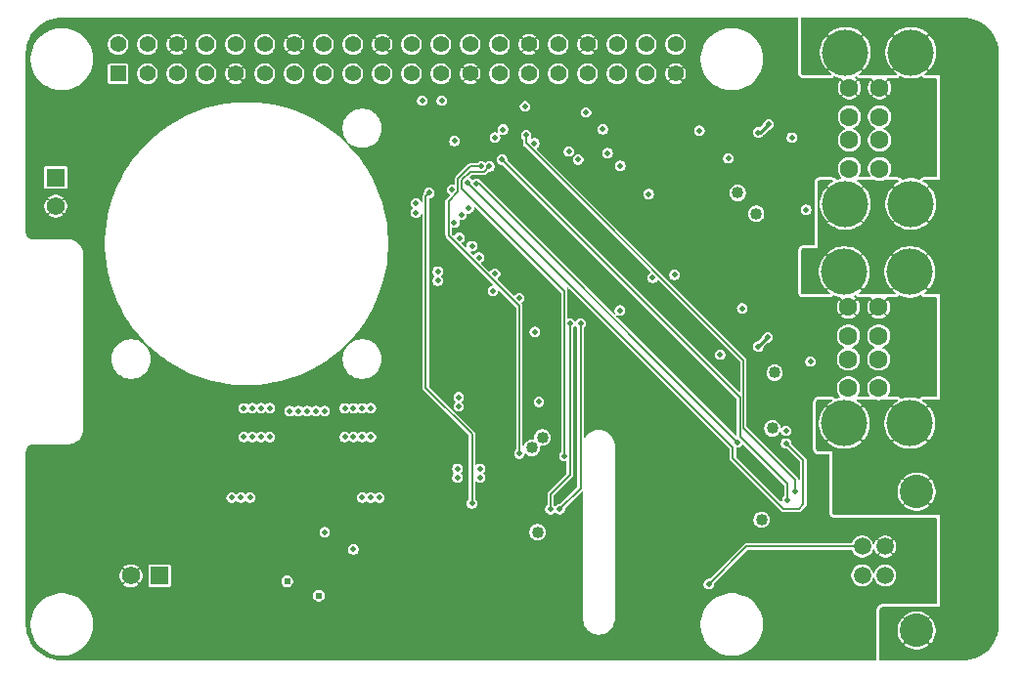
<source format=gbr>
%TF.GenerationSoftware,KiCad,Pcbnew,9.0.3*%
%TF.CreationDate,2025-07-26T10:45:52-05:00*%
%TF.ProjectId,1026 RPi Power Hat,31303236-2052-4506-9920-506f77657220,1.0.0*%
%TF.SameCoordinates,PX5f5e100PY8f0d180*%
%TF.FileFunction,Copper,L4,Bot*%
%TF.FilePolarity,Positive*%
%FSLAX46Y46*%
G04 Gerber Fmt 4.6, Leading zero omitted, Abs format (unit mm)*
G04 Created by KiCad (PCBNEW 9.0.3) date 2025-07-26 10:45:52*
%MOMM*%
%LPD*%
G01*
G04 APERTURE LIST*
%TA.AperFunction,ComponentPad*%
%ADD10C,1.600000*%
%TD*%
%TA.AperFunction,ComponentPad*%
%ADD11C,4.000000*%
%TD*%
%TA.AperFunction,ComponentPad*%
%ADD12C,1.500000*%
%TD*%
%TA.AperFunction,ComponentPad*%
%ADD13C,2.900000*%
%TD*%
%TA.AperFunction,ComponentPad*%
%ADD14R,1.575000X1.575000*%
%TD*%
%TA.AperFunction,ComponentPad*%
%ADD15C,1.575000*%
%TD*%
%TA.AperFunction,ComponentPad*%
%ADD16R,1.390000X1.390000*%
%TD*%
%TA.AperFunction,ComponentPad*%
%ADD17C,1.390000*%
%TD*%
%TA.AperFunction,ViaPad*%
%ADD18C,0.508000*%
%TD*%
%TA.AperFunction,ViaPad*%
%ADD19C,0.609600*%
%TD*%
%TA.AperFunction,ViaPad*%
%ADD20C,1.016000*%
%TD*%
%TA.AperFunction,Conductor*%
%ADD21C,0.152400*%
%TD*%
%TA.AperFunction,Conductor*%
%ADD22C,0.241300*%
%TD*%
G04 APERTURE END LIST*
D10*
%TO.P,J6,1A,VBUS1*%
%TO.N,/USB ESD Protection/USB_VBUS_D3*%
X71670000Y43000000D03*
%TO.P,J6,1B,VBUS2*%
%TO.N,/USB ESD Protection/USB_VBUS_D4*%
X74290000Y43000000D03*
%TO.P,J6,2A,D-1*%
%TO.N,/USB ESD Protection/USB_DS3_UF-*%
X71670000Y45500000D03*
%TO.P,J6,2B,D-2*%
%TO.N,/USB ESD Protection/USB_DS4_UF-*%
X74290000Y45500000D03*
%TO.P,J6,3A,D+1*%
%TO.N,/USB ESD Protection/USB_DS3_UF+*%
X71670000Y47500000D03*
%TO.P,J6,3B,D+2*%
%TO.N,/USB ESD Protection/USB_DS4_UF+*%
X74290000Y47500000D03*
%TO.P,J6,4A,GND1*%
%TO.N,GND*%
X71670000Y50000000D03*
%TO.P,J6,4B,GND2*%
X74290000Y50000000D03*
D11*
%TO.P,J6,9,SHIELD*%
%TO.N,GNDCHASS*%
X77000000Y39930000D03*
%TO.P,J6,10,SHIELD*%
X77000000Y53070000D03*
%TO.P,J6,11,SHIELD*%
X71320000Y39930000D03*
%TO.P,J6,12,SHIELD*%
X71320000Y53070000D03*
%TD*%
D12*
%TO.P,J4,1,VBUS*%
%TO.N,/USB Hub/USB_Vbus*%
X72790000Y10250000D03*
%TO.P,J4,2,D-*%
%TO.N,/USB ESD Protection/USB_UP_UF-*%
X72790000Y7750000D03*
%TO.P,J4,3,D+*%
%TO.N,/USB ESD Protection/USB_UP_UF+*%
X74790000Y7750000D03*
%TO.P,J4,4,GND*%
%TO.N,GND*%
X74790000Y10250000D03*
D13*
%TO.P,J4,5,SHIELD*%
%TO.N,GNDCHASS*%
X77500000Y2980000D03*
%TO.P,J4,6,SHIELD*%
X77500000Y15020000D03*
%TD*%
D10*
%TO.P,J5,1A,VBUS1*%
%TO.N,/USB ESD Protection/USB_VBUS_D1*%
X71595300Y24000000D03*
%TO.P,J5,1B,VBUS2*%
%TO.N,/USB ESD Protection/USB_VBUS_D2*%
X74215300Y24000000D03*
%TO.P,J5,2A,D-1*%
%TO.N,/USB ESD Protection/USB_DS1_UF-*%
X71595300Y26500000D03*
%TO.P,J5,2B,D-2*%
%TO.N,/USB ESD Protection/USB_DS2_UF-*%
X74215300Y26500000D03*
%TO.P,J5,3A,D+1*%
%TO.N,/USB ESD Protection/USB_DS1_UF+*%
X71595300Y28500000D03*
%TO.P,J5,3B,D+2*%
%TO.N,/USB ESD Protection/USB_DS2_UF+*%
X74215300Y28500000D03*
%TO.P,J5,4A,GND1*%
%TO.N,GND*%
X71595300Y31000000D03*
%TO.P,J5,4B,GND2*%
X74215300Y31000000D03*
D11*
%TO.P,J5,9,SHIELD*%
%TO.N,GNDCHASS*%
X76925300Y20930000D03*
%TO.P,J5,10,SHIELD*%
X76925300Y34070000D03*
%TO.P,J5,11,SHIELD*%
X71245300Y20930000D03*
%TO.P,J5,12,SHIELD*%
X71245300Y34070000D03*
%TD*%
D14*
%TO.P,J2,1,1*%
%TO.N,/5V Regulator/5V*%
X2975000Y42250000D03*
D15*
%TO.P,J2,2,2*%
%TO.N,GND*%
X2975000Y39750000D03*
%TD*%
D14*
%TO.P,J1,1,1*%
%TO.N,/Power Input/Vin*%
X11987500Y7719250D03*
D15*
%TO.P,J1,2,2*%
%TO.N,GND*%
X9487500Y7719250D03*
%TD*%
D16*
%TO.P,J3,01,01*%
%TO.N,unconnected-(J3-Pad01)*%
X8370000Y51230000D03*
D17*
%TO.P,J3,02,02*%
%TO.N,/5V Regulator/5V*%
X8370000Y53770000D03*
%TO.P,J3,03,03*%
%TO.N,unconnected-(J3-Pad03)*%
X10910000Y51230000D03*
%TO.P,J3,04,04*%
%TO.N,/5V Regulator/5V*%
X10910000Y53770000D03*
%TO.P,J3,05,05*%
%TO.N,unconnected-(J3-Pad05)*%
X13450000Y51230000D03*
%TO.P,J3,06,06*%
%TO.N,GND*%
X13450000Y53770000D03*
%TO.P,J3,07,07*%
%TO.N,unconnected-(J3-Pad07)*%
X15990000Y51230000D03*
%TO.P,J3,08,08*%
%TO.N,unconnected-(J3-Pad08)*%
X15990000Y53770000D03*
%TO.P,J3,09,09*%
%TO.N,GND*%
X18530000Y51230000D03*
%TO.P,J3,10,10*%
%TO.N,unconnected-(J3-Pad10)*%
X18530000Y53770000D03*
%TO.P,J3,11,11*%
%TO.N,unconnected-(J3-Pad11)*%
X21070000Y51230000D03*
%TO.P,J3,12,12*%
%TO.N,unconnected-(J3-Pad12)*%
X21070000Y53770000D03*
%TO.P,J3,13,13*%
%TO.N,unconnected-(J3-Pad13)*%
X23610000Y51230000D03*
%TO.P,J3,14,14*%
%TO.N,GND*%
X23610000Y53770000D03*
%TO.P,J3,15,15*%
%TO.N,unconnected-(J3-Pad15)*%
X26150000Y51230000D03*
%TO.P,J3,16,16*%
%TO.N,unconnected-(J3-Pad16)*%
X26150000Y53770000D03*
%TO.P,J3,17,17*%
%TO.N,unconnected-(J3-Pad17)*%
X28690000Y51230000D03*
%TO.P,J3,18,18*%
%TO.N,unconnected-(J3-Pad18)*%
X28690000Y53770000D03*
%TO.P,J3,19,19*%
%TO.N,unconnected-(J3-Pad19)*%
X31230000Y51230000D03*
%TO.P,J3,20,20*%
%TO.N,GND*%
X31230000Y53770000D03*
%TO.P,J3,21,21*%
%TO.N,unconnected-(J3-Pad21)*%
X33770000Y51230000D03*
%TO.P,J3,22,22*%
%TO.N,unconnected-(J3-Pad22)*%
X33770000Y53770000D03*
%TO.P,J3,23,23*%
%TO.N,unconnected-(J3-Pad23)*%
X36310000Y51230000D03*
%TO.P,J3,24,24*%
%TO.N,unconnected-(J3-Pad24)*%
X36310000Y53770000D03*
%TO.P,J3,25,25*%
%TO.N,GND*%
X38850000Y51230000D03*
%TO.P,J3,26,26*%
%TO.N,unconnected-(J3-Pad26)*%
X38850000Y53770000D03*
%TO.P,J3,27,27*%
%TO.N,/Fan / Header / GPIO / EEPROM/I2C_SD*%
X41390000Y51230000D03*
%TO.P,J3,28,28*%
%TO.N,/Fan / Header / GPIO / EEPROM/I2C_SC*%
X41390000Y53770000D03*
%TO.P,J3,29,29*%
%TO.N,unconnected-(J3-Pad29)*%
X43930000Y51230000D03*
%TO.P,J3,30,30*%
%TO.N,GND*%
X43930000Y53770000D03*
%TO.P,J3,31,31*%
%TO.N,unconnected-(J3-Pad31)*%
X46470000Y51230000D03*
%TO.P,J3,32,32*%
%TO.N,unconnected-(J3-Pad32)*%
X46470000Y53770000D03*
%TO.P,J3,33,33*%
%TO.N,unconnected-(J3-Pad33)*%
X49010000Y51230000D03*
%TO.P,J3,34,34*%
%TO.N,GND*%
X49010000Y53770000D03*
%TO.P,J3,35,35*%
%TO.N,unconnected-(J3-Pad35)*%
X51550000Y51230000D03*
%TO.P,J3,36,36*%
%TO.N,unconnected-(J3-Pad36)*%
X51550000Y53770000D03*
%TO.P,J3,37,37*%
%TO.N,unconnected-(J3-Pad37)*%
X54090000Y51230000D03*
%TO.P,J3,38,38*%
%TO.N,unconnected-(J3-Pad38)*%
X54090000Y53770000D03*
%TO.P,J3,39,39*%
%TO.N,GND*%
X56630000Y51230000D03*
%TO.P,J3,40,40*%
%TO.N,unconnected-(J3-Pad40)*%
X56630000Y53770000D03*
%TD*%
D18*
%TO.N,/5V Regulator/24V*%
X30250000Y14500000D03*
X18200000Y14500000D03*
X19800000Y14500000D03*
X19000000Y14500000D03*
X29500000Y14500000D03*
X31000000Y14500000D03*
D19*
%TO.N,/5V Regulator/5V*%
X23000000Y7250000D03*
D20*
X64080000Y12580000D03*
D18*
X20750000Y22250000D03*
X24000000Y22000000D03*
X20750000Y19750000D03*
X24750000Y22000000D03*
X28000000Y22250000D03*
X30250000Y22250000D03*
X30250000Y19750000D03*
X28750000Y22250000D03*
X23250000Y22000000D03*
D20*
X44700000Y11500000D03*
D18*
X28750000Y19750000D03*
X25500000Y22000000D03*
X21500000Y19750000D03*
X26250000Y22000000D03*
X29500000Y19750000D03*
X29500000Y22250000D03*
D19*
X25750000Y6000000D03*
D18*
X20000000Y22250000D03*
X19250000Y19750000D03*
X21500000Y22250000D03*
X19250000Y22250000D03*
X20000000Y19750000D03*
X28000000Y19750000D03*
%TO.N,/5V Regulator/Pgood*%
X26250000Y11500000D03*
X28750000Y10000000D03*
%TO.N,GND*%
X69500000Y11250000D03*
X35600000Y20500000D03*
X11000000Y11750000D03*
X68700000Y15800000D03*
X22400000Y16000000D03*
X37400000Y29300000D03*
X60993442Y32245869D03*
X24000000Y14500000D03*
X9250000Y20750000D03*
X66100000Y53000000D03*
X41500000Y37000000D03*
X42500000Y17250000D03*
X56500000Y23000000D03*
X54250000Y37000000D03*
X66100000Y54000000D03*
X47750000Y15750000D03*
X37000000Y32750000D03*
X42500000Y15250000D03*
X66500000Y25750000D03*
X15750000Y21750000D03*
X66100000Y35000000D03*
X63400000Y24250000D03*
X36000000Y46250000D03*
X64200000Y27000000D03*
X30000000Y10250000D03*
X39750000Y30000000D03*
X16250000Y6000000D03*
X60750000Y37750000D03*
X31000000Y17500000D03*
X62500000Y42900000D03*
X25500000Y13500000D03*
X45750000Y22250000D03*
X45500000Y47750000D03*
X25000000Y8000000D03*
X39250000Y32000000D03*
X35700000Y24700000D03*
X64200000Y47400000D03*
X66100000Y51900000D03*
X68700000Y17800000D03*
X24000000Y13500000D03*
X58700000Y28000000D03*
X66505600Y26600000D03*
X42250000Y29500000D03*
X62250000Y14750000D03*
X27100000Y16000000D03*
X68700000Y16800000D03*
X18750000Y18500000D03*
X32500000Y37500000D03*
X64200000Y45500000D03*
X33250000Y46000000D03*
X33000000Y36250000D03*
X59854557Y45245443D03*
X25500000Y14500000D03*
X35000000Y45250000D03*
X62250000Y16250000D03*
X66100000Y33000000D03*
X56000000Y37750000D03*
X18750000Y6000000D03*
X64200000Y29000000D03*
X66250000Y37500000D03*
X31000000Y18500000D03*
X66600000Y44900000D03*
X56500000Y26500000D03*
X21000000Y9750000D03*
X57900000Y29100000D03*
X57297284Y47646113D03*
X27000000Y11700000D03*
X49000000Y42250000D03*
X62250000Y18500000D03*
X56500000Y19750000D03*
X67500000Y40000000D03*
X33000000Y35250000D03*
X24750000Y14000000D03*
X37750000Y15250000D03*
X27750000Y8750000D03*
X32000000Y21000000D03*
X58800000Y9000000D03*
X49250000Y29500000D03*
X9250000Y19250000D03*
X53000000Y45500000D03*
X44000000Y26750000D03*
X56300000Y42800000D03*
X17500000Y6000000D03*
X32500000Y38500000D03*
X60700000Y29200000D03*
X18750000Y17500000D03*
X5500000Y17500000D03*
X43500000Y12500000D03*
X41100000Y44400000D03*
X66100000Y34000000D03*
X66250000Y21000000D03*
%TO.N,/Linear Regulators/1V1*%
X36050000Y34100000D03*
X37850000Y23200000D03*
X37850000Y22400000D03*
X36050000Y33300000D03*
%TO.N,GNDCHASS*%
X71650000Y15800000D03*
X68600000Y35000000D03*
X71650000Y16800000D03*
X68600000Y33000000D03*
X68700000Y54000000D03*
X68700000Y53000000D03*
X68600000Y34000000D03*
X68700000Y51900000D03*
X71650000Y17800000D03*
%TO.N,/USB Hub/3V3_Filt*%
X37475000Y38325000D03*
X40823109Y32423109D03*
X44450000Y28850000D03*
X56550000Y33800000D03*
X37300000Y41200000D03*
X38725000Y39575000D03*
X41700000Y46400000D03*
X43600000Y48400000D03*
X44400000Y45200000D03*
X48876891Y47876891D03*
X38100000Y39000000D03*
X50326891Y46426891D03*
X41000000Y45700000D03*
%TO.N,/USB Hub/1V1_Filt*%
X54650000Y33550000D03*
X39000000Y36300000D03*
X37900000Y37000000D03*
X51850000Y43250000D03*
X43100000Y31800000D03*
X50750000Y44350000D03*
X39600000Y35300000D03*
X41000000Y33900000D03*
X54300000Y40800000D03*
X51812563Y30712563D03*
%TO.N,/USB Hub/USB_Vbus*%
X59500000Y7000000D03*
X39000000Y14000000D03*
X35300000Y40900000D03*
%TO.N,/USB ESD Protection/USB_VBUS_D2*%
X68300000Y26300000D03*
X62398523Y30902808D03*
%TO.N,/USB ESD Protection/USB_VBUS_D1*%
X66199329Y20290605D03*
X60500000Y26900000D03*
%TO.N,/USB ESD Protection/USB_VBUS_D4*%
X66700000Y45700000D03*
X58697223Y46302208D03*
%TO.N,/USB ESD Protection/USB_VBUS_D3*%
X61197223Y43902208D03*
X67944285Y39444644D03*
%TO.N,/USB Hub/USB_BATEN1*%
X66300000Y14300000D03*
X41600000Y43800000D03*
%TO.N,/USB Hub/USB_BATEN2*%
X43700000Y45900000D03*
X67000000Y15000000D03*
%TO.N,/USB Hub/USB_BATEN3*%
X47400000Y44500000D03*
X47482600Y29600000D03*
X45800000Y13500000D03*
%TO.N,/USB Hub/USB_BATEN4*%
X48400000Y29600000D03*
X46600000Y13500000D03*
X48200000Y43800000D03*
%TO.N,/USB Hub/USB_OVCR2*%
X66200000Y19200000D03*
X38601903Y41801903D03*
%TO.N,/USB Hub/USB_OVCR1*%
X62000000Y19300000D03*
X39405457Y41705457D03*
%TO.N,/USB Hub/USB_OVCR3*%
X43100000Y18300000D03*
X39800000Y43200000D03*
%TO.N,/USB Hub/USB_OVCR4*%
X47000000Y18100000D03*
X40516400Y43200000D03*
%TO.N,/Fan / Header / GPIO / EEPROM/3V3*%
X36400000Y48900000D03*
X37750000Y17000000D03*
X37750000Y16250000D03*
X34150000Y39200000D03*
X34150000Y40000000D03*
X44800000Y22800000D03*
X34700000Y48900000D03*
X39700000Y16250000D03*
X39700000Y17000000D03*
X37500000Y45400000D03*
D20*
%TO.N,/USB Power Control/USB_VBUS_D2_UF*%
X65205000Y25320000D03*
X65000000Y20500000D03*
%TO.N,/USB Power Control/USB_VBUS_D4_UF*%
X62000000Y40900000D03*
X45100000Y19700000D03*
%TO.N,/USB Power Control/USB_VBUS_D3_UF*%
X44200000Y18800000D03*
X63600000Y39100000D03*
D18*
%TO.N,/USB ESD Protection/USB_DS1_UF+*%
X63800000Y27600000D03*
X64600000Y28400000D03*
%TO.N,/USB ESD Protection/USB_DS3_UF+*%
X63800000Y46144400D03*
X64683177Y46855600D03*
%TD*%
D21*
%TO.N,/USB Hub/USB_Vbus*%
X35000000Y24000000D02*
X35000000Y40600000D01*
X62750000Y10250000D02*
X59500000Y7000000D01*
X39000000Y14000000D02*
X39000000Y20000000D01*
X39000000Y20000000D02*
X35000000Y24000000D01*
X35000000Y40600000D02*
X35300000Y40900000D01*
X72790000Y10250000D02*
X62750000Y10250000D01*
%TO.N,/USB Hub/USB_BATEN1*%
X62200314Y23199686D02*
X41600000Y43800000D01*
X66300000Y14300000D02*
X66300000Y15683914D01*
X62200314Y19783600D02*
X62200314Y23199686D01*
X66300000Y15683914D02*
X62200314Y19783600D01*
%TO.N,/USB Hub/USB_BATEN2*%
X67000000Y15000000D02*
X67000000Y16036481D01*
X62506114Y26409972D02*
X43700000Y45216086D01*
X67000000Y16036481D02*
X62506114Y20530367D01*
X62506114Y20530367D02*
X62506114Y26409972D01*
X43700000Y45216086D02*
X43700000Y45900000D01*
%TO.N,/USB Hub/USB_BATEN3*%
X47482600Y29600000D02*
X47482600Y16482600D01*
X45800000Y14800000D02*
X45800000Y13500000D01*
X47482600Y16482600D02*
X45800000Y14800000D01*
%TO.N,/USB Hub/USB_BATEN4*%
X46600000Y13500000D02*
X48400000Y15300000D01*
X48400000Y15300000D02*
X48400000Y29600000D01*
%TO.N,/USB Hub/USB_OVCR2*%
X61587406Y17912594D02*
X66000000Y13500000D01*
X67300000Y13500000D02*
X67700000Y13900000D01*
X61587406Y18816400D02*
X61587406Y17912594D01*
X67700000Y13900000D02*
X67700000Y17700000D01*
X67700000Y17700000D02*
X66200000Y19200000D01*
X61587406Y18816400D02*
X38601903Y41801903D01*
X66000000Y13500000D02*
X67300000Y13500000D01*
%TO.N,/USB Hub/USB_OVCR1*%
X39594543Y41705457D02*
X39405457Y41705457D01*
X62000000Y19300000D02*
X39594543Y41705457D01*
%TO.N,/USB Hub/USB_OVCR3*%
X43100000Y18300000D02*
X43100000Y31116086D01*
X37812503Y41028589D02*
X37812503Y42128570D01*
X36991400Y40207486D02*
X37812503Y41028589D01*
X38883933Y43200000D02*
X39800000Y43200000D01*
X43100000Y31116086D02*
X36991400Y37224686D01*
X36991400Y37224686D02*
X36991400Y40207486D01*
X37812503Y42128570D02*
X38883933Y43200000D01*
%TO.N,/USB Hub/USB_OVCR4*%
X47000000Y32400000D02*
X38118303Y41281697D01*
X38118303Y41281697D02*
X38118303Y42001903D01*
X38118303Y42001903D02*
X38832800Y42716400D01*
X38832800Y42716400D02*
X40032800Y42716400D01*
X47000000Y18100000D02*
X47000000Y32400000D01*
X40032800Y42716400D02*
X40516400Y43200000D01*
D22*
%TO.N,/USB ESD Protection/USB_DS1_UF+*%
X64600000Y28400000D02*
X63800000Y27600000D01*
%TO.N,/USB ESD Protection/USB_DS3_UF+*%
X63971977Y46144400D02*
X64683177Y46855600D01*
X63800000Y46144400D02*
X63971977Y46144400D01*
%TD*%
%TA.AperFunction,Conductor*%
%TO.N,GNDCHASS*%
G36*
X81501964Y56118397D02*
G01*
X81521791Y56117358D01*
X81822051Y56101623D01*
X81829851Y56100803D01*
X82144490Y56050968D01*
X82152161Y56049338D01*
X82459871Y55966888D01*
X82467350Y55964457D01*
X82764730Y55850304D01*
X82771907Y55847109D01*
X83055739Y55702489D01*
X83062556Y55698553D01*
X83329705Y55525064D01*
X83336073Y55520437D01*
X83583624Y55319975D01*
X83589473Y55314708D01*
X83814707Y55089474D01*
X83819974Y55083625D01*
X84020436Y54836074D01*
X84025063Y54829706D01*
X84198552Y54562557D01*
X84202488Y54555740D01*
X84347105Y54271915D01*
X84350306Y54264724D01*
X84464455Y53967354D01*
X84466888Y53959868D01*
X84549334Y53652176D01*
X84550970Y53644477D01*
X84600800Y53329867D01*
X84601623Y53322039D01*
X84618397Y53001966D01*
X84618500Y52998030D01*
X84618500Y3501971D01*
X84618397Y3498035D01*
X84601623Y3177962D01*
X84600800Y3170134D01*
X84550970Y2855524D01*
X84549334Y2847825D01*
X84466888Y2540133D01*
X84464455Y2532647D01*
X84350306Y2235277D01*
X84347105Y2228086D01*
X84202488Y1944261D01*
X84198552Y1937444D01*
X84025063Y1670295D01*
X84020436Y1663927D01*
X83819974Y1416376D01*
X83814707Y1410527D01*
X83589473Y1185293D01*
X83583624Y1180026D01*
X83336073Y979564D01*
X83329705Y974937D01*
X83062556Y801448D01*
X83055739Y797512D01*
X82771914Y652895D01*
X82764723Y649694D01*
X82467353Y535545D01*
X82459867Y533112D01*
X82152175Y450666D01*
X82144476Y449030D01*
X81829866Y399200D01*
X81822038Y398377D01*
X81501965Y381603D01*
X81498029Y381500D01*
X74375200Y381500D01*
X74326862Y399093D01*
X74301142Y443642D01*
X74300000Y456700D01*
X74300000Y3110113D01*
X75846800Y3110113D01*
X75846800Y2849888D01*
X75887506Y2592878D01*
X75887509Y2592863D01*
X75967918Y2345392D01*
X76086057Y2113533D01*
X76239011Y1903012D01*
X76239018Y1903004D01*
X76277128Y1864894D01*
X76277130Y1864894D01*
X76632945Y2220709D01*
X76740708Y2112946D01*
X76384893Y1757131D01*
X76384893Y1757129D01*
X76423003Y1719019D01*
X76423011Y1719012D01*
X76633532Y1566058D01*
X76865391Y1447919D01*
X77112862Y1367510D01*
X77112877Y1367507D01*
X77369887Y1326801D01*
X77369894Y1326800D01*
X77630106Y1326800D01*
X77630112Y1326801D01*
X77887122Y1367507D01*
X77887137Y1367510D01*
X78134608Y1447919D01*
X78366467Y1566058D01*
X78576988Y1719012D01*
X78615106Y1757131D01*
X78259291Y2112946D01*
X78367054Y2220709D01*
X78722869Y1864894D01*
X78722870Y1864894D01*
X78760988Y1903012D01*
X78913942Y2113533D01*
X79032081Y2345392D01*
X79112490Y2592863D01*
X79112493Y2592878D01*
X79153199Y2849888D01*
X79153200Y2849895D01*
X79153200Y3110106D01*
X79153199Y3110113D01*
X79112493Y3367123D01*
X79112490Y3367138D01*
X79032081Y3614609D01*
X78913942Y3846468D01*
X78760988Y4056989D01*
X78760981Y4056997D01*
X78722871Y4095107D01*
X78722869Y4095107D01*
X78367054Y3739292D01*
X78259291Y3847055D01*
X78615106Y4202870D01*
X78615106Y4202872D01*
X78576996Y4240982D01*
X78576988Y4240989D01*
X78366467Y4393943D01*
X78134608Y4512082D01*
X77887137Y4592491D01*
X77887122Y4592494D01*
X77630112Y4633200D01*
X77369887Y4633200D01*
X77112877Y4592494D01*
X77112862Y4592491D01*
X76865391Y4512082D01*
X76633532Y4393943D01*
X76423011Y4240989D01*
X76423010Y4240988D01*
X76384893Y4202872D01*
X76384893Y4202870D01*
X76740708Y3847055D01*
X76632945Y3739292D01*
X76277130Y4095107D01*
X76277129Y4095107D01*
X76239011Y4056989D01*
X76086057Y3846468D01*
X75967918Y3614609D01*
X75887509Y3367138D01*
X75887506Y3367123D01*
X75846800Y3110113D01*
X74300000Y3110113D01*
X74300000Y4789394D01*
X74301445Y4804064D01*
X74312549Y4859889D01*
X74323775Y4886994D01*
X74351207Y4928050D01*
X74371950Y4948793D01*
X74413006Y4976225D01*
X74440108Y4987451D01*
X74476290Y4994648D01*
X74495937Y4998555D01*
X74510607Y5000000D01*
X79500000Y5000000D01*
X79500000Y13000000D01*
X79296800Y13000000D01*
X70410607Y13000000D01*
X70395936Y13001445D01*
X70340110Y13012550D01*
X70313002Y13023778D01*
X70271953Y13051206D01*
X70251205Y13071954D01*
X70223777Y13113003D01*
X70212549Y13140112D01*
X70201445Y13195937D01*
X70200000Y13210607D01*
X70200000Y15150113D01*
X75846800Y15150113D01*
X75846800Y14889888D01*
X75887506Y14632878D01*
X75887509Y14632863D01*
X75967918Y14385392D01*
X76086057Y14153533D01*
X76239011Y13943012D01*
X76239018Y13943004D01*
X76277128Y13904894D01*
X76277130Y13904894D01*
X76632945Y14260709D01*
X76740708Y14152946D01*
X76384893Y13797131D01*
X76384893Y13797129D01*
X76423003Y13759019D01*
X76423011Y13759012D01*
X76633532Y13606058D01*
X76865391Y13487919D01*
X77112862Y13407510D01*
X77112877Y13407507D01*
X77369887Y13366801D01*
X77369894Y13366800D01*
X77630106Y13366800D01*
X77630112Y13366801D01*
X77887122Y13407507D01*
X77887137Y13407510D01*
X78134608Y13487919D01*
X78366467Y13606058D01*
X78576988Y13759012D01*
X78615106Y13797131D01*
X78259291Y14152946D01*
X78367054Y14260709D01*
X78722869Y13904894D01*
X78722870Y13904894D01*
X78760988Y13943012D01*
X78913942Y14153533D01*
X79032081Y14385392D01*
X79112490Y14632863D01*
X79112493Y14632878D01*
X79153199Y14889888D01*
X79153200Y14889895D01*
X79153200Y15150106D01*
X79153199Y15150113D01*
X79112493Y15407123D01*
X79112490Y15407138D01*
X79032081Y15654609D01*
X78913942Y15886468D01*
X78760988Y16096989D01*
X78760981Y16096997D01*
X78722871Y16135107D01*
X78722869Y16135107D01*
X78367054Y15779292D01*
X78259291Y15887055D01*
X78615106Y16242870D01*
X78615106Y16242872D01*
X78576996Y16280982D01*
X78576988Y16280989D01*
X78366467Y16433943D01*
X78134608Y16552082D01*
X77887137Y16632491D01*
X77887122Y16632494D01*
X77630112Y16673200D01*
X77369887Y16673200D01*
X77112877Y16632494D01*
X77112862Y16632491D01*
X76865391Y16552082D01*
X76633532Y16433943D01*
X76423011Y16280989D01*
X76423010Y16280988D01*
X76384893Y16242872D01*
X76384893Y16242870D01*
X76740708Y15887055D01*
X76632945Y15779292D01*
X76277130Y16135107D01*
X76277129Y16135107D01*
X76239011Y16096989D01*
X76086057Y15886468D01*
X75967918Y15654609D01*
X75887509Y15407138D01*
X75887506Y15407123D01*
X75846800Y15150113D01*
X70200000Y15150113D01*
X70200000Y18500000D01*
X69996800Y18500000D01*
X69010607Y18500000D01*
X68995936Y18501445D01*
X68940110Y18512550D01*
X68913002Y18523778D01*
X68871953Y18551206D01*
X68851205Y18571954D01*
X68823777Y18613003D01*
X68812549Y18640112D01*
X68801445Y18695937D01*
X68800000Y18710607D01*
X68800000Y22789394D01*
X68801445Y22804064D01*
X68802761Y22810683D01*
X68812549Y22859892D01*
X68823775Y22886994D01*
X68851207Y22928050D01*
X68852755Y22929598D01*
X68853087Y22930735D01*
X68871949Y22948792D01*
X68913006Y22976225D01*
X68940108Y22987451D01*
X68976290Y22994648D01*
X68995937Y22998555D01*
X69010607Y23000000D01*
X70143595Y23000000D01*
X70191933Y22982407D01*
X70217653Y22937858D01*
X70208720Y22887200D01*
X70181195Y22859675D01*
X70018638Y22765823D01*
X69789515Y22590010D01*
X69741284Y22541779D01*
X70486008Y21797055D01*
X70378246Y21689292D01*
X69633522Y22434016D01*
X69633521Y22434016D01*
X69585290Y22385785D01*
X69409477Y22156662D01*
X69265070Y21906543D01*
X69154545Y21639712D01*
X69079799Y21360750D01*
X69079799Y21360749D01*
X69042100Y21074403D01*
X69042100Y20785598D01*
X69079799Y20499252D01*
X69079799Y20499251D01*
X69154545Y20220289D01*
X69265070Y19953458D01*
X69409477Y19703339D01*
X69585291Y19474216D01*
X69585305Y19474200D01*
X69633520Y19425985D01*
X69633522Y19425985D01*
X70378245Y20170709D01*
X70486007Y20062947D01*
X69741284Y19318223D01*
X69741284Y19318221D01*
X69789499Y19270006D01*
X69789515Y19269992D01*
X70018638Y19094178D01*
X70268757Y18949771D01*
X70535588Y18839246D01*
X70814550Y18764500D01*
X71100898Y18726800D01*
X71389702Y18726800D01*
X71676048Y18764500D01*
X71676049Y18764500D01*
X71955011Y18839246D01*
X72221842Y18949771D01*
X72471961Y19094178D01*
X72701084Y19269992D01*
X72701091Y19269998D01*
X72749315Y19318223D01*
X72004592Y20062946D01*
X72112354Y20170708D01*
X72857077Y19425985D01*
X72857078Y19425985D01*
X72905302Y19474209D01*
X72905308Y19474216D01*
X73081122Y19703339D01*
X73225529Y19953458D01*
X73336054Y20220289D01*
X73410800Y20499251D01*
X73410800Y20499252D01*
X73448500Y20785598D01*
X73448500Y21074403D01*
X73410800Y21360749D01*
X73410800Y21360750D01*
X73336054Y21639712D01*
X73225529Y21906543D01*
X73081122Y22156662D01*
X72905308Y22385785D01*
X72905294Y22385801D01*
X72857079Y22434016D01*
X72857077Y22434016D01*
X72112353Y21689293D01*
X72004591Y21797055D01*
X72749315Y22541778D01*
X72749315Y22541780D01*
X72701100Y22589995D01*
X72701084Y22590009D01*
X72471961Y22765823D01*
X72309405Y22859675D01*
X72276340Y22899080D01*
X72276340Y22950520D01*
X72309405Y22989925D01*
X72347005Y23000000D01*
X73859015Y23000000D01*
X73887791Y22994277D01*
X73907714Y22986024D01*
X74060509Y22955631D01*
X74111440Y22945500D01*
X74111441Y22945500D01*
X74319160Y22945500D01*
X74359904Y22953605D01*
X74522886Y22986024D01*
X74542808Y22994277D01*
X74571585Y23000000D01*
X75823595Y23000000D01*
X75871933Y22982407D01*
X75897653Y22937858D01*
X75888720Y22887200D01*
X75861195Y22859675D01*
X75698638Y22765823D01*
X75469515Y22590010D01*
X75421284Y22541779D01*
X76166008Y21797055D01*
X76058246Y21689292D01*
X75313522Y22434016D01*
X75313521Y22434016D01*
X75265290Y22385785D01*
X75089477Y22156662D01*
X74945070Y21906543D01*
X74834545Y21639712D01*
X74759799Y21360750D01*
X74759799Y21360749D01*
X74722100Y21074403D01*
X74722100Y20785598D01*
X74759799Y20499252D01*
X74759799Y20499251D01*
X74834545Y20220289D01*
X74945070Y19953458D01*
X75089477Y19703339D01*
X75265291Y19474216D01*
X75265305Y19474200D01*
X75313520Y19425985D01*
X75313522Y19425985D01*
X76058245Y20170709D01*
X76166007Y20062947D01*
X75421284Y19318223D01*
X75421284Y19318221D01*
X75469499Y19270006D01*
X75469515Y19269992D01*
X75698638Y19094178D01*
X75948757Y18949771D01*
X76215588Y18839246D01*
X76494550Y18764500D01*
X76780898Y18726800D01*
X77069702Y18726800D01*
X77356048Y18764500D01*
X77356049Y18764500D01*
X77635011Y18839246D01*
X77901842Y18949771D01*
X78151961Y19094178D01*
X78381084Y19269992D01*
X78381091Y19269998D01*
X78429315Y19318223D01*
X77684592Y20062946D01*
X77792354Y20170708D01*
X78537077Y19425985D01*
X78537078Y19425985D01*
X78585302Y19474209D01*
X78585308Y19474216D01*
X78761122Y19703339D01*
X78905529Y19953458D01*
X79016054Y20220289D01*
X79090800Y20499251D01*
X79090800Y20499252D01*
X79128500Y20785598D01*
X79128500Y21074403D01*
X79090800Y21360749D01*
X79090800Y21360750D01*
X79016054Y21639712D01*
X78905529Y21906543D01*
X78761122Y22156662D01*
X78585308Y22385785D01*
X78585294Y22385801D01*
X78537079Y22434016D01*
X78537077Y22434016D01*
X77792353Y21689293D01*
X77684591Y21797055D01*
X78429315Y22541778D01*
X78429315Y22541780D01*
X78381100Y22589995D01*
X78381084Y22590009D01*
X78151961Y22765823D01*
X77989405Y22859675D01*
X77956340Y22899080D01*
X77956340Y22950520D01*
X77989405Y22989925D01*
X78027005Y23000000D01*
X79500000Y23000000D01*
X79500000Y32100000D01*
X79296800Y32100000D01*
X78198630Y32100000D01*
X78150292Y32117593D01*
X78124572Y32162142D01*
X78133505Y32212800D01*
X78152851Y32234860D01*
X78381084Y32409992D01*
X78381091Y32409998D01*
X78429315Y32458223D01*
X77684592Y33202946D01*
X77792354Y33310708D01*
X78537077Y32565985D01*
X78537078Y32565985D01*
X78585302Y32614209D01*
X78585308Y32614216D01*
X78761122Y32843339D01*
X78905529Y33093458D01*
X79016054Y33360289D01*
X79090800Y33639251D01*
X79090800Y33639252D01*
X79128500Y33925598D01*
X79128500Y34214403D01*
X79090800Y34500749D01*
X79090800Y34500750D01*
X79016054Y34779712D01*
X78905529Y35046543D01*
X78761122Y35296662D01*
X78585308Y35525785D01*
X78585294Y35525801D01*
X78537079Y35574016D01*
X78537077Y35574016D01*
X77792353Y34829293D01*
X77684591Y34937055D01*
X78429315Y35681778D01*
X78429315Y35681780D01*
X78381100Y35729995D01*
X78381084Y35730009D01*
X78151961Y35905823D01*
X77901842Y36050230D01*
X77635011Y36160755D01*
X77356049Y36235501D01*
X77069702Y36273200D01*
X76780898Y36273200D01*
X76494551Y36235501D01*
X76494550Y36235501D01*
X76215588Y36160755D01*
X75948757Y36050230D01*
X75698638Y35905823D01*
X75469515Y35730010D01*
X75421284Y35681779D01*
X76166008Y34937055D01*
X76058246Y34829292D01*
X75313522Y35574016D01*
X75313521Y35574016D01*
X75265290Y35525785D01*
X75089477Y35296662D01*
X74945070Y35046543D01*
X74834545Y34779712D01*
X74759799Y34500750D01*
X74759799Y34500749D01*
X74722100Y34214403D01*
X74722100Y33925598D01*
X74759799Y33639252D01*
X74759799Y33639251D01*
X74834545Y33360289D01*
X74945070Y33093458D01*
X75089477Y32843339D01*
X75265291Y32614216D01*
X75265305Y32614200D01*
X75313520Y32565985D01*
X75313522Y32565985D01*
X76058245Y33310709D01*
X76166007Y33202947D01*
X75421284Y32458223D01*
X75421284Y32458221D01*
X75469499Y32410006D01*
X75469515Y32409992D01*
X75697749Y32234860D01*
X75725388Y32191476D01*
X75718673Y32140476D01*
X75680747Y32105724D01*
X75651970Y32100000D01*
X72518630Y32100000D01*
X72470292Y32117593D01*
X72444572Y32162142D01*
X72453505Y32212800D01*
X72472851Y32234860D01*
X72701084Y32409992D01*
X72701091Y32409998D01*
X72749315Y32458223D01*
X72004592Y33202946D01*
X72112354Y33310708D01*
X72857077Y32565985D01*
X72857078Y32565985D01*
X72905302Y32614209D01*
X72905308Y32614216D01*
X73081122Y32843339D01*
X73225529Y33093458D01*
X73336054Y33360289D01*
X73410800Y33639251D01*
X73410800Y33639252D01*
X73448500Y33925598D01*
X73448500Y34214403D01*
X73410800Y34500749D01*
X73410800Y34500750D01*
X73336054Y34779712D01*
X73225529Y35046543D01*
X73081122Y35296662D01*
X72905308Y35525785D01*
X72905294Y35525801D01*
X72857079Y35574016D01*
X72857077Y35574016D01*
X72112353Y34829293D01*
X72004591Y34937055D01*
X72749315Y35681778D01*
X72749315Y35681780D01*
X72701100Y35729995D01*
X72701084Y35730009D01*
X72471961Y35905823D01*
X72221842Y36050230D01*
X71955011Y36160755D01*
X71676049Y36235501D01*
X71389702Y36273200D01*
X71100898Y36273200D01*
X70814551Y36235501D01*
X70814550Y36235501D01*
X70535588Y36160755D01*
X70268757Y36050230D01*
X70018638Y35905823D01*
X69789515Y35730010D01*
X69741284Y35681779D01*
X70486008Y34937055D01*
X70378246Y34829292D01*
X69633522Y35574016D01*
X69633521Y35574016D01*
X69585290Y35525785D01*
X69409477Y35296662D01*
X69265070Y35046543D01*
X69154545Y34779712D01*
X69079799Y34500750D01*
X69079799Y34500749D01*
X69042100Y34214403D01*
X69042100Y33925598D01*
X69079799Y33639252D01*
X69079799Y33639251D01*
X69154545Y33360289D01*
X69265070Y33093458D01*
X69409477Y32843339D01*
X69585291Y32614216D01*
X69585305Y32614200D01*
X69633520Y32565985D01*
X69633522Y32565985D01*
X70378245Y33310709D01*
X70486007Y33202947D01*
X69741284Y32458223D01*
X69741284Y32458221D01*
X69789499Y32410006D01*
X69789515Y32409992D01*
X70017749Y32234860D01*
X70045388Y32191476D01*
X70038673Y32140476D01*
X70000747Y32105724D01*
X69971970Y32100000D01*
X67710607Y32100000D01*
X67695936Y32101445D01*
X67640110Y32112550D01*
X67613002Y32123778D01*
X67571953Y32151206D01*
X67551205Y32171954D01*
X67523777Y32213003D01*
X67512549Y32240112D01*
X67501445Y32295937D01*
X67500000Y32310607D01*
X67500000Y35889394D01*
X67501445Y35904064D01*
X67512549Y35959889D01*
X67523775Y35986994D01*
X67551207Y36028050D01*
X67571950Y36048793D01*
X67613006Y36076225D01*
X67640108Y36087451D01*
X67676290Y36094648D01*
X67695937Y36098555D01*
X67710607Y36100000D01*
X68900000Y36100000D01*
X68900000Y41789394D01*
X68901445Y41804064D01*
X68902761Y41810683D01*
X68912549Y41859892D01*
X68923775Y41886994D01*
X68951207Y41928050D01*
X68952755Y41929598D01*
X68953087Y41930735D01*
X68971949Y41948792D01*
X69013006Y41976225D01*
X69040108Y41987451D01*
X69076290Y41994648D01*
X69095937Y41998555D01*
X69110607Y42000000D01*
X70218295Y42000000D01*
X70266633Y41982407D01*
X70292353Y41937858D01*
X70283420Y41887200D01*
X70255895Y41859675D01*
X70093338Y41765823D01*
X69864215Y41590010D01*
X69815984Y41541779D01*
X70560708Y40797055D01*
X70452946Y40689292D01*
X69708222Y41434016D01*
X69708221Y41434016D01*
X69659990Y41385785D01*
X69484177Y41156662D01*
X69339770Y40906543D01*
X69229245Y40639712D01*
X69154499Y40360750D01*
X69154499Y40360749D01*
X69116800Y40074403D01*
X69116800Y39785598D01*
X69154499Y39499252D01*
X69154499Y39499251D01*
X69229245Y39220289D01*
X69339770Y38953458D01*
X69484177Y38703339D01*
X69659991Y38474216D01*
X69660005Y38474200D01*
X69708220Y38425985D01*
X69708222Y38425985D01*
X70452945Y39170709D01*
X70560707Y39062947D01*
X69815984Y38318223D01*
X69815984Y38318221D01*
X69864199Y38270006D01*
X69864215Y38269992D01*
X70093338Y38094178D01*
X70343457Y37949771D01*
X70610288Y37839246D01*
X70889250Y37764500D01*
X71175598Y37726800D01*
X71464402Y37726800D01*
X71750748Y37764500D01*
X71750749Y37764500D01*
X72029711Y37839246D01*
X72296542Y37949771D01*
X72546661Y38094178D01*
X72775784Y38269992D01*
X72775791Y38269998D01*
X72824015Y38318223D01*
X72079292Y39062946D01*
X72187054Y39170708D01*
X72931777Y38425985D01*
X72931778Y38425985D01*
X72980002Y38474209D01*
X72980008Y38474216D01*
X73155822Y38703339D01*
X73300229Y38953458D01*
X73410754Y39220289D01*
X73485500Y39499251D01*
X73485500Y39499252D01*
X73523200Y39785598D01*
X73523200Y40074403D01*
X73485500Y40360749D01*
X73485500Y40360750D01*
X73410754Y40639712D01*
X73300229Y40906543D01*
X73155822Y41156662D01*
X72980008Y41385785D01*
X72979994Y41385801D01*
X72931779Y41434016D01*
X72931777Y41434016D01*
X72187053Y40689293D01*
X72079291Y40797055D01*
X72824015Y41541778D01*
X72824015Y41541780D01*
X72775800Y41589995D01*
X72775784Y41590009D01*
X72546661Y41765823D01*
X72384105Y41859675D01*
X72351040Y41899080D01*
X72351040Y41950520D01*
X72384105Y41989925D01*
X72421705Y42000000D01*
X73933715Y42000000D01*
X73962491Y41994277D01*
X73982414Y41986024D01*
X74135209Y41955631D01*
X74186140Y41945500D01*
X74186141Y41945500D01*
X74393860Y41945500D01*
X74434604Y41953605D01*
X74597586Y41986024D01*
X74617508Y41994277D01*
X74646285Y42000000D01*
X75898295Y42000000D01*
X75946633Y41982407D01*
X75972353Y41937858D01*
X75963420Y41887200D01*
X75935895Y41859675D01*
X75773338Y41765823D01*
X75544215Y41590010D01*
X75495984Y41541779D01*
X76240708Y40797055D01*
X76132946Y40689292D01*
X75388222Y41434016D01*
X75388221Y41434016D01*
X75339990Y41385785D01*
X75164177Y41156662D01*
X75019770Y40906543D01*
X74909245Y40639712D01*
X74834499Y40360750D01*
X74834499Y40360749D01*
X74796800Y40074403D01*
X74796800Y39785598D01*
X74834499Y39499252D01*
X74834499Y39499251D01*
X74909245Y39220289D01*
X75019770Y38953458D01*
X75164177Y38703339D01*
X75339991Y38474216D01*
X75340005Y38474200D01*
X75388220Y38425985D01*
X75388222Y38425985D01*
X76132945Y39170709D01*
X76240707Y39062947D01*
X75495984Y38318223D01*
X75495984Y38318221D01*
X75544199Y38270006D01*
X75544215Y38269992D01*
X75773338Y38094178D01*
X76023457Y37949771D01*
X76290288Y37839246D01*
X76569250Y37764500D01*
X76855598Y37726800D01*
X77144402Y37726800D01*
X77430748Y37764500D01*
X77430749Y37764500D01*
X77709711Y37839246D01*
X77976542Y37949771D01*
X78226661Y38094178D01*
X78455784Y38269992D01*
X78455791Y38269998D01*
X78504015Y38318223D01*
X77759292Y39062946D01*
X77867054Y39170708D01*
X78611777Y38425985D01*
X78611778Y38425985D01*
X78660002Y38474209D01*
X78660008Y38474216D01*
X78835822Y38703339D01*
X78980229Y38953458D01*
X79090754Y39220289D01*
X79165500Y39499251D01*
X79165500Y39499252D01*
X79203200Y39785598D01*
X79203200Y40074403D01*
X79165500Y40360749D01*
X79165500Y40360750D01*
X79090754Y40639712D01*
X78980229Y40906543D01*
X78835822Y41156662D01*
X78660008Y41385785D01*
X78659994Y41385801D01*
X78611779Y41434016D01*
X78611777Y41434016D01*
X77867053Y40689293D01*
X77759291Y40797055D01*
X78504015Y41541778D01*
X78504015Y41541780D01*
X78455800Y41589995D01*
X78455784Y41590009D01*
X78226661Y41765823D01*
X78064105Y41859675D01*
X78031040Y41899080D01*
X78031040Y41950520D01*
X78064105Y41989925D01*
X78101705Y42000000D01*
X79500000Y42000000D01*
X79500000Y51100000D01*
X79296800Y51100000D01*
X78273330Y51100000D01*
X78224992Y51117593D01*
X78199272Y51162142D01*
X78208205Y51212800D01*
X78227551Y51234860D01*
X78455784Y51409992D01*
X78455791Y51409998D01*
X78504015Y51458223D01*
X77759292Y52202946D01*
X77867054Y52310708D01*
X78611777Y51565985D01*
X78611778Y51565985D01*
X78660002Y51614209D01*
X78660008Y51614216D01*
X78835822Y51843339D01*
X78980229Y52093458D01*
X79090754Y52360289D01*
X79165500Y52639251D01*
X79165500Y52639252D01*
X79203200Y52925598D01*
X79203200Y53214403D01*
X79165500Y53500749D01*
X79165500Y53500750D01*
X79090754Y53779712D01*
X78980229Y54046543D01*
X78835822Y54296662D01*
X78660008Y54525785D01*
X78659994Y54525801D01*
X78611779Y54574016D01*
X78611777Y54574016D01*
X77867053Y53829293D01*
X77759291Y53937055D01*
X78504015Y54681778D01*
X78504015Y54681780D01*
X78455800Y54729995D01*
X78455784Y54730009D01*
X78226661Y54905823D01*
X77976542Y55050230D01*
X77709711Y55160755D01*
X77430749Y55235501D01*
X77144402Y55273200D01*
X76855598Y55273200D01*
X76569251Y55235501D01*
X76569250Y55235501D01*
X76290288Y55160755D01*
X76023457Y55050230D01*
X75773338Y54905823D01*
X75544215Y54730010D01*
X75495984Y54681779D01*
X76240708Y53937055D01*
X76132946Y53829292D01*
X75388222Y54574016D01*
X75388221Y54574016D01*
X75339990Y54525785D01*
X75164177Y54296662D01*
X75019770Y54046543D01*
X74909245Y53779712D01*
X74834499Y53500750D01*
X74834499Y53500749D01*
X74796800Y53214403D01*
X74796800Y52925598D01*
X74834499Y52639252D01*
X74834499Y52639251D01*
X74909245Y52360289D01*
X75019770Y52093458D01*
X75164177Y51843339D01*
X75339991Y51614216D01*
X75340005Y51614200D01*
X75388220Y51565985D01*
X75388222Y51565985D01*
X76132945Y52310709D01*
X76240707Y52202947D01*
X75495984Y51458223D01*
X75495984Y51458221D01*
X75544199Y51410006D01*
X75544215Y51409992D01*
X75772449Y51234860D01*
X75800088Y51191476D01*
X75793373Y51140476D01*
X75755447Y51105724D01*
X75726670Y51100000D01*
X72593330Y51100000D01*
X72544992Y51117593D01*
X72519272Y51162142D01*
X72528205Y51212800D01*
X72547551Y51234860D01*
X72775784Y51409992D01*
X72775791Y51409998D01*
X72824015Y51458223D01*
X72079292Y52202946D01*
X72187054Y52310708D01*
X72931777Y51565985D01*
X72931778Y51565985D01*
X72980002Y51614209D01*
X72980008Y51614216D01*
X73155822Y51843339D01*
X73300229Y52093458D01*
X73410754Y52360289D01*
X73485500Y52639251D01*
X73485500Y52639252D01*
X73523200Y52925598D01*
X73523200Y53214403D01*
X73485500Y53500749D01*
X73485500Y53500750D01*
X73410754Y53779712D01*
X73300229Y54046543D01*
X73155822Y54296662D01*
X72980008Y54525785D01*
X72979994Y54525801D01*
X72931779Y54574016D01*
X72931777Y54574016D01*
X72187053Y53829293D01*
X72079291Y53937055D01*
X72824015Y54681778D01*
X72824015Y54681780D01*
X72775800Y54729995D01*
X72775784Y54730009D01*
X72546661Y54905823D01*
X72296542Y55050230D01*
X72029711Y55160755D01*
X71750749Y55235501D01*
X71464402Y55273200D01*
X71175598Y55273200D01*
X70889251Y55235501D01*
X70889250Y55235501D01*
X70610288Y55160755D01*
X70343457Y55050230D01*
X70093338Y54905823D01*
X69864215Y54730010D01*
X69815984Y54681779D01*
X70560708Y53937055D01*
X70452946Y53829292D01*
X69708222Y54574016D01*
X69708221Y54574016D01*
X69659990Y54525785D01*
X69484177Y54296662D01*
X69339770Y54046543D01*
X69229245Y53779712D01*
X69154499Y53500750D01*
X69154499Y53500749D01*
X69116800Y53214403D01*
X69116800Y52925598D01*
X69154499Y52639252D01*
X69154499Y52639251D01*
X69229245Y52360289D01*
X69339770Y52093458D01*
X69484177Y51843339D01*
X69659991Y51614216D01*
X69660005Y51614200D01*
X69708220Y51565985D01*
X69708222Y51565985D01*
X70452945Y52310709D01*
X70560707Y52202947D01*
X69815984Y51458223D01*
X69815984Y51458221D01*
X69864199Y51410006D01*
X69864215Y51409992D01*
X70092449Y51234860D01*
X70120088Y51191476D01*
X70113373Y51140476D01*
X70075447Y51105724D01*
X70046670Y51100000D01*
X67710607Y51100000D01*
X67695936Y51101445D01*
X67640110Y51112550D01*
X67613002Y51123778D01*
X67571953Y51151206D01*
X67551205Y51171954D01*
X67523777Y51213003D01*
X67512549Y51240112D01*
X67501445Y51295937D01*
X67500000Y51310607D01*
X67500000Y56043300D01*
X67517593Y56091638D01*
X67562142Y56117358D01*
X67575200Y56118500D01*
X81445149Y56118500D01*
X81498029Y56118500D01*
X81501964Y56118397D01*
G37*
%TD.AperFunction*%
%TD*%
%TA.AperFunction,Conductor*%
%TO.N,GND*%
G36*
X48006425Y29366293D02*
G01*
X48033748Y29318968D01*
X48033752Y29318962D01*
X48098074Y29254640D01*
X48119814Y29208020D01*
X48120100Y29201466D01*
X48120100Y15447087D01*
X48102507Y15398749D01*
X48098074Y15393913D01*
X46683887Y13979726D01*
X46637267Y13957986D01*
X46630713Y13957700D01*
X46539743Y13957700D01*
X46481539Y13942104D01*
X46423333Y13926508D01*
X46318967Y13866252D01*
X46318961Y13866248D01*
X46253174Y13800460D01*
X46235469Y13792204D01*
X46219463Y13780996D01*
X46212703Y13781588D01*
X46206554Y13778720D01*
X46187681Y13783777D01*
X46168219Y13785480D01*
X46160094Y13791170D01*
X46156867Y13792034D01*
X46146826Y13800460D01*
X46101926Y13845360D01*
X46080186Y13891980D01*
X46079900Y13898534D01*
X46079900Y14652914D01*
X46097493Y14701252D01*
X46101926Y14706088D01*
X47706572Y16310734D01*
X47706576Y16310738D01*
X47743425Y16374563D01*
X47762500Y16445750D01*
X47762500Y16519450D01*
X47762500Y29201466D01*
X47780093Y29249804D01*
X47784526Y29254640D01*
X47848847Y29318962D01*
X47848851Y29318966D01*
X47876175Y29366294D01*
X47915580Y29399358D01*
X47967020Y29399358D01*
X48006425Y29366293D01*
G37*
%TD.AperFunction*%
%TA.AperFunction,Conductor*%
G36*
X62509800Y19078276D02*
G01*
X65998074Y15590002D01*
X66019814Y15543382D01*
X66020100Y15536828D01*
X66020100Y14698534D01*
X66002507Y14650196D01*
X65998074Y14645360D01*
X65933752Y14581039D01*
X65933748Y14581033D01*
X65873492Y14476667D01*
X65842300Y14360256D01*
X65842300Y14235087D01*
X65824707Y14186749D01*
X65780158Y14161029D01*
X65729500Y14169962D01*
X65713926Y14181913D01*
X61889332Y18006507D01*
X61867592Y18053127D01*
X61867306Y18059681D01*
X61867306Y18767100D01*
X61884899Y18815438D01*
X61929448Y18841158D01*
X61942506Y18842300D01*
X62060255Y18842300D01*
X62060257Y18842300D01*
X62176665Y18873492D01*
X62281034Y18933749D01*
X62366251Y19018966D01*
X62391502Y19062703D01*
X62430905Y19095766D01*
X62482345Y19095767D01*
X62509800Y19078276D01*
G37*
%TD.AperFunction*%
%TA.AperFunction,Conductor*%
G36*
X67213638Y56100907D02*
G01*
X67239358Y56056358D01*
X67240500Y56043300D01*
X67240500Y51310575D01*
X67241748Y51285186D01*
X67243196Y51270492D01*
X67243199Y51270462D01*
X67246929Y51245322D01*
X67246929Y51245320D01*
X67258035Y51189484D01*
X67258035Y51189482D01*
X67272794Y51140824D01*
X67272799Y51140813D01*
X67284027Y51113704D01*
X67308010Y51068833D01*
X67334433Y51029288D01*
X67335439Y51027783D01*
X67367711Y50988460D01*
X67367719Y50988451D01*
X67388449Y50967721D01*
X67388458Y50967713D01*
X67388459Y50967712D01*
X67427783Y50935439D01*
X67468832Y50908011D01*
X67468836Y50908009D01*
X67468838Y50908008D01*
X67513701Y50884029D01*
X67540796Y50872806D01*
X67540799Y50872806D01*
X67540807Y50872802D01*
X67589482Y50858037D01*
X67645308Y50846932D01*
X67645311Y50846932D01*
X67645319Y50846930D01*
X67653164Y50845767D01*
X67670500Y50843195D01*
X67685171Y50841750D01*
X67698521Y50841094D01*
X67710574Y50840501D01*
X67710599Y50840501D01*
X67710607Y50840500D01*
X67710615Y50840500D01*
X70046664Y50840500D01*
X70046670Y50840500D01*
X70097295Y50845486D01*
X70126072Y50851210D01*
X70164199Y50861873D01*
X70250761Y50914399D01*
X70288687Y50949151D01*
X70318299Y50986047D01*
X70362275Y51012732D01*
X70405724Y51008453D01*
X70593760Y50930566D01*
X70879225Y50854076D01*
X70949129Y50844873D01*
X70994755Y50821121D01*
X71014440Y50773597D01*
X71014512Y50770317D01*
X71014512Y50763252D01*
X71401576Y50376187D01*
X71387554Y50368091D01*
X71301909Y50282446D01*
X71293813Y50268424D01*
X70906748Y50655488D01*
X70906747Y50655488D01*
X70890771Y50639512D01*
X70890768Y50639508D01*
X70780975Y50475192D01*
X70705352Y50292623D01*
X70705351Y50292621D01*
X70666800Y50098808D01*
X70666800Y49901193D01*
X70705351Y49707380D01*
X70705352Y49707378D01*
X70780975Y49524809D01*
X70890766Y49360494D01*
X70906747Y49344513D01*
X70906749Y49344513D01*
X71293812Y49731577D01*
X71301909Y49717554D01*
X71387554Y49631909D01*
X71401575Y49623814D01*
X71014512Y49236750D01*
X71014512Y49236748D01*
X71030493Y49220767D01*
X71194808Y49110976D01*
X71377377Y49035353D01*
X71377379Y49035352D01*
X71571192Y48996800D01*
X71768808Y48996800D01*
X71962620Y49035352D01*
X71962622Y49035353D01*
X72145191Y49110976D01*
X72309506Y49220767D01*
X72325487Y49236749D01*
X72325487Y49236751D01*
X71938424Y49623814D01*
X71952446Y49631909D01*
X72038091Y49717554D01*
X72046186Y49731577D01*
X72433250Y49344513D01*
X72433252Y49344513D01*
X72449233Y49360494D01*
X72559024Y49524809D01*
X72634647Y49707378D01*
X72634648Y49707380D01*
X72673200Y49901193D01*
X72673200Y50098808D01*
X72634648Y50292621D01*
X72634647Y50292623D01*
X72559024Y50475192D01*
X72449233Y50639507D01*
X72433252Y50655488D01*
X72433250Y50655488D01*
X72046186Y50268425D01*
X72038091Y50282446D01*
X71952446Y50368091D01*
X71938423Y50376187D01*
X72325487Y50763251D01*
X72325487Y50763253D01*
X72309508Y50779232D01*
X72309505Y50779234D01*
X72185924Y50861808D01*
X72155507Y50903292D01*
X72158871Y50954621D01*
X72194443Y50991780D01*
X72198924Y50993810D01*
X72206705Y50997034D01*
X72234275Y51008454D01*
X72285665Y51010698D01*
X72321699Y50986049D01*
X72369678Y50926268D01*
X72439285Y50884030D01*
X72456240Y50873742D01*
X72504578Y50856149D01*
X72593325Y50840501D01*
X72593326Y50840500D01*
X73559312Y50840500D01*
X73607650Y50822907D01*
X73633370Y50778358D01*
X73634512Y50765300D01*
X73634512Y50763252D01*
X74021576Y50376187D01*
X74007554Y50368091D01*
X73921909Y50282446D01*
X73913813Y50268424D01*
X73526748Y50655488D01*
X73526747Y50655488D01*
X73510771Y50639512D01*
X73510768Y50639508D01*
X73400975Y50475192D01*
X73325352Y50292623D01*
X73325351Y50292621D01*
X73286800Y50098808D01*
X73286800Y49901193D01*
X73325351Y49707380D01*
X73325352Y49707378D01*
X73400975Y49524809D01*
X73510766Y49360494D01*
X73526747Y49344513D01*
X73526749Y49344513D01*
X73913812Y49731577D01*
X73921909Y49717554D01*
X74007554Y49631909D01*
X74021575Y49623814D01*
X73634512Y49236750D01*
X73634512Y49236748D01*
X73650493Y49220767D01*
X73814808Y49110976D01*
X73997377Y49035353D01*
X73997379Y49035352D01*
X74191192Y48996800D01*
X74388808Y48996800D01*
X74582620Y49035352D01*
X74582622Y49035353D01*
X74765191Y49110976D01*
X74929506Y49220767D01*
X74945487Y49236749D01*
X74945487Y49236751D01*
X74558424Y49623814D01*
X74572446Y49631909D01*
X74658091Y49717554D01*
X74666186Y49731577D01*
X75053250Y49344513D01*
X75053252Y49344513D01*
X75069233Y49360494D01*
X75179024Y49524809D01*
X75254647Y49707378D01*
X75254648Y49707380D01*
X75293200Y49901193D01*
X75293200Y50098808D01*
X75254648Y50292621D01*
X75254647Y50292623D01*
X75179024Y50475192D01*
X75069233Y50639507D01*
X75053252Y50655488D01*
X75053250Y50655488D01*
X74666186Y50268425D01*
X74658091Y50282446D01*
X74572446Y50368091D01*
X74558423Y50376187D01*
X74945487Y50763251D01*
X74945487Y50765300D01*
X74963080Y50813638D01*
X75007629Y50839358D01*
X75020687Y50840500D01*
X75726664Y50840500D01*
X75726670Y50840500D01*
X75777295Y50845486D01*
X75806072Y50851210D01*
X75844199Y50861873D01*
X75930761Y50914399D01*
X75968687Y50949151D01*
X75998299Y50986047D01*
X76042275Y51012732D01*
X76085724Y51008453D01*
X76273760Y50930566D01*
X76559225Y50854076D01*
X76852232Y50815500D01*
X76852235Y50815500D01*
X77147765Y50815500D01*
X77147768Y50815500D01*
X77440775Y50854076D01*
X77726240Y50930566D01*
X77914277Y51008455D01*
X77965666Y51010698D01*
X78001699Y50986049D01*
X78049678Y50926268D01*
X78119285Y50884030D01*
X78136240Y50873742D01*
X78184578Y50856149D01*
X78273325Y50840501D01*
X78273326Y50840500D01*
X78273330Y50840500D01*
X79165300Y50840500D01*
X79213638Y50822907D01*
X79239358Y50778358D01*
X79240500Y50765300D01*
X79240500Y42334700D01*
X79222907Y42286362D01*
X79178358Y42260642D01*
X79165300Y42259500D01*
X78101705Y42259500D01*
X78034541Y42250658D01*
X78034537Y42250657D01*
X78034536Y42250657D01*
X77996946Y42240585D01*
X77996938Y42240583D01*
X77944285Y42220107D01*
X77944282Y42220106D01*
X77944282Y42220105D01*
X77915263Y42196815D01*
X77865315Y42156728D01*
X77832252Y42117325D01*
X77832246Y42117317D01*
X77821198Y42099111D01*
X77781079Y42066916D01*
X77729652Y42068041D01*
X77728139Y42068648D01*
X77726253Y42069429D01*
X77726242Y42069433D01*
X77726243Y42069433D01*
X77726240Y42069434D01*
X77440775Y42145924D01*
X77147768Y42184500D01*
X76852232Y42184500D01*
X76559225Y42145924D01*
X76559221Y42145923D01*
X76559220Y42145923D01*
X76273760Y42069435D01*
X76273754Y42069433D01*
X76271960Y42068689D01*
X76271507Y42068670D01*
X76271436Y42068645D01*
X76271428Y42068666D01*
X76220570Y42066446D01*
X76179760Y42097761D01*
X76178059Y42100565D01*
X76171368Y42112154D01*
X76171367Y42112156D01*
X76121947Y42173732D01*
X76121946Y42173733D01*
X76035386Y42226258D01*
X76035376Y42226262D01*
X75987048Y42243851D01*
X75898299Y42259500D01*
X75898295Y42259500D01*
X75143042Y42259500D01*
X75094704Y42277093D01*
X75068984Y42321642D01*
X75077917Y42372300D01*
X75080516Y42376479D01*
X75133366Y42455576D01*
X75179467Y42524570D01*
X75255128Y42707232D01*
X75293700Y42901144D01*
X75293700Y43098856D01*
X75255128Y43292768D01*
X75179467Y43475430D01*
X75142314Y43531033D01*
X75069627Y43639818D01*
X75069619Y43639827D01*
X74929826Y43779620D01*
X74929817Y43779628D01*
X74765432Y43889466D01*
X74765430Y43889467D01*
X74582768Y43965128D01*
X74582765Y43965129D01*
X74582764Y43965129D01*
X74388858Y44003700D01*
X74388856Y44003700D01*
X74191144Y44003700D01*
X74191142Y44003700D01*
X73997235Y43965129D01*
X73997232Y43965128D01*
X73814567Y43889466D01*
X73650182Y43779628D01*
X73650173Y43779620D01*
X73510380Y43639827D01*
X73510372Y43639818D01*
X73400534Y43475433D01*
X73324872Y43292768D01*
X73324871Y43292765D01*
X73286300Y43098858D01*
X73286300Y42901143D01*
X73324871Y42707236D01*
X73324872Y42707233D01*
X73400534Y42524568D01*
X73499484Y42376479D01*
X73511711Y42326513D01*
X73488960Y42280378D01*
X73441876Y42259661D01*
X73436958Y42259500D01*
X72523042Y42259500D01*
X72474704Y42277093D01*
X72448984Y42321642D01*
X72457917Y42372300D01*
X72460516Y42376479D01*
X72513366Y42455576D01*
X72559467Y42524570D01*
X72635128Y42707232D01*
X72673700Y42901144D01*
X72673700Y43098856D01*
X72635128Y43292768D01*
X72559467Y43475430D01*
X72522314Y43531033D01*
X72449627Y43639818D01*
X72449619Y43639827D01*
X72309826Y43779620D01*
X72309817Y43779628D01*
X72145432Y43889466D01*
X72145430Y43889467D01*
X71962768Y43965128D01*
X71962765Y43965129D01*
X71962764Y43965129D01*
X71768858Y44003700D01*
X71768856Y44003700D01*
X71571144Y44003700D01*
X71571142Y44003700D01*
X71377235Y43965129D01*
X71377232Y43965128D01*
X71194567Y43889466D01*
X71030182Y43779628D01*
X71030173Y43779620D01*
X70890380Y43639827D01*
X70890372Y43639818D01*
X70780534Y43475433D01*
X70704872Y43292768D01*
X70704871Y43292765D01*
X70666300Y43098858D01*
X70666300Y42901143D01*
X70704871Y42707236D01*
X70704872Y42707233D01*
X70780534Y42524568D01*
X70890372Y42360183D01*
X70890380Y42360174D01*
X70970580Y42279974D01*
X70992320Y42233354D01*
X70979006Y42183667D01*
X70936869Y42154162D01*
X70927227Y42152244D01*
X70879225Y42145924D01*
X70879222Y42145924D01*
X70879220Y42145923D01*
X70593760Y42069435D01*
X70593754Y42069433D01*
X70591960Y42068689D01*
X70591507Y42068670D01*
X70591436Y42068645D01*
X70591428Y42068666D01*
X70540570Y42066446D01*
X70499760Y42097761D01*
X70498059Y42100565D01*
X70491368Y42112154D01*
X70491367Y42112156D01*
X70441947Y42173732D01*
X70441946Y42173733D01*
X70355386Y42226258D01*
X70355376Y42226262D01*
X70307048Y42243851D01*
X70218299Y42259500D01*
X70218295Y42259500D01*
X69110607Y42259500D01*
X69110574Y42259500D01*
X69085185Y42258252D01*
X69076703Y42257417D01*
X69070499Y42256805D01*
X69070492Y42256805D01*
X69070492Y42256804D01*
X69070456Y42256800D01*
X69045332Y42253073D01*
X69045315Y42253070D01*
X68989500Y42241969D01*
X68989477Y42241964D01*
X68940807Y42227200D01*
X68913692Y42215969D01*
X68913690Y42215968D01*
X68868834Y42191991D01*
X68827784Y42164563D01*
X68827768Y42164551D01*
X68792505Y42136251D01*
X68792496Y42136243D01*
X68773645Y42118196D01*
X68773620Y42118171D01*
X68750785Y42093261D01*
X68749588Y42091553D01*
X68742495Y42080818D01*
X68735438Y42072219D01*
X68735436Y42072215D01*
X68708011Y42031170D01*
X68708004Y42031158D01*
X68684036Y41986319D01*
X68684031Y41986308D01*
X68672800Y41959193D01*
X68658036Y41910524D01*
X68658031Y41910501D01*
X68646928Y41854681D01*
X68643200Y41829545D01*
X68643196Y41829509D01*
X68641748Y41814816D01*
X68640500Y41789427D01*
X68640500Y36434700D01*
X68622907Y36386362D01*
X68578358Y36360642D01*
X68565300Y36359500D01*
X67710574Y36359500D01*
X67685185Y36358252D01*
X67676703Y36357417D01*
X67670499Y36356805D01*
X67670492Y36356805D01*
X67670492Y36356804D01*
X67670456Y36356800D01*
X67645332Y36353073D01*
X67645315Y36353070D01*
X67589500Y36341969D01*
X67589477Y36341964D01*
X67540807Y36327200D01*
X67513692Y36315969D01*
X67513681Y36315964D01*
X67468842Y36291996D01*
X67468841Y36291995D01*
X67427775Y36264556D01*
X67388450Y36232283D01*
X67367717Y36211550D01*
X67335444Y36172225D01*
X67308004Y36131159D01*
X67284028Y36086301D01*
X67272796Y36059182D01*
X67272210Y36057249D01*
X67260598Y36018962D01*
X67258033Y36010506D01*
X67246929Y35954682D01*
X67246929Y35954680D01*
X67243199Y35929540D01*
X67243196Y35929510D01*
X67241748Y35914816D01*
X67240500Y35889427D01*
X67240500Y32310575D01*
X67241748Y32285186D01*
X67243196Y32270492D01*
X67243199Y32270462D01*
X67246929Y32245322D01*
X67246929Y32245320D01*
X67258035Y32189484D01*
X67258035Y32189482D01*
X67272794Y32140824D01*
X67272799Y32140813D01*
X67284027Y32113704D01*
X67308010Y32068833D01*
X67335438Y32027784D01*
X67335439Y32027783D01*
X67367711Y31988460D01*
X67367719Y31988451D01*
X67388449Y31967721D01*
X67388458Y31967713D01*
X67388459Y31967712D01*
X67427783Y31935439D01*
X67468832Y31908011D01*
X67468836Y31908009D01*
X67468838Y31908008D01*
X67513701Y31884029D01*
X67540796Y31872806D01*
X67540799Y31872806D01*
X67540807Y31872802D01*
X67589482Y31858037D01*
X67645308Y31846932D01*
X67645311Y31846932D01*
X67645319Y31846930D01*
X67653164Y31845767D01*
X67670500Y31843195D01*
X67685171Y31841750D01*
X67698521Y31841094D01*
X67710574Y31840501D01*
X67710599Y31840501D01*
X67710607Y31840500D01*
X67710615Y31840500D01*
X69971964Y31840500D01*
X69971970Y31840500D01*
X70022595Y31845486D01*
X70051372Y31851210D01*
X70089499Y31861873D01*
X70176061Y31914399D01*
X70213987Y31949151D01*
X70243599Y31986047D01*
X70287575Y32012732D01*
X70331024Y32008453D01*
X70366376Y31993810D01*
X70519060Y31930566D01*
X70804525Y31854076D01*
X70874429Y31844873D01*
X70920055Y31821121D01*
X70939740Y31773597D01*
X70939812Y31770317D01*
X70939812Y31763252D01*
X71326876Y31376187D01*
X71312854Y31368091D01*
X71227209Y31282446D01*
X71219113Y31268424D01*
X70832048Y31655488D01*
X70832047Y31655488D01*
X70816071Y31639512D01*
X70816068Y31639508D01*
X70706275Y31475192D01*
X70630652Y31292623D01*
X70630651Y31292621D01*
X70592100Y31098808D01*
X70592100Y30901193D01*
X70630651Y30707380D01*
X70630652Y30707378D01*
X70706275Y30524809D01*
X70816066Y30360494D01*
X70832047Y30344513D01*
X70832049Y30344513D01*
X71219112Y30731577D01*
X71227209Y30717554D01*
X71312854Y30631909D01*
X71326875Y30623814D01*
X70939812Y30236750D01*
X70939812Y30236748D01*
X70955793Y30220767D01*
X71120108Y30110976D01*
X71302677Y30035353D01*
X71302679Y30035352D01*
X71496492Y29996800D01*
X71694108Y29996800D01*
X71887920Y30035352D01*
X71887922Y30035353D01*
X72070491Y30110976D01*
X72234806Y30220767D01*
X72250787Y30236749D01*
X72250787Y30236751D01*
X71863724Y30623814D01*
X71877746Y30631909D01*
X71963391Y30717554D01*
X71971486Y30731577D01*
X72358550Y30344513D01*
X72358552Y30344513D01*
X72374533Y30360494D01*
X72484324Y30524809D01*
X72559947Y30707378D01*
X72559948Y30707380D01*
X72598500Y30901193D01*
X72598500Y31098808D01*
X72559948Y31292621D01*
X72559947Y31292623D01*
X72484324Y31475192D01*
X72374533Y31639507D01*
X72358552Y31655488D01*
X72358550Y31655488D01*
X71971486Y31268425D01*
X71963391Y31282446D01*
X71877746Y31368091D01*
X71863723Y31376187D01*
X72250787Y31763251D01*
X72250787Y31763253D01*
X72234808Y31779232D01*
X72234805Y31779234D01*
X72111224Y31861808D01*
X72080807Y31903292D01*
X72084171Y31954621D01*
X72119743Y31991780D01*
X72124224Y31993810D01*
X72149389Y32004234D01*
X72159575Y32008454D01*
X72210965Y32010698D01*
X72246999Y31986049D01*
X72294978Y31926268D01*
X72364585Y31884030D01*
X72381540Y31873742D01*
X72429878Y31856149D01*
X72518625Y31840501D01*
X72518626Y31840500D01*
X73484612Y31840500D01*
X73532950Y31822907D01*
X73558670Y31778358D01*
X73559812Y31765300D01*
X73559812Y31763252D01*
X73946876Y31376187D01*
X73932854Y31368091D01*
X73847209Y31282446D01*
X73839113Y31268424D01*
X73452048Y31655488D01*
X73452047Y31655488D01*
X73436071Y31639512D01*
X73436068Y31639508D01*
X73326275Y31475192D01*
X73250652Y31292623D01*
X73250651Y31292621D01*
X73212100Y31098808D01*
X73212100Y30901193D01*
X73250651Y30707380D01*
X73250652Y30707378D01*
X73326275Y30524809D01*
X73436066Y30360494D01*
X73452047Y30344513D01*
X73452049Y30344513D01*
X73839112Y30731577D01*
X73847209Y30717554D01*
X73932854Y30631909D01*
X73946875Y30623814D01*
X73559812Y30236750D01*
X73559812Y30236748D01*
X73575793Y30220767D01*
X73740108Y30110976D01*
X73922677Y30035353D01*
X73922679Y30035352D01*
X74116492Y29996800D01*
X74314108Y29996800D01*
X74507920Y30035352D01*
X74507922Y30035353D01*
X74690491Y30110976D01*
X74854806Y30220767D01*
X74870787Y30236749D01*
X74870787Y30236751D01*
X74483724Y30623814D01*
X74497746Y30631909D01*
X74583391Y30717554D01*
X74591486Y30731577D01*
X74978550Y30344513D01*
X74978552Y30344513D01*
X74994533Y30360494D01*
X75104324Y30524809D01*
X75179947Y30707378D01*
X75179948Y30707380D01*
X75218500Y30901193D01*
X75218500Y31098808D01*
X75179948Y31292621D01*
X75179947Y31292623D01*
X75104324Y31475192D01*
X74994533Y31639507D01*
X74978552Y31655488D01*
X74978550Y31655488D01*
X74591486Y31268425D01*
X74583391Y31282446D01*
X74497746Y31368091D01*
X74483723Y31376187D01*
X74870787Y31763251D01*
X74870787Y31765300D01*
X74888380Y31813638D01*
X74932929Y31839358D01*
X74945987Y31840500D01*
X75651964Y31840500D01*
X75651970Y31840500D01*
X75702595Y31845486D01*
X75731372Y31851210D01*
X75769499Y31861873D01*
X75856061Y31914399D01*
X75893987Y31949151D01*
X75923599Y31986047D01*
X75967575Y32012732D01*
X76011024Y32008453D01*
X76046376Y31993810D01*
X76199060Y31930566D01*
X76484525Y31854076D01*
X76777532Y31815500D01*
X76777535Y31815500D01*
X77073065Y31815500D01*
X77073068Y31815500D01*
X77366075Y31854076D01*
X77651540Y31930566D01*
X77839577Y32008455D01*
X77890966Y32010698D01*
X77926999Y31986049D01*
X77974978Y31926268D01*
X78044585Y31884030D01*
X78061540Y31873742D01*
X78109878Y31856149D01*
X78198625Y31840501D01*
X78198626Y31840500D01*
X78198630Y31840500D01*
X79165300Y31840500D01*
X79213638Y31822907D01*
X79239358Y31778358D01*
X79240500Y31765300D01*
X79240500Y23334700D01*
X79222907Y23286362D01*
X79178358Y23260642D01*
X79165300Y23259500D01*
X78027005Y23259500D01*
X77959841Y23250658D01*
X77959837Y23250657D01*
X77959836Y23250657D01*
X77922246Y23240585D01*
X77922238Y23240583D01*
X77869585Y23220107D01*
X77869582Y23220106D01*
X77869582Y23220105D01*
X77837795Y23194594D01*
X77790615Y23156728D01*
X77757552Y23117325D01*
X77757546Y23117317D01*
X77746498Y23099111D01*
X77706379Y23066916D01*
X77654952Y23068041D01*
X77653439Y23068648D01*
X77651553Y23069429D01*
X77651542Y23069433D01*
X77651543Y23069433D01*
X77651540Y23069434D01*
X77366075Y23145924D01*
X77073068Y23184500D01*
X76777532Y23184500D01*
X76484525Y23145924D01*
X76484521Y23145923D01*
X76484520Y23145923D01*
X76199060Y23069435D01*
X76199054Y23069433D01*
X76197260Y23068689D01*
X76196807Y23068670D01*
X76196736Y23068645D01*
X76196728Y23068666D01*
X76145870Y23066446D01*
X76105060Y23097761D01*
X76103359Y23100565D01*
X76096668Y23112154D01*
X76096667Y23112156D01*
X76047247Y23173732D01*
X76047246Y23173733D01*
X75960686Y23226258D01*
X75960676Y23226262D01*
X75912348Y23243851D01*
X75823599Y23259500D01*
X75823595Y23259500D01*
X75068342Y23259500D01*
X75020004Y23277093D01*
X74994284Y23321642D01*
X75003217Y23372300D01*
X75005816Y23376479D01*
X75075680Y23481039D01*
X75104767Y23524570D01*
X75180428Y23707232D01*
X75219000Y23901144D01*
X75219000Y24098856D01*
X75180428Y24292768D01*
X75104767Y24475430D01*
X75104228Y24476237D01*
X74994927Y24639818D01*
X74994919Y24639827D01*
X74855126Y24779620D01*
X74855117Y24779628D01*
X74690732Y24889466D01*
X74690730Y24889467D01*
X74508068Y24965128D01*
X74508065Y24965129D01*
X74508064Y24965129D01*
X74314158Y25003700D01*
X74314156Y25003700D01*
X74116444Y25003700D01*
X74116442Y25003700D01*
X73922535Y24965129D01*
X73922532Y24965128D01*
X73739867Y24889466D01*
X73575482Y24779628D01*
X73575473Y24779620D01*
X73435680Y24639827D01*
X73435672Y24639818D01*
X73325834Y24475433D01*
X73250172Y24292768D01*
X73250171Y24292765D01*
X73211600Y24098858D01*
X73211600Y23901143D01*
X73226121Y23828140D01*
X73250172Y23707232D01*
X73325833Y23524570D01*
X73325834Y23524568D01*
X73424784Y23376479D01*
X73437011Y23326513D01*
X73414260Y23280378D01*
X73367176Y23259661D01*
X73362258Y23259500D01*
X72448342Y23259500D01*
X72400004Y23277093D01*
X72374284Y23321642D01*
X72383217Y23372300D01*
X72385816Y23376479D01*
X72455680Y23481039D01*
X72484767Y23524570D01*
X72560428Y23707232D01*
X72599000Y23901144D01*
X72599000Y24098856D01*
X72560428Y24292768D01*
X72484767Y24475430D01*
X72484228Y24476237D01*
X72374927Y24639818D01*
X72374919Y24639827D01*
X72235126Y24779620D01*
X72235117Y24779628D01*
X72070732Y24889466D01*
X72070730Y24889467D01*
X71888068Y24965128D01*
X71888065Y24965129D01*
X71888064Y24965129D01*
X71694158Y25003700D01*
X71694156Y25003700D01*
X71496444Y25003700D01*
X71496442Y25003700D01*
X71302535Y24965129D01*
X71302532Y24965128D01*
X71119867Y24889466D01*
X70955482Y24779628D01*
X70955473Y24779620D01*
X70815680Y24639827D01*
X70815672Y24639818D01*
X70705834Y24475433D01*
X70630172Y24292768D01*
X70630171Y24292765D01*
X70591600Y24098858D01*
X70591600Y23901143D01*
X70606121Y23828140D01*
X70630172Y23707232D01*
X70705833Y23524570D01*
X70705834Y23524568D01*
X70815672Y23360183D01*
X70815680Y23360174D01*
X70895880Y23279974D01*
X70917620Y23233354D01*
X70904306Y23183667D01*
X70862169Y23154162D01*
X70852527Y23152244D01*
X70804525Y23145924D01*
X70804522Y23145924D01*
X70804520Y23145923D01*
X70519060Y23069435D01*
X70519054Y23069433D01*
X70517260Y23068689D01*
X70516807Y23068670D01*
X70516736Y23068645D01*
X70516728Y23068666D01*
X70465870Y23066446D01*
X70425060Y23097761D01*
X70423359Y23100565D01*
X70416668Y23112154D01*
X70416667Y23112156D01*
X70367247Y23173732D01*
X70367246Y23173733D01*
X70280686Y23226258D01*
X70280676Y23226262D01*
X70232348Y23243851D01*
X70143599Y23259500D01*
X70143595Y23259500D01*
X69010607Y23259500D01*
X69010574Y23259500D01*
X68985185Y23258252D01*
X68976703Y23257417D01*
X68970499Y23256805D01*
X68970492Y23256805D01*
X68970492Y23256804D01*
X68970456Y23256800D01*
X68945332Y23253073D01*
X68945315Y23253070D01*
X68889500Y23241969D01*
X68889477Y23241964D01*
X68840807Y23227200D01*
X68813692Y23215969D01*
X68813690Y23215968D01*
X68768834Y23191991D01*
X68727784Y23164563D01*
X68727768Y23164551D01*
X68692505Y23136251D01*
X68692496Y23136243D01*
X68673645Y23118196D01*
X68673620Y23118171D01*
X68650785Y23093261D01*
X68649588Y23091553D01*
X68642495Y23080818D01*
X68635438Y23072219D01*
X68635436Y23072215D01*
X68608011Y23031170D01*
X68608004Y23031158D01*
X68584036Y22986319D01*
X68584031Y22986308D01*
X68572800Y22959193D01*
X68558036Y22910524D01*
X68558031Y22910501D01*
X68546928Y22854681D01*
X68543200Y22829545D01*
X68543196Y22829509D01*
X68541748Y22814816D01*
X68540500Y22789427D01*
X68540500Y18710575D01*
X68541748Y18685186D01*
X68543196Y18670492D01*
X68543199Y18670462D01*
X68546929Y18645322D01*
X68546929Y18645320D01*
X68558035Y18589484D01*
X68558035Y18589482D01*
X68572794Y18540824D01*
X68572799Y18540813D01*
X68584027Y18513704D01*
X68608010Y18468833D01*
X68611986Y18462883D01*
X68635439Y18427783D01*
X68667711Y18388460D01*
X68667719Y18388451D01*
X68688449Y18367721D01*
X68688458Y18367713D01*
X68688459Y18367712D01*
X68727783Y18335439D01*
X68768832Y18308011D01*
X68768836Y18308009D01*
X68768838Y18308008D01*
X68813701Y18284029D01*
X68840796Y18272806D01*
X68840799Y18272806D01*
X68840807Y18272802D01*
X68889482Y18258037D01*
X68945308Y18246932D01*
X68945311Y18246932D01*
X68945319Y18246930D01*
X68953164Y18245767D01*
X68970500Y18243195D01*
X68985171Y18241750D01*
X68998521Y18241094D01*
X69010574Y18240501D01*
X69010599Y18240501D01*
X69010607Y18240500D01*
X69865300Y18240500D01*
X69913638Y18222907D01*
X69939358Y18178358D01*
X69940500Y18165300D01*
X69940500Y13210575D01*
X69941748Y13185186D01*
X69943196Y13170492D01*
X69943199Y13170462D01*
X69946929Y13145322D01*
X69946929Y13145320D01*
X69958035Y13089484D01*
X69958035Y13089482D01*
X69972794Y13040824D01*
X69984026Y13013706D01*
X70008006Y12968840D01*
X70008007Y12968838D01*
X70035439Y12927783D01*
X70067711Y12888460D01*
X70067719Y12888451D01*
X70088449Y12867721D01*
X70088458Y12867713D01*
X70088459Y12867712D01*
X70127783Y12835439D01*
X70168832Y12808011D01*
X70207029Y12787595D01*
X70213701Y12784029D01*
X70240796Y12772806D01*
X70240799Y12772806D01*
X70240807Y12772802D01*
X70289482Y12758037D01*
X70345308Y12746932D01*
X70345311Y12746932D01*
X70345319Y12746930D01*
X70353164Y12745767D01*
X70370500Y12743195D01*
X70385171Y12741750D01*
X70398521Y12741094D01*
X70410574Y12740501D01*
X70410599Y12740501D01*
X70410607Y12740500D01*
X79165300Y12740500D01*
X79213638Y12722907D01*
X79239358Y12678358D01*
X79240500Y12665300D01*
X79240500Y5334700D01*
X79222907Y5286362D01*
X79178358Y5260642D01*
X79165300Y5259500D01*
X74510574Y5259500D01*
X74485185Y5258252D01*
X74476703Y5257417D01*
X74470499Y5256805D01*
X74470492Y5256805D01*
X74470492Y5256804D01*
X74470456Y5256800D01*
X74445332Y5253073D01*
X74445315Y5253070D01*
X74389500Y5241969D01*
X74389477Y5241964D01*
X74340807Y5227200D01*
X74313692Y5215969D01*
X74313681Y5215964D01*
X74268842Y5191996D01*
X74268841Y5191995D01*
X74227775Y5164556D01*
X74188450Y5132283D01*
X74167717Y5111550D01*
X74135444Y5072225D01*
X74108004Y5031159D01*
X74084028Y4986301D01*
X74072796Y4959182D01*
X74058033Y4910506D01*
X74046929Y4854682D01*
X74046929Y4854680D01*
X74043199Y4829540D01*
X74043196Y4829510D01*
X74041748Y4814816D01*
X74040500Y4789427D01*
X74040500Y456700D01*
X74022907Y408362D01*
X73978358Y382642D01*
X73965300Y381500D01*
X3501971Y381500D01*
X3498035Y381603D01*
X3177961Y398377D01*
X3170133Y399200D01*
X2855523Y449030D01*
X2847824Y450666D01*
X2540132Y533112D01*
X2532646Y535545D01*
X2235276Y649694D01*
X2228085Y652895D01*
X1944260Y797512D01*
X1937443Y801448D01*
X1670294Y974937D01*
X1663926Y979564D01*
X1416375Y1180026D01*
X1410526Y1185293D01*
X1185292Y1410527D01*
X1180025Y1416376D01*
X979563Y1663927D01*
X974936Y1670295D01*
X801447Y1937444D01*
X797511Y1944261D01*
X652894Y2228086D01*
X649693Y2235277D01*
X561533Y2464942D01*
X535543Y2532650D01*
X533111Y2540133D01*
X450662Y2847839D01*
X449032Y2855510D01*
X399197Y3170149D01*
X398377Y3177949D01*
X383053Y3470355D01*
X381603Y3498036D01*
X381500Y3501971D01*
X381500Y3651657D01*
X799500Y3651657D01*
X799500Y3348343D01*
X811504Y3241803D01*
X831860Y3061131D01*
X833460Y3046937D01*
X894195Y2780843D01*
X900955Y2751225D01*
X900955Y2751224D01*
X922772Y2688875D01*
X1001132Y2464935D01*
X1132735Y2191659D01*
X1294108Y1934836D01*
X1294111Y1934832D01*
X1483223Y1697693D01*
X1697692Y1483224D01*
X1697696Y1483221D01*
X1934836Y1294108D01*
X2191659Y1132735D01*
X2464935Y1001132D01*
X2751228Y900954D01*
X3046937Y833460D01*
X3348343Y799500D01*
X3348345Y799500D01*
X3651655Y799500D01*
X3651657Y799500D01*
X3953063Y833460D01*
X4248772Y900954D01*
X4535065Y1001132D01*
X4808341Y1132735D01*
X5065164Y1294108D01*
X5302304Y1483221D01*
X5516779Y1697696D01*
X5705892Y1934836D01*
X5867265Y2191659D01*
X5998868Y2464935D01*
X6099046Y2751228D01*
X6166540Y3046937D01*
X6200500Y3348343D01*
X6200500Y3651657D01*
X6166540Y3953063D01*
X6099046Y4248772D01*
X5998868Y4535065D01*
X5867265Y4808341D01*
X5705892Y5065164D01*
X5652363Y5132287D01*
X5516776Y5302308D01*
X5302307Y5516777D01*
X5065168Y5705889D01*
X5065166Y5705890D01*
X5065164Y5705892D01*
X4808341Y5867265D01*
X4535065Y5998868D01*
X4340512Y6066945D01*
X25241500Y6066945D01*
X25241500Y5933055D01*
X25259128Y5867266D01*
X25276153Y5803726D01*
X25343100Y5687772D01*
X25437771Y5593101D01*
X25437773Y5593100D01*
X25437774Y5593099D01*
X25553726Y5526153D01*
X25683055Y5491500D01*
X25683058Y5491500D01*
X25816942Y5491500D01*
X25816945Y5491500D01*
X25946274Y5526153D01*
X26062226Y5593099D01*
X26062228Y5593101D01*
X26062229Y5593101D01*
X26156899Y5687771D01*
X26156899Y5687772D01*
X26156901Y5687774D01*
X26223847Y5803726D01*
X26258500Y5933055D01*
X26258500Y6066945D01*
X26223847Y6196274D01*
X26156901Y6312226D01*
X26156900Y6312227D01*
X26156899Y6312229D01*
X26062228Y6406900D01*
X25946274Y6473847D01*
X25816945Y6508500D01*
X25683055Y6508500D01*
X25586058Y6482511D01*
X25553725Y6473847D01*
X25437771Y6406900D01*
X25437771Y6406899D01*
X25343101Y6312229D01*
X25343100Y6312229D01*
X25276153Y6196275D01*
X25276153Y6196274D01*
X25241500Y6066945D01*
X4340512Y6066945D01*
X4248772Y6099046D01*
X3953063Y6166540D01*
X3953059Y6166541D01*
X3953057Y6166541D01*
X3775298Y6186570D01*
X3651657Y6200500D01*
X3348343Y6200500D01*
X3245745Y6188941D01*
X3046942Y6166541D01*
X3046938Y6166541D01*
X3046937Y6166540D01*
X2751228Y6099046D01*
X2751224Y6099045D01*
X2751223Y6099045D01*
X2498485Y6010608D01*
X2464935Y5998868D01*
X2464931Y5998866D01*
X2191661Y5867266D01*
X1934831Y5705889D01*
X1697692Y5516777D01*
X1483223Y5302308D01*
X1294111Y5065169D01*
X1294108Y5065164D01*
X1146032Y4829502D01*
X1132734Y4808339D01*
X1001134Y4535069D01*
X1001130Y4535059D01*
X900955Y4248777D01*
X900955Y4248776D01*
X900954Y4248772D01*
X833460Y3953063D01*
X799500Y3651657D01*
X381500Y3651657D01*
X381500Y7816826D01*
X8496800Y7816826D01*
X8496800Y7621675D01*
X8534872Y7430271D01*
X8534873Y7430270D01*
X8609552Y7249979D01*
X8717975Y7087713D01*
X8717977Y7087710D01*
X8733086Y7072601D01*
X8733088Y7072601D01*
X9063729Y7403243D01*
X9067396Y7396893D01*
X9165143Y7299146D01*
X9171491Y7295481D01*
X8840850Y6964839D01*
X8840850Y6964837D01*
X8855959Y6949728D01*
X8855962Y6949726D01*
X9018228Y6841303D01*
X9198519Y6766624D01*
X9198520Y6766623D01*
X9389924Y6728550D01*
X9585076Y6728550D01*
X9776479Y6766623D01*
X9776480Y6766624D01*
X9956771Y6841303D01*
X10119035Y6949724D01*
X10134148Y6964838D01*
X10134148Y6964839D01*
X9803507Y7295481D01*
X9809857Y7299146D01*
X9907604Y7396893D01*
X9911270Y7403243D01*
X10241911Y7072602D01*
X10241912Y7072602D01*
X10257026Y7087715D01*
X10365447Y7249979D01*
X10440126Y7430270D01*
X10440127Y7430271D01*
X10478200Y7621675D01*
X10478200Y7816826D01*
X10440127Y8008230D01*
X10440126Y8008231D01*
X10365447Y8188522D01*
X10257024Y8350788D01*
X10257022Y8350791D01*
X10241913Y8365900D01*
X10241911Y8365900D01*
X9911269Y8035259D01*
X9907604Y8041607D01*
X9809857Y8139354D01*
X9803507Y8143021D01*
X10134149Y8473662D01*
X10134149Y8473664D01*
X10119040Y8488773D01*
X10119037Y8488775D01*
X10062106Y8526815D01*
X10996300Y8526815D01*
X10996300Y6911686D01*
X11008119Y6852271D01*
X11008120Y6852267D01*
X11053139Y6784890D01*
X11120516Y6739871D01*
X11120517Y6739871D01*
X11120520Y6739869D01*
X11179936Y6728050D01*
X12795064Y6728050D01*
X12854480Y6739869D01*
X12921860Y6784890D01*
X12966881Y6852270D01*
X12978700Y6911686D01*
X12978700Y7316945D01*
X22491500Y7316945D01*
X22491500Y7183055D01*
X22517047Y7087710D01*
X22526153Y7053726D01*
X22593100Y6937772D01*
X22687771Y6843101D01*
X22687773Y6843100D01*
X22687774Y6843099D01*
X22803726Y6776153D01*
X22933055Y6741500D01*
X22933058Y6741500D01*
X23066942Y6741500D01*
X23066945Y6741500D01*
X23196274Y6776153D01*
X23312226Y6843099D01*
X23312228Y6843101D01*
X23312229Y6843101D01*
X23406899Y6937771D01*
X23406899Y6937772D01*
X23406901Y6937774D01*
X23473847Y7053726D01*
X23508500Y7183055D01*
X23508500Y7316945D01*
X23473847Y7446274D01*
X23406901Y7562226D01*
X23406900Y7562227D01*
X23406899Y7562229D01*
X23312228Y7656900D01*
X23196274Y7723847D01*
X23066945Y7758500D01*
X22933055Y7758500D01*
X22836058Y7732511D01*
X22803725Y7723847D01*
X22687771Y7656900D01*
X22687771Y7656899D01*
X22593101Y7562229D01*
X22593100Y7562229D01*
X22526153Y7446275D01*
X22526153Y7446274D01*
X22491500Y7316945D01*
X12978700Y7316945D01*
X12978700Y8526814D01*
X12966881Y8586230D01*
X12966879Y8586233D01*
X12966879Y8586234D01*
X12921860Y8653611D01*
X12854483Y8698630D01*
X12854480Y8698631D01*
X12795064Y8710450D01*
X11179936Y8710450D01*
X11120520Y8698631D01*
X11120516Y8698630D01*
X11053139Y8653611D01*
X11008120Y8586234D01*
X11008119Y8586230D01*
X10996300Y8526815D01*
X10062106Y8526815D01*
X9956771Y8597198D01*
X9776480Y8671877D01*
X9776479Y8671878D01*
X9585076Y8709950D01*
X9389924Y8709950D01*
X9198520Y8671878D01*
X9198519Y8671877D01*
X9018224Y8597196D01*
X8855966Y8488779D01*
X8840850Y8473663D01*
X8840849Y8473663D01*
X9171492Y8143020D01*
X9165143Y8139354D01*
X9067396Y8041607D01*
X9063730Y8035258D01*
X8733087Y8365901D01*
X8733087Y8365900D01*
X8717971Y8350784D01*
X8609554Y8188526D01*
X8534873Y8008231D01*
X8534872Y8008230D01*
X8496800Y7816826D01*
X381500Y7816826D01*
X381500Y10060257D01*
X28292300Y10060257D01*
X28292300Y9939743D01*
X28296605Y9923678D01*
X28323492Y9823334D01*
X28383748Y9718968D01*
X28383752Y9718962D01*
X28468961Y9633753D01*
X28468964Y9633751D01*
X28468966Y9633749D01*
X28573335Y9573492D01*
X28689743Y9542300D01*
X28689745Y9542300D01*
X28810255Y9542300D01*
X28810257Y9542300D01*
X28926665Y9573492D01*
X29031034Y9633749D01*
X29116251Y9718966D01*
X29176508Y9823335D01*
X29207700Y9939743D01*
X29207700Y10060257D01*
X29176508Y10176665D01*
X29116251Y10281034D01*
X29116249Y10281036D01*
X29116247Y10281039D01*
X29031038Y10366248D01*
X29031032Y10366252D01*
X28926666Y10426508D01*
X28880758Y10438809D01*
X28810257Y10457700D01*
X28689743Y10457700D01*
X28631539Y10442104D01*
X28573333Y10426508D01*
X28468967Y10366252D01*
X28468961Y10366248D01*
X28383752Y10281039D01*
X28383748Y10281033D01*
X28323492Y10176667D01*
X28317986Y10156118D01*
X28292300Y10060257D01*
X381500Y10060257D01*
X381500Y11560257D01*
X25792300Y11560257D01*
X25792300Y11439743D01*
X25813094Y11362138D01*
X25823492Y11323334D01*
X25883748Y11218968D01*
X25883752Y11218962D01*
X25968961Y11133753D01*
X25968964Y11133751D01*
X25968966Y11133749D01*
X26073335Y11073492D01*
X26189743Y11042300D01*
X26189745Y11042300D01*
X26310255Y11042300D01*
X26310257Y11042300D01*
X26426665Y11073492D01*
X26531034Y11133749D01*
X26616251Y11218966D01*
X26676508Y11323335D01*
X26707700Y11439743D01*
X26707700Y11560257D01*
X26705063Y11570097D01*
X43988300Y11570097D01*
X43988300Y11429904D01*
X44015650Y11292404D01*
X44069298Y11162885D01*
X44069299Y11162883D01*
X44147186Y11046317D01*
X44147188Y11046315D01*
X44147190Y11046312D01*
X44246311Y10947191D01*
X44246314Y10947189D01*
X44246317Y10947186D01*
X44362883Y10869299D01*
X44492405Y10815650D01*
X44595761Y10795092D01*
X44629903Y10788300D01*
X44629904Y10788300D01*
X44770097Y10788300D01*
X44797447Y10793741D01*
X44907595Y10815650D01*
X45037117Y10869299D01*
X45153683Y10947186D01*
X45252814Y11046317D01*
X45330701Y11162883D01*
X45384350Y11292405D01*
X45411700Y11429904D01*
X45411700Y11570096D01*
X45384350Y11707595D01*
X45330701Y11837117D01*
X45252814Y11953683D01*
X45252811Y11953686D01*
X45252809Y11953689D01*
X45153688Y12052810D01*
X45153685Y12052812D01*
X45153683Y12052814D01*
X45037117Y12130701D01*
X44907595Y12184350D01*
X44907596Y12184350D01*
X44770097Y12211700D01*
X44770096Y12211700D01*
X44629904Y12211700D01*
X44629903Y12211700D01*
X44492403Y12184350D01*
X44362884Y12130702D01*
X44246314Y12052812D01*
X44246311Y12052810D01*
X44147190Y11953689D01*
X44147188Y11953686D01*
X44069298Y11837116D01*
X44015650Y11707597D01*
X43988300Y11570097D01*
X26705063Y11570097D01*
X26676508Y11676665D01*
X26616251Y11781034D01*
X26616249Y11781036D01*
X26616247Y11781039D01*
X26531038Y11866248D01*
X26531032Y11866252D01*
X26426666Y11926508D01*
X26387862Y11936906D01*
X26310257Y11957700D01*
X26189743Y11957700D01*
X26131539Y11942104D01*
X26073333Y11926508D01*
X25968967Y11866252D01*
X25968961Y11866248D01*
X25883752Y11781039D01*
X25883748Y11781033D01*
X25823492Y11676667D01*
X25802697Y11599060D01*
X25792300Y11560257D01*
X381500Y11560257D01*
X381500Y14560257D01*
X17742300Y14560257D01*
X17742300Y14439743D01*
X17763094Y14362138D01*
X17773492Y14323334D01*
X17833748Y14218968D01*
X17833752Y14218962D01*
X17918961Y14133753D01*
X17918964Y14133751D01*
X17918966Y14133749D01*
X18023335Y14073492D01*
X18139743Y14042300D01*
X18139745Y14042300D01*
X18260255Y14042300D01*
X18260257Y14042300D01*
X18376665Y14073492D01*
X18481034Y14133749D01*
X18508314Y14161029D01*
X18546826Y14199540D01*
X18593446Y14221280D01*
X18643133Y14207966D01*
X18653174Y14199540D01*
X18718961Y14133753D01*
X18718964Y14133751D01*
X18718966Y14133749D01*
X18823335Y14073492D01*
X18939743Y14042300D01*
X18939745Y14042300D01*
X19060255Y14042300D01*
X19060257Y14042300D01*
X19176665Y14073492D01*
X19281034Y14133749D01*
X19308314Y14161029D01*
X19346826Y14199540D01*
X19393446Y14221280D01*
X19443133Y14207966D01*
X19453174Y14199540D01*
X19518961Y14133753D01*
X19518964Y14133751D01*
X19518966Y14133749D01*
X19623335Y14073492D01*
X19739743Y14042300D01*
X19739745Y14042300D01*
X19860255Y14042300D01*
X19860257Y14042300D01*
X19976665Y14073492D01*
X20081034Y14133749D01*
X20166251Y14218966D01*
X20226508Y14323335D01*
X20257700Y14439743D01*
X20257700Y14560257D01*
X29042300Y14560257D01*
X29042300Y14439743D01*
X29063094Y14362138D01*
X29073492Y14323334D01*
X29133748Y14218968D01*
X29133752Y14218962D01*
X29218961Y14133753D01*
X29218964Y14133751D01*
X29218966Y14133749D01*
X29323335Y14073492D01*
X29439743Y14042300D01*
X29439745Y14042300D01*
X29560255Y14042300D01*
X29560257Y14042300D01*
X29676665Y14073492D01*
X29781034Y14133749D01*
X29781038Y14133753D01*
X29821826Y14174540D01*
X29868446Y14196280D01*
X29918133Y14182966D01*
X29928174Y14174540D01*
X29968961Y14133753D01*
X29968964Y14133751D01*
X29968966Y14133749D01*
X30073335Y14073492D01*
X30189743Y14042300D01*
X30189745Y14042300D01*
X30310255Y14042300D01*
X30310257Y14042300D01*
X30426665Y14073492D01*
X30531034Y14133749D01*
X30531038Y14133753D01*
X30571826Y14174540D01*
X30618446Y14196280D01*
X30668133Y14182966D01*
X30678174Y14174540D01*
X30718961Y14133753D01*
X30718964Y14133751D01*
X30718966Y14133749D01*
X30823335Y14073492D01*
X30939743Y14042300D01*
X30939745Y14042300D01*
X31060255Y14042300D01*
X31060257Y14042300D01*
X31176665Y14073492D01*
X31281034Y14133749D01*
X31366251Y14218966D01*
X31426508Y14323335D01*
X31457700Y14439743D01*
X31457700Y14560257D01*
X31426508Y14676665D01*
X31366251Y14781034D01*
X31366249Y14781036D01*
X31366247Y14781039D01*
X31281038Y14866248D01*
X31281032Y14866252D01*
X31176666Y14926508D01*
X31122152Y14941115D01*
X31060257Y14957700D01*
X30939743Y14957700D01*
X30881539Y14942104D01*
X30823333Y14926508D01*
X30718967Y14866252D01*
X30718961Y14866248D01*
X30678174Y14825460D01*
X30631554Y14803720D01*
X30581867Y14817034D01*
X30571826Y14825460D01*
X30531038Y14866248D01*
X30531032Y14866252D01*
X30426666Y14926508D01*
X30372152Y14941115D01*
X30310257Y14957700D01*
X30189743Y14957700D01*
X30131539Y14942104D01*
X30073333Y14926508D01*
X29968967Y14866252D01*
X29968961Y14866248D01*
X29928174Y14825460D01*
X29881554Y14803720D01*
X29831867Y14817034D01*
X29821826Y14825460D01*
X29781038Y14866248D01*
X29781032Y14866252D01*
X29676666Y14926508D01*
X29622152Y14941115D01*
X29560257Y14957700D01*
X29439743Y14957700D01*
X29381539Y14942104D01*
X29323333Y14926508D01*
X29218967Y14866252D01*
X29218961Y14866248D01*
X29133752Y14781039D01*
X29133748Y14781033D01*
X29073492Y14676667D01*
X29061992Y14633749D01*
X29042300Y14560257D01*
X20257700Y14560257D01*
X20226508Y14676665D01*
X20166251Y14781034D01*
X20166249Y14781036D01*
X20166247Y14781039D01*
X20081038Y14866248D01*
X20081032Y14866252D01*
X19976666Y14926508D01*
X19922152Y14941115D01*
X19860257Y14957700D01*
X19739743Y14957700D01*
X19681539Y14942104D01*
X19623333Y14926508D01*
X19518967Y14866252D01*
X19518961Y14866248D01*
X19453174Y14800460D01*
X19406554Y14778720D01*
X19356867Y14792034D01*
X19346826Y14800460D01*
X19281038Y14866248D01*
X19281032Y14866252D01*
X19176666Y14926508D01*
X19122152Y14941115D01*
X19060257Y14957700D01*
X18939743Y14957700D01*
X18881539Y14942104D01*
X18823333Y14926508D01*
X18718967Y14866252D01*
X18718961Y14866248D01*
X18653174Y14800460D01*
X18606554Y14778720D01*
X18556867Y14792034D01*
X18546826Y14800460D01*
X18481038Y14866248D01*
X18481032Y14866252D01*
X18376666Y14926508D01*
X18322152Y14941115D01*
X18260257Y14957700D01*
X18139743Y14957700D01*
X18081539Y14942104D01*
X18023333Y14926508D01*
X17918967Y14866252D01*
X17918961Y14866248D01*
X17833752Y14781039D01*
X17833748Y14781033D01*
X17773492Y14676667D01*
X17761992Y14633749D01*
X17742300Y14560257D01*
X381500Y14560257D01*
X381500Y17060257D01*
X37292300Y17060257D01*
X37292300Y16939743D01*
X37313094Y16862138D01*
X37323492Y16823334D01*
X37383748Y16718968D01*
X37383752Y16718962D01*
X37424540Y16678174D01*
X37446280Y16631554D01*
X37432966Y16581867D01*
X37424540Y16571826D01*
X37383752Y16531039D01*
X37383748Y16531033D01*
X37323492Y16426667D01*
X37309531Y16374563D01*
X37292300Y16310257D01*
X37292300Y16189743D01*
X37304418Y16144518D01*
X37323492Y16073334D01*
X37383748Y15968968D01*
X37383752Y15968962D01*
X37468961Y15883753D01*
X37468964Y15883751D01*
X37468966Y15883749D01*
X37573335Y15823492D01*
X37689743Y15792300D01*
X37689745Y15792300D01*
X37810255Y15792300D01*
X37810257Y15792300D01*
X37926665Y15823492D01*
X38031034Y15883749D01*
X38116251Y15968966D01*
X38176508Y16073335D01*
X38207700Y16189743D01*
X38207700Y16310257D01*
X38176508Y16426665D01*
X38170099Y16437765D01*
X38163773Y16448722D01*
X38116251Y16531034D01*
X38116249Y16531036D01*
X38116247Y16531039D01*
X38075460Y16571826D01*
X38053720Y16618446D01*
X38067034Y16668133D01*
X38075460Y16678174D01*
X38116247Y16718962D01*
X38116251Y16718966D01*
X38176508Y16823335D01*
X38207700Y16939743D01*
X38207700Y17060257D01*
X38176508Y17176665D01*
X38170099Y17187765D01*
X38163773Y17198722D01*
X38116251Y17281034D01*
X38116249Y17281036D01*
X38116247Y17281039D01*
X38031038Y17366248D01*
X38031032Y17366252D01*
X37926666Y17426508D01*
X37887862Y17436906D01*
X37810257Y17457700D01*
X37689743Y17457700D01*
X37631539Y17442104D01*
X37573333Y17426508D01*
X37468967Y17366252D01*
X37468961Y17366248D01*
X37383752Y17281039D01*
X37383748Y17281033D01*
X37323492Y17176667D01*
X37302697Y17099060D01*
X37292300Y17060257D01*
X381500Y17060257D01*
X381500Y18495779D01*
X381973Y18504199D01*
X383044Y18513706D01*
X396058Y18629214D01*
X399803Y18645622D01*
X439954Y18760366D01*
X447253Y18775523D01*
X511934Y18878463D01*
X522427Y18891619D01*
X608381Y18977573D01*
X621537Y18988066D01*
X724477Y19052747D01*
X739634Y19060046D01*
X854378Y19100197D01*
X870788Y19103942D01*
X978815Y19116113D01*
X995803Y19118027D01*
X1004222Y19118500D01*
X4108722Y19118500D01*
X4108726Y19118500D01*
X4323502Y19152517D01*
X4530312Y19219714D01*
X4724064Y19318435D01*
X4899987Y19446251D01*
X5053749Y19600013D01*
X5181565Y19775936D01*
X5199052Y19810257D01*
X18792300Y19810257D01*
X18792300Y19689743D01*
X18800886Y19657700D01*
X18823492Y19573334D01*
X18883748Y19468968D01*
X18883752Y19468962D01*
X18968961Y19383753D01*
X18968964Y19383751D01*
X18968966Y19383749D01*
X19073335Y19323492D01*
X19189743Y19292300D01*
X19189745Y19292300D01*
X19310255Y19292300D01*
X19310257Y19292300D01*
X19426665Y19323492D01*
X19531034Y19383749D01*
X19547272Y19399987D01*
X19571826Y19424540D01*
X19618446Y19446280D01*
X19668133Y19432966D01*
X19678174Y19424540D01*
X19718961Y19383753D01*
X19718964Y19383751D01*
X19718966Y19383749D01*
X19823335Y19323492D01*
X19939743Y19292300D01*
X19939745Y19292300D01*
X20060255Y19292300D01*
X20060257Y19292300D01*
X20176665Y19323492D01*
X20281034Y19383749D01*
X20297272Y19399987D01*
X20321826Y19424540D01*
X20368446Y19446280D01*
X20418133Y19432966D01*
X20428174Y19424540D01*
X20468961Y19383753D01*
X20468964Y19383751D01*
X20468966Y19383749D01*
X20573335Y19323492D01*
X20689743Y19292300D01*
X20689745Y19292300D01*
X20810255Y19292300D01*
X20810257Y19292300D01*
X20926665Y19323492D01*
X21031034Y19383749D01*
X21047272Y19399987D01*
X21071826Y19424540D01*
X21118446Y19446280D01*
X21168133Y19432966D01*
X21178174Y19424540D01*
X21218961Y19383753D01*
X21218964Y19383751D01*
X21218966Y19383749D01*
X21323335Y19323492D01*
X21439743Y19292300D01*
X21439745Y19292300D01*
X21560255Y19292300D01*
X21560257Y19292300D01*
X21676665Y19323492D01*
X21781034Y19383749D01*
X21866251Y19468966D01*
X21926508Y19573335D01*
X21957700Y19689743D01*
X21957700Y19810257D01*
X27542300Y19810257D01*
X27542300Y19689743D01*
X27550886Y19657700D01*
X27573492Y19573334D01*
X27633748Y19468968D01*
X27633752Y19468962D01*
X27718961Y19383753D01*
X27718964Y19383751D01*
X27718966Y19383749D01*
X27823335Y19323492D01*
X27939743Y19292300D01*
X27939745Y19292300D01*
X28060255Y19292300D01*
X28060257Y19292300D01*
X28176665Y19323492D01*
X28281034Y19383749D01*
X28297272Y19399987D01*
X28321826Y19424540D01*
X28368446Y19446280D01*
X28418133Y19432966D01*
X28428174Y19424540D01*
X28468961Y19383753D01*
X28468964Y19383751D01*
X28468966Y19383749D01*
X28573335Y19323492D01*
X28689743Y19292300D01*
X28689745Y19292300D01*
X28810255Y19292300D01*
X28810257Y19292300D01*
X28926665Y19323492D01*
X29031034Y19383749D01*
X29047272Y19399987D01*
X29071826Y19424540D01*
X29118446Y19446280D01*
X29168133Y19432966D01*
X29178174Y19424540D01*
X29218961Y19383753D01*
X29218964Y19383751D01*
X29218966Y19383749D01*
X29323335Y19323492D01*
X29439743Y19292300D01*
X29439745Y19292300D01*
X29560255Y19292300D01*
X29560257Y19292300D01*
X29676665Y19323492D01*
X29781034Y19383749D01*
X29797272Y19399987D01*
X29821826Y19424540D01*
X29868446Y19446280D01*
X29918133Y19432966D01*
X29928174Y19424540D01*
X29968961Y19383753D01*
X29968964Y19383751D01*
X29968966Y19383749D01*
X30073335Y19323492D01*
X30189743Y19292300D01*
X30189745Y19292300D01*
X30310255Y19292300D01*
X30310257Y19292300D01*
X30426665Y19323492D01*
X30531034Y19383749D01*
X30616251Y19468966D01*
X30676508Y19573335D01*
X30707700Y19689743D01*
X30707700Y19810257D01*
X30676508Y19926665D01*
X30674186Y19930686D01*
X30659010Y19956972D01*
X30616251Y20031034D01*
X30616249Y20031036D01*
X30616247Y20031039D01*
X30531038Y20116248D01*
X30531032Y20116252D01*
X30426666Y20176508D01*
X30387862Y20186906D01*
X30310257Y20207700D01*
X30189743Y20207700D01*
X30135290Y20193109D01*
X30073333Y20176508D01*
X29968967Y20116252D01*
X29968961Y20116248D01*
X29928174Y20075460D01*
X29881554Y20053720D01*
X29831867Y20067034D01*
X29821826Y20075460D01*
X29781038Y20116248D01*
X29781032Y20116252D01*
X29676666Y20176508D01*
X29637862Y20186906D01*
X29560257Y20207700D01*
X29439743Y20207700D01*
X29385290Y20193109D01*
X29323333Y20176508D01*
X29218967Y20116252D01*
X29218961Y20116248D01*
X29178174Y20075460D01*
X29131554Y20053720D01*
X29081867Y20067034D01*
X29071826Y20075460D01*
X29031038Y20116248D01*
X29031032Y20116252D01*
X28926666Y20176508D01*
X28887862Y20186906D01*
X28810257Y20207700D01*
X28689743Y20207700D01*
X28635290Y20193109D01*
X28573333Y20176508D01*
X28468967Y20116252D01*
X28468961Y20116248D01*
X28428174Y20075460D01*
X28381554Y20053720D01*
X28331867Y20067034D01*
X28321826Y20075460D01*
X28281038Y20116248D01*
X28281032Y20116252D01*
X28176666Y20176508D01*
X28137862Y20186906D01*
X28060257Y20207700D01*
X27939743Y20207700D01*
X27885290Y20193109D01*
X27823333Y20176508D01*
X27718967Y20116252D01*
X27718961Y20116248D01*
X27633752Y20031039D01*
X27633748Y20031033D01*
X27573492Y19926667D01*
X27556727Y19864098D01*
X27542300Y19810257D01*
X21957700Y19810257D01*
X21926508Y19926665D01*
X21924186Y19930686D01*
X21909010Y19956972D01*
X21866251Y20031034D01*
X21866249Y20031036D01*
X21866247Y20031039D01*
X21781038Y20116248D01*
X21781032Y20116252D01*
X21676666Y20176508D01*
X21637862Y20186906D01*
X21560257Y20207700D01*
X21439743Y20207700D01*
X21385290Y20193109D01*
X21323333Y20176508D01*
X21218967Y20116252D01*
X21218961Y20116248D01*
X21178174Y20075460D01*
X21131554Y20053720D01*
X21081867Y20067034D01*
X21071826Y20075460D01*
X21031038Y20116248D01*
X21031032Y20116252D01*
X20926666Y20176508D01*
X20887862Y20186906D01*
X20810257Y20207700D01*
X20689743Y20207700D01*
X20635290Y20193109D01*
X20573333Y20176508D01*
X20468967Y20116252D01*
X20468961Y20116248D01*
X20428174Y20075460D01*
X20381554Y20053720D01*
X20331867Y20067034D01*
X20321826Y20075460D01*
X20281038Y20116248D01*
X20281032Y20116252D01*
X20176666Y20176508D01*
X20137862Y20186906D01*
X20060257Y20207700D01*
X19939743Y20207700D01*
X19885290Y20193109D01*
X19823333Y20176508D01*
X19718967Y20116252D01*
X19718961Y20116248D01*
X19678174Y20075460D01*
X19631554Y20053720D01*
X19581867Y20067034D01*
X19571826Y20075460D01*
X19531038Y20116248D01*
X19531032Y20116252D01*
X19426666Y20176508D01*
X19387862Y20186906D01*
X19310257Y20207700D01*
X19189743Y20207700D01*
X19135290Y20193109D01*
X19073333Y20176508D01*
X18968967Y20116252D01*
X18968961Y20116248D01*
X18883752Y20031039D01*
X18883748Y20031033D01*
X18823492Y19926667D01*
X18806727Y19864098D01*
X18792300Y19810257D01*
X5199052Y19810257D01*
X5280286Y19969688D01*
X5347483Y20176498D01*
X5381500Y20391274D01*
X5381500Y20500000D01*
X5381500Y20554851D01*
X5381500Y22310257D01*
X18792300Y22310257D01*
X18792300Y22189743D01*
X18809872Y22124164D01*
X18823492Y22073334D01*
X18883748Y21968968D01*
X18883752Y21968962D01*
X18968961Y21883753D01*
X18968964Y21883751D01*
X18968966Y21883749D01*
X19073335Y21823492D01*
X19189743Y21792300D01*
X19189745Y21792300D01*
X19310255Y21792300D01*
X19310257Y21792300D01*
X19426665Y21823492D01*
X19531034Y21883749D01*
X19531038Y21883753D01*
X19571826Y21924540D01*
X19618446Y21946280D01*
X19668133Y21932966D01*
X19678174Y21924540D01*
X19718961Y21883753D01*
X19718964Y21883751D01*
X19718966Y21883749D01*
X19823335Y21823492D01*
X19939743Y21792300D01*
X19939745Y21792300D01*
X20060255Y21792300D01*
X20060257Y21792300D01*
X20176665Y21823492D01*
X20281034Y21883749D01*
X20281038Y21883753D01*
X20321826Y21924540D01*
X20368446Y21946280D01*
X20418133Y21932966D01*
X20428174Y21924540D01*
X20468961Y21883753D01*
X20468964Y21883751D01*
X20468966Y21883749D01*
X20573335Y21823492D01*
X20689743Y21792300D01*
X20689745Y21792300D01*
X20810255Y21792300D01*
X20810257Y21792300D01*
X20926665Y21823492D01*
X21031034Y21883749D01*
X21031038Y21883753D01*
X21071826Y21924540D01*
X21118446Y21946280D01*
X21168133Y21932966D01*
X21178174Y21924540D01*
X21218961Y21883753D01*
X21218964Y21883751D01*
X21218966Y21883749D01*
X21323335Y21823492D01*
X21439743Y21792300D01*
X21439745Y21792300D01*
X21560255Y21792300D01*
X21560257Y21792300D01*
X21676665Y21823492D01*
X21781034Y21883749D01*
X21866251Y21968966D01*
X21918957Y22060257D01*
X22792300Y22060257D01*
X22792300Y21939743D01*
X22807303Y21883753D01*
X22823492Y21823334D01*
X22883748Y21718968D01*
X22883752Y21718962D01*
X22968961Y21633753D01*
X22968964Y21633751D01*
X22968966Y21633749D01*
X23073335Y21573492D01*
X23189743Y21542300D01*
X23189745Y21542300D01*
X23310255Y21542300D01*
X23310257Y21542300D01*
X23426665Y21573492D01*
X23531034Y21633749D01*
X23531038Y21633753D01*
X23571826Y21674540D01*
X23618446Y21696280D01*
X23668133Y21682966D01*
X23678174Y21674540D01*
X23718961Y21633753D01*
X23718964Y21633751D01*
X23718966Y21633749D01*
X23823335Y21573492D01*
X23939743Y21542300D01*
X23939745Y21542300D01*
X24060255Y21542300D01*
X24060257Y21542300D01*
X24176665Y21573492D01*
X24281034Y21633749D01*
X24281038Y21633753D01*
X24321826Y21674540D01*
X24368446Y21696280D01*
X24418133Y21682966D01*
X24428174Y21674540D01*
X24468961Y21633753D01*
X24468964Y21633751D01*
X24468966Y21633749D01*
X24573335Y21573492D01*
X24689743Y21542300D01*
X24689745Y21542300D01*
X24810255Y21542300D01*
X24810257Y21542300D01*
X24926665Y21573492D01*
X25031034Y21633749D01*
X25031038Y21633753D01*
X25071826Y21674540D01*
X25118446Y21696280D01*
X25168133Y21682966D01*
X25178174Y21674540D01*
X25218961Y21633753D01*
X25218964Y21633751D01*
X25218966Y21633749D01*
X25323335Y21573492D01*
X25439743Y21542300D01*
X25439745Y21542300D01*
X25560255Y21542300D01*
X25560257Y21542300D01*
X25676665Y21573492D01*
X25781034Y21633749D01*
X25781038Y21633753D01*
X25821826Y21674540D01*
X25868446Y21696280D01*
X25918133Y21682966D01*
X25928174Y21674540D01*
X25968961Y21633753D01*
X25968964Y21633751D01*
X25968966Y21633749D01*
X26073335Y21573492D01*
X26189743Y21542300D01*
X26189745Y21542300D01*
X26310255Y21542300D01*
X26310257Y21542300D01*
X26426665Y21573492D01*
X26531034Y21633749D01*
X26616251Y21718966D01*
X26676508Y21823335D01*
X26707700Y21939743D01*
X26707700Y22060257D01*
X26676508Y22176665D01*
X26668957Y22189743D01*
X26649563Y22223335D01*
X26616251Y22281034D01*
X26616249Y22281036D01*
X26616247Y22281039D01*
X26587029Y22310257D01*
X27542300Y22310257D01*
X27542300Y22189743D01*
X27559872Y22124164D01*
X27573492Y22073334D01*
X27633748Y21968968D01*
X27633752Y21968962D01*
X27718961Y21883753D01*
X27718964Y21883751D01*
X27718966Y21883749D01*
X27823335Y21823492D01*
X27939743Y21792300D01*
X27939745Y21792300D01*
X28060255Y21792300D01*
X28060257Y21792300D01*
X28176665Y21823492D01*
X28281034Y21883749D01*
X28281038Y21883753D01*
X28321826Y21924540D01*
X28368446Y21946280D01*
X28418133Y21932966D01*
X28428174Y21924540D01*
X28468961Y21883753D01*
X28468964Y21883751D01*
X28468966Y21883749D01*
X28573335Y21823492D01*
X28689743Y21792300D01*
X28689745Y21792300D01*
X28810255Y21792300D01*
X28810257Y21792300D01*
X28926665Y21823492D01*
X29031034Y21883749D01*
X29031038Y21883753D01*
X29071826Y21924540D01*
X29118446Y21946280D01*
X29168133Y21932966D01*
X29178174Y21924540D01*
X29218961Y21883753D01*
X29218964Y21883751D01*
X29218966Y21883749D01*
X29323335Y21823492D01*
X29439743Y21792300D01*
X29439745Y21792300D01*
X29560255Y21792300D01*
X29560257Y21792300D01*
X29676665Y21823492D01*
X29781034Y21883749D01*
X29781038Y21883753D01*
X29821826Y21924540D01*
X29868446Y21946280D01*
X29918133Y21932966D01*
X29928174Y21924540D01*
X29968961Y21883753D01*
X29968964Y21883751D01*
X29968966Y21883749D01*
X30073335Y21823492D01*
X30189743Y21792300D01*
X30189745Y21792300D01*
X30310255Y21792300D01*
X30310257Y21792300D01*
X30426665Y21823492D01*
X30531034Y21883749D01*
X30616251Y21968966D01*
X30676508Y22073335D01*
X30707700Y22189743D01*
X30707700Y22310257D01*
X30676508Y22426665D01*
X30616251Y22531034D01*
X30616249Y22531036D01*
X30616247Y22531039D01*
X30531038Y22616248D01*
X30531032Y22616252D01*
X30426666Y22676508D01*
X30387862Y22686906D01*
X30310257Y22707700D01*
X30189743Y22707700D01*
X30131539Y22692104D01*
X30073333Y22676508D01*
X29968967Y22616252D01*
X29968961Y22616248D01*
X29928174Y22575460D01*
X29881554Y22553720D01*
X29831867Y22567034D01*
X29821826Y22575460D01*
X29781038Y22616248D01*
X29781032Y22616252D01*
X29676666Y22676508D01*
X29637862Y22686906D01*
X29560257Y22707700D01*
X29439743Y22707700D01*
X29381539Y22692104D01*
X29323333Y22676508D01*
X29218967Y22616252D01*
X29218961Y22616248D01*
X29178174Y22575460D01*
X29131554Y22553720D01*
X29081867Y22567034D01*
X29071826Y22575460D01*
X29031038Y22616248D01*
X29031032Y22616252D01*
X28926666Y22676508D01*
X28887862Y22686906D01*
X28810257Y22707700D01*
X28689743Y22707700D01*
X28631539Y22692104D01*
X28573333Y22676508D01*
X28468967Y22616252D01*
X28468961Y22616248D01*
X28428174Y22575460D01*
X28381554Y22553720D01*
X28331867Y22567034D01*
X28321826Y22575460D01*
X28281038Y22616248D01*
X28281032Y22616252D01*
X28176666Y22676508D01*
X28137862Y22686906D01*
X28060257Y22707700D01*
X27939743Y22707700D01*
X27881539Y22692104D01*
X27823333Y22676508D01*
X27718967Y22616252D01*
X27718961Y22616248D01*
X27633752Y22531039D01*
X27633748Y22531033D01*
X27573492Y22426667D01*
X27559244Y22373493D01*
X27542300Y22310257D01*
X26587029Y22310257D01*
X26531038Y22366248D01*
X26531032Y22366252D01*
X26426666Y22426508D01*
X26387862Y22436906D01*
X26310257Y22457700D01*
X26189743Y22457700D01*
X26131539Y22442104D01*
X26073333Y22426508D01*
X25968967Y22366252D01*
X25968961Y22366248D01*
X25928174Y22325460D01*
X25881554Y22303720D01*
X25831867Y22317034D01*
X25821826Y22325460D01*
X25781038Y22366248D01*
X25781032Y22366252D01*
X25676666Y22426508D01*
X25637862Y22436906D01*
X25560257Y22457700D01*
X25439743Y22457700D01*
X25381539Y22442104D01*
X25323333Y22426508D01*
X25218967Y22366252D01*
X25218961Y22366248D01*
X25178174Y22325460D01*
X25131554Y22303720D01*
X25081867Y22317034D01*
X25071826Y22325460D01*
X25031038Y22366248D01*
X25031032Y22366252D01*
X24926666Y22426508D01*
X24887862Y22436906D01*
X24810257Y22457700D01*
X24689743Y22457700D01*
X24631539Y22442104D01*
X24573333Y22426508D01*
X24468967Y22366252D01*
X24468961Y22366248D01*
X24428174Y22325460D01*
X24381554Y22303720D01*
X24331867Y22317034D01*
X24321826Y22325460D01*
X24281038Y22366248D01*
X24281032Y22366252D01*
X24176666Y22426508D01*
X24137862Y22436906D01*
X24060257Y22457700D01*
X23939743Y22457700D01*
X23881539Y22442104D01*
X23823333Y22426508D01*
X23718967Y22366252D01*
X23718961Y22366248D01*
X23678174Y22325460D01*
X23631554Y22303720D01*
X23581867Y22317034D01*
X23571826Y22325460D01*
X23531038Y22366248D01*
X23531032Y22366252D01*
X23426666Y22426508D01*
X23387862Y22436906D01*
X23310257Y22457700D01*
X23189743Y22457700D01*
X23131539Y22442104D01*
X23073333Y22426508D01*
X22968967Y22366252D01*
X22968961Y22366248D01*
X22883752Y22281039D01*
X22883748Y22281033D01*
X22823492Y22176667D01*
X22809424Y22124164D01*
X22792300Y22060257D01*
X21918957Y22060257D01*
X21926508Y22073335D01*
X21957700Y22189743D01*
X21957700Y22310257D01*
X21926508Y22426665D01*
X21866251Y22531034D01*
X21866249Y22531036D01*
X21866247Y22531039D01*
X21781038Y22616248D01*
X21781032Y22616252D01*
X21676666Y22676508D01*
X21637862Y22686906D01*
X21560257Y22707700D01*
X21439743Y22707700D01*
X21381539Y22692104D01*
X21323333Y22676508D01*
X21218967Y22616252D01*
X21218961Y22616248D01*
X21178174Y22575460D01*
X21131554Y22553720D01*
X21081867Y22567034D01*
X21071826Y22575460D01*
X21031038Y22616248D01*
X21031032Y22616252D01*
X20926666Y22676508D01*
X20887862Y22686906D01*
X20810257Y22707700D01*
X20689743Y22707700D01*
X20631539Y22692104D01*
X20573333Y22676508D01*
X20468967Y22616252D01*
X20468961Y22616248D01*
X20428174Y22575460D01*
X20381554Y22553720D01*
X20331867Y22567034D01*
X20321826Y22575460D01*
X20281038Y22616248D01*
X20281032Y22616252D01*
X20176666Y22676508D01*
X20137862Y22686906D01*
X20060257Y22707700D01*
X19939743Y22707700D01*
X19881539Y22692104D01*
X19823333Y22676508D01*
X19718967Y22616252D01*
X19718961Y22616248D01*
X19678174Y22575460D01*
X19631554Y22553720D01*
X19581867Y22567034D01*
X19571826Y22575460D01*
X19531038Y22616248D01*
X19531032Y22616252D01*
X19426666Y22676508D01*
X19387862Y22686906D01*
X19310257Y22707700D01*
X19189743Y22707700D01*
X19131539Y22692104D01*
X19073333Y22676508D01*
X18968967Y22616252D01*
X18968961Y22616248D01*
X18883752Y22531039D01*
X18883748Y22531033D01*
X18823492Y22426667D01*
X18809244Y22373493D01*
X18792300Y22310257D01*
X5381500Y22310257D01*
X5381500Y26611719D01*
X7795500Y26611719D01*
X7795500Y26388281D01*
X7824665Y26166755D01*
X7868181Y26004350D01*
X7882496Y25950929D01*
X7882496Y25950928D01*
X7968001Y25744500D01*
X8079720Y25550997D01*
X8121691Y25496300D01*
X8215740Y25373734D01*
X8215745Y25373729D01*
X8215752Y25373721D01*
X8373720Y25215753D01*
X8373728Y25215746D01*
X8373734Y25215740D01*
X8487013Y25128818D01*
X8550996Y25079721D01*
X8718724Y24982883D01*
X8744501Y24968001D01*
X8950931Y24882495D01*
X9166755Y24824665D01*
X9388281Y24795500D01*
X9388284Y24795500D01*
X9611716Y24795500D01*
X9611719Y24795500D01*
X9833245Y24824665D01*
X10049069Y24882495D01*
X10255499Y24968001D01*
X10449001Y25079719D01*
X10626266Y25215740D01*
X10784260Y25373734D01*
X10920281Y25550999D01*
X11031999Y25744501D01*
X11117505Y25950931D01*
X11175335Y26166755D01*
X11204500Y26388281D01*
X11204500Y26611719D01*
X11175335Y26833245D01*
X11117505Y27049069D01*
X11031999Y27255499D01*
X11018070Y27279624D01*
X10935099Y27423335D01*
X10920281Y27449001D01*
X10784260Y27626266D01*
X10784254Y27626272D01*
X10784247Y27626280D01*
X10626279Y27784248D01*
X10626271Y27784255D01*
X10626266Y27784260D01*
X10500150Y27881033D01*
X10449003Y27920280D01*
X10255500Y28031999D01*
X10049072Y28117504D01*
X10049070Y28117505D01*
X10049069Y28117505D01*
X9833245Y28175335D01*
X9611719Y28204500D01*
X9388281Y28204500D01*
X9166755Y28175335D01*
X9166751Y28175334D01*
X9166750Y28175334D01*
X9029923Y28138671D01*
X8950931Y28117505D01*
X8950929Y28117505D01*
X8950928Y28117504D01*
X8950927Y28117504D01*
X8744499Y28031999D01*
X8550996Y27920280D01*
X8373736Y27784262D01*
X8373720Y27784248D01*
X8215752Y27626280D01*
X8215738Y27626264D01*
X8079720Y27449004D01*
X7968001Y27255501D01*
X7882496Y27049073D01*
X7882496Y27049072D01*
X7826407Y26839745D01*
X7824665Y26833245D01*
X7795500Y26611719D01*
X5381500Y26611719D01*
X5381500Y35550225D01*
X5381500Y35608726D01*
X5347483Y35823502D01*
X5280286Y36030312D01*
X5181565Y36224064D01*
X5053749Y36399987D01*
X5053747Y36399989D01*
X5053740Y36399997D01*
X4899996Y36553741D01*
X4899988Y36553748D01*
X4862433Y36581034D01*
X4724064Y36681565D01*
X4530312Y36780286D01*
X4530305Y36780289D01*
X4530301Y36780290D01*
X4334733Y36843834D01*
X7245500Y36843834D01*
X7245500Y36156167D01*
X7284057Y35469604D01*
X7284057Y35469600D01*
X7361049Y34786276D01*
X7467413Y34160256D01*
X7476237Y34108325D01*
X7621134Y33473492D01*
X7629257Y33437902D01*
X7819618Y32777145D01*
X7819621Y32777134D01*
X8041837Y32142075D01*
X8046741Y32128062D01*
X8309896Y31492750D01*
X8608259Y30873194D01*
X8940891Y30271341D01*
X9288642Y29717898D01*
X9306751Y29689078D01*
X9615002Y29254640D01*
X9704673Y29128260D01*
X9826549Y28975433D01*
X10133419Y28590630D01*
X10133432Y28590615D01*
X10591625Y28077896D01*
X10591660Y28077859D01*
X11077858Y27591661D01*
X11077895Y27591626D01*
X11583469Y27139818D01*
X11590629Y27133420D01*
X12128260Y26704673D01*
X12277395Y26598856D01*
X12689077Y26306752D01*
X12689081Y26306750D01*
X12689086Y26306746D01*
X13271341Y25940891D01*
X13873194Y25608259D01*
X14492750Y25309896D01*
X15128062Y25046741D01*
X15777129Y24819623D01*
X16437910Y24629255D01*
X17108325Y24476237D01*
X17786265Y24361051D01*
X18469598Y24284058D01*
X19156172Y24245500D01*
X19156185Y24245500D01*
X19843815Y24245500D01*
X19843828Y24245500D01*
X20530402Y24284058D01*
X21213735Y24361051D01*
X21891675Y24476237D01*
X22562090Y24629255D01*
X23222871Y24819623D01*
X23871938Y25046741D01*
X24507250Y25309896D01*
X25126806Y25608259D01*
X25728659Y25940891D01*
X26310914Y26306746D01*
X26740734Y26611719D01*
X27795500Y26611719D01*
X27795500Y26388281D01*
X27824665Y26166755D01*
X27868181Y26004350D01*
X27882496Y25950929D01*
X27882496Y25950928D01*
X27968001Y25744500D01*
X28079720Y25550997D01*
X28121691Y25496300D01*
X28215740Y25373734D01*
X28215745Y25373729D01*
X28215752Y25373721D01*
X28373720Y25215753D01*
X28373728Y25215746D01*
X28373734Y25215740D01*
X28487013Y25128818D01*
X28550996Y25079721D01*
X28718724Y24982883D01*
X28744501Y24968001D01*
X28950931Y24882495D01*
X29166755Y24824665D01*
X29388281Y24795500D01*
X29388284Y24795500D01*
X29611716Y24795500D01*
X29611719Y24795500D01*
X29833245Y24824665D01*
X30049069Y24882495D01*
X30255499Y24968001D01*
X30449001Y25079719D01*
X30626266Y25215740D01*
X30784260Y25373734D01*
X30920281Y25550999D01*
X31031999Y25744501D01*
X31117505Y25950931D01*
X31175335Y26166755D01*
X31204500Y26388281D01*
X31204500Y26611719D01*
X31175335Y26833245D01*
X31117505Y27049069D01*
X31031999Y27255499D01*
X31018070Y27279624D01*
X30935099Y27423335D01*
X30920281Y27449001D01*
X30784260Y27626266D01*
X30784254Y27626272D01*
X30784247Y27626280D01*
X30626279Y27784248D01*
X30626271Y27784255D01*
X30626266Y27784260D01*
X30500150Y27881033D01*
X30449003Y27920280D01*
X30255500Y28031999D01*
X30049072Y28117504D01*
X30049070Y28117505D01*
X30049069Y28117505D01*
X29833245Y28175335D01*
X29611719Y28204500D01*
X29388281Y28204500D01*
X29166755Y28175335D01*
X29166751Y28175334D01*
X29166750Y28175334D01*
X29029923Y28138671D01*
X28950931Y28117505D01*
X28950929Y28117505D01*
X28950928Y28117504D01*
X28950927Y28117504D01*
X28744499Y28031999D01*
X28550996Y27920280D01*
X28373736Y27784262D01*
X28373720Y27784248D01*
X28215752Y27626280D01*
X28215738Y27626264D01*
X28079720Y27449004D01*
X27968001Y27255501D01*
X27882496Y27049073D01*
X27882496Y27049072D01*
X27826407Y26839745D01*
X27824665Y26833245D01*
X27795500Y26611719D01*
X26740734Y26611719D01*
X26871740Y26704673D01*
X27409371Y27133420D01*
X27922117Y27591637D01*
X28408363Y28077883D01*
X28866580Y28590629D01*
X29295327Y29128260D01*
X29693254Y29689086D01*
X30059109Y30271341D01*
X30391741Y30873194D01*
X30690104Y31492750D01*
X30953259Y32128062D01*
X31180377Y32777129D01*
X31370745Y33437910D01*
X31523763Y34108325D01*
X31638949Y34786265D01*
X31715942Y35469598D01*
X31754500Y36156172D01*
X31754500Y36843828D01*
X31715942Y37530402D01*
X31638949Y38213735D01*
X31523763Y38891675D01*
X31370745Y39562090D01*
X31227225Y40060257D01*
X33692300Y40060257D01*
X33692300Y39939743D01*
X33702321Y39902344D01*
X33723492Y39823334D01*
X33741617Y39791941D01*
X33779874Y39725677D01*
X33783748Y39718968D01*
X33783752Y39718962D01*
X33849540Y39653174D01*
X33871280Y39606554D01*
X33857966Y39556867D01*
X33849540Y39546826D01*
X33783752Y39481039D01*
X33783748Y39481033D01*
X33723492Y39376667D01*
X33718952Y39359722D01*
X33692300Y39260257D01*
X33692300Y39139743D01*
X33703936Y39096318D01*
X33723492Y39023334D01*
X33783748Y38918968D01*
X33783752Y38918962D01*
X33868961Y38833753D01*
X33868964Y38833751D01*
X33868966Y38833749D01*
X33931970Y38797374D01*
X33965793Y38777846D01*
X33973335Y38773492D01*
X34089743Y38742300D01*
X34089745Y38742300D01*
X34210255Y38742300D01*
X34210257Y38742300D01*
X34326665Y38773492D01*
X34431034Y38833749D01*
X34516251Y38918966D01*
X34565666Y39004557D01*
X34578973Y39027604D01*
X34580780Y39026561D01*
X34610167Y39058639D01*
X34661166Y39065361D01*
X34704553Y39037729D01*
X34720100Y38991941D01*
X34720100Y24036850D01*
X34720100Y23963150D01*
X34732816Y23915692D01*
X34739175Y23891962D01*
X34776023Y23828140D01*
X34776027Y23828134D01*
X38698074Y19906088D01*
X38719814Y19859468D01*
X38720100Y19852914D01*
X38720100Y14398534D01*
X38702507Y14350196D01*
X38698074Y14345360D01*
X38633752Y14281039D01*
X38633748Y14281033D01*
X38573492Y14176667D01*
X38561992Y14133749D01*
X38542300Y14060257D01*
X38542300Y13939743D01*
X38561993Y13866248D01*
X38573492Y13823334D01*
X38597594Y13781588D01*
X38628456Y13728133D01*
X38633748Y13718968D01*
X38633752Y13718962D01*
X38718961Y13633753D01*
X38718964Y13633751D01*
X38718966Y13633749D01*
X38823335Y13573492D01*
X38939743Y13542300D01*
X38939745Y13542300D01*
X39060255Y13542300D01*
X39060257Y13542300D01*
X39176665Y13573492D01*
X39281034Y13633749D01*
X39366251Y13718966D01*
X39426508Y13823335D01*
X39457700Y13939743D01*
X39457700Y14060257D01*
X39426508Y14176665D01*
X39366251Y14281034D01*
X39366249Y14281036D01*
X39366247Y14281039D01*
X39301926Y14345360D01*
X39280186Y14391980D01*
X39279900Y14398534D01*
X39279900Y15841266D01*
X39297493Y15889604D01*
X39342042Y15915324D01*
X39392700Y15906391D01*
X39408274Y15894440D01*
X39418961Y15883753D01*
X39418964Y15883751D01*
X39418966Y15883749D01*
X39523335Y15823492D01*
X39639743Y15792300D01*
X39639745Y15792300D01*
X39760255Y15792300D01*
X39760257Y15792300D01*
X39876665Y15823492D01*
X39981034Y15883749D01*
X40066251Y15968966D01*
X40126508Y16073335D01*
X40157700Y16189743D01*
X40157700Y16310257D01*
X40126508Y16426665D01*
X40120099Y16437765D01*
X40113773Y16448722D01*
X40066251Y16531034D01*
X40066249Y16531036D01*
X40066247Y16531039D01*
X40025460Y16571826D01*
X40003720Y16618446D01*
X40017034Y16668133D01*
X40025460Y16678174D01*
X40066247Y16718962D01*
X40066251Y16718966D01*
X40126508Y16823335D01*
X40157700Y16939743D01*
X40157700Y17060257D01*
X40126508Y17176665D01*
X40120099Y17187765D01*
X40113773Y17198722D01*
X40066251Y17281034D01*
X40066249Y17281036D01*
X40066247Y17281039D01*
X39981038Y17366248D01*
X39981032Y17366252D01*
X39876666Y17426508D01*
X39837862Y17436906D01*
X39760257Y17457700D01*
X39639743Y17457700D01*
X39581539Y17442104D01*
X39523333Y17426508D01*
X39418967Y17366252D01*
X39418961Y17366248D01*
X39408274Y17355560D01*
X39361654Y17333820D01*
X39311967Y17347134D01*
X39282462Y17389271D01*
X39279900Y17408734D01*
X39279900Y20036850D01*
X39274673Y20056360D01*
X39274673Y20056361D01*
X39260827Y20108031D01*
X39260826Y20108032D01*
X39260825Y20108038D01*
X39230577Y20160429D01*
X39223976Y20171863D01*
X37483389Y21912450D01*
X37461649Y21959070D01*
X37474963Y22008757D01*
X37517100Y22038262D01*
X37568344Y22033778D01*
X37574154Y22030754D01*
X37673335Y21973492D01*
X37789743Y21942300D01*
X37789745Y21942300D01*
X37910255Y21942300D01*
X37910257Y21942300D01*
X38026665Y21973492D01*
X38131034Y22033749D01*
X38216251Y22118966D01*
X38276508Y22223335D01*
X38307700Y22339743D01*
X38307700Y22460257D01*
X38276508Y22576665D01*
X38216251Y22681034D01*
X38216249Y22681036D01*
X38216247Y22681039D01*
X38150460Y22746826D01*
X38128720Y22793446D01*
X38142034Y22843133D01*
X38150460Y22853174D01*
X38216247Y22918962D01*
X38216251Y22918966D01*
X38276508Y23023335D01*
X38307700Y23139743D01*
X38307700Y23260257D01*
X38276508Y23376665D01*
X38216251Y23481034D01*
X38216249Y23481036D01*
X38216247Y23481039D01*
X38131038Y23566248D01*
X38131032Y23566252D01*
X38026666Y23626508D01*
X37987862Y23636906D01*
X37910257Y23657700D01*
X37789743Y23657700D01*
X37731539Y23642104D01*
X37673333Y23626508D01*
X37568967Y23566252D01*
X37568961Y23566248D01*
X37483752Y23481039D01*
X37483748Y23481033D01*
X37423492Y23376667D01*
X37408748Y23321642D01*
X37392300Y23260257D01*
X37392300Y23139743D01*
X37405213Y23091553D01*
X37423492Y23023334D01*
X37483748Y22918968D01*
X37483752Y22918962D01*
X37549540Y22853174D01*
X37571280Y22806554D01*
X37557966Y22756867D01*
X37549540Y22746826D01*
X37483752Y22681039D01*
X37483748Y22681033D01*
X37423492Y22576667D01*
X37408032Y22518968D01*
X37392300Y22460257D01*
X37392300Y22339743D01*
X37408956Y22277583D01*
X37423492Y22223334D01*
X37480748Y22124164D01*
X37489681Y22073506D01*
X37463961Y22028957D01*
X37415623Y22011364D01*
X37367285Y22028957D01*
X37362449Y22033390D01*
X35301926Y24093913D01*
X35280186Y24140533D01*
X35279900Y24147087D01*
X35279900Y34160257D01*
X35592300Y34160257D01*
X35592300Y34039743D01*
X35609202Y33976665D01*
X35623492Y33923334D01*
X35683748Y33818968D01*
X35683752Y33818962D01*
X35749540Y33753174D01*
X35771280Y33706554D01*
X35757966Y33656867D01*
X35749540Y33646826D01*
X35683752Y33581039D01*
X35683748Y33581033D01*
X35623492Y33476667D01*
X35611992Y33433749D01*
X35592300Y33360257D01*
X35592300Y33239743D01*
X35607303Y33183753D01*
X35623492Y33123334D01*
X35683748Y33018968D01*
X35683752Y33018962D01*
X35768961Y32933753D01*
X35768964Y32933751D01*
X35768966Y32933749D01*
X35873335Y32873492D01*
X35989743Y32842300D01*
X35989745Y32842300D01*
X36110255Y32842300D01*
X36110257Y32842300D01*
X36226665Y32873492D01*
X36331034Y32933749D01*
X36416251Y33018966D01*
X36476508Y33123335D01*
X36507700Y33239743D01*
X36507700Y33360257D01*
X36476508Y33476665D01*
X36468957Y33489743D01*
X36452086Y33518966D01*
X36416251Y33581034D01*
X36416249Y33581036D01*
X36416247Y33581039D01*
X36350460Y33646826D01*
X36328720Y33693446D01*
X36342034Y33743133D01*
X36350460Y33753174D01*
X36416247Y33818962D01*
X36416251Y33818966D01*
X36476508Y33923335D01*
X36507700Y34039743D01*
X36507700Y34160257D01*
X36476508Y34276665D01*
X36416251Y34381034D01*
X36416249Y34381036D01*
X36416247Y34381039D01*
X36331038Y34466248D01*
X36331032Y34466252D01*
X36226666Y34526508D01*
X36187862Y34536906D01*
X36110257Y34557700D01*
X35989743Y34557700D01*
X35931539Y34542104D01*
X35873333Y34526508D01*
X35768967Y34466252D01*
X35768961Y34466248D01*
X35683752Y34381039D01*
X35683748Y34381033D01*
X35623492Y34276667D01*
X35618410Y34257700D01*
X35592300Y34160257D01*
X35279900Y34160257D01*
X35279900Y40244336D01*
X36711500Y40244336D01*
X36711500Y37261536D01*
X36711500Y37187836D01*
X36714538Y37176498D01*
X36730575Y37116648D01*
X36767423Y37052826D01*
X36767427Y37052820D01*
X40811068Y33009180D01*
X40832808Y32962560D01*
X40819494Y32912873D01*
X40777357Y32883368D01*
X40767717Y32881450D01*
X40762855Y32880810D01*
X40646442Y32849617D01*
X40542076Y32789361D01*
X40542070Y32789357D01*
X40456861Y32704148D01*
X40456857Y32704142D01*
X40396601Y32599776D01*
X40375806Y32522169D01*
X40365409Y32483366D01*
X40365409Y32362852D01*
X40379408Y32310607D01*
X40396601Y32246443D01*
X40456857Y32142077D01*
X40456861Y32142071D01*
X40542070Y32056862D01*
X40542073Y32056860D01*
X40542075Y32056858D01*
X40646444Y31996601D01*
X40762852Y31965409D01*
X40762854Y31965409D01*
X40883364Y31965409D01*
X40883366Y31965409D01*
X40999774Y31996601D01*
X41104143Y32056858D01*
X41189360Y32142075D01*
X41249617Y32246444D01*
X41280809Y32362852D01*
X41280809Y32362860D01*
X41281448Y32367710D01*
X41305200Y32413338D01*
X41352724Y32433023D01*
X41401783Y32417556D01*
X41409179Y32411069D01*
X42798074Y31022174D01*
X42819814Y30975554D01*
X42820100Y30969000D01*
X42820100Y18698534D01*
X42802507Y18650196D01*
X42798074Y18645360D01*
X42733752Y18581039D01*
X42733748Y18581033D01*
X42673492Y18476667D01*
X42660394Y18427784D01*
X42642300Y18360257D01*
X42642300Y18239743D01*
X42658748Y18178358D01*
X42673492Y18123334D01*
X42733748Y18018968D01*
X42733752Y18018962D01*
X42818961Y17933753D01*
X42818964Y17933751D01*
X42818966Y17933749D01*
X42923335Y17873492D01*
X43039743Y17842300D01*
X43039745Y17842300D01*
X43160255Y17842300D01*
X43160257Y17842300D01*
X43276665Y17873492D01*
X43381034Y17933749D01*
X43466251Y18018966D01*
X43526508Y18123335D01*
X43557700Y18239743D01*
X43557700Y18254254D01*
X43575293Y18302592D01*
X43619842Y18328312D01*
X43670500Y18319379D01*
X43686074Y18307428D01*
X43746311Y18247191D01*
X43746314Y18247189D01*
X43746317Y18247186D01*
X43862883Y18169299D01*
X43992405Y18115650D01*
X44095761Y18095092D01*
X44129903Y18088300D01*
X44129904Y18088300D01*
X44270097Y18088300D01*
X44297447Y18093741D01*
X44407595Y18115650D01*
X44537117Y18169299D01*
X44653683Y18247186D01*
X44752814Y18346317D01*
X44830701Y18462883D01*
X44884350Y18592405D01*
X44911700Y18729904D01*
X44911700Y18870096D01*
X44911024Y18873492D01*
X44904306Y18907268D01*
X44912131Y18958109D01*
X44950805Y18992026D01*
X44992732Y18995694D01*
X45029903Y18988300D01*
X45029904Y18988300D01*
X45170097Y18988300D01*
X45207268Y18995694D01*
X45307595Y19015650D01*
X45437117Y19069299D01*
X45553683Y19147186D01*
X45652814Y19246317D01*
X45730701Y19362883D01*
X45784350Y19492405D01*
X45811700Y19629904D01*
X45811700Y19770096D01*
X45810538Y19775936D01*
X45801684Y19820450D01*
X45784350Y19907595D01*
X45730701Y20037117D01*
X45652814Y20153683D01*
X45652811Y20153686D01*
X45652809Y20153689D01*
X45553688Y20252810D01*
X45553685Y20252812D01*
X45553683Y20252814D01*
X45437117Y20330701D01*
X45388443Y20350862D01*
X45307595Y20384350D01*
X45307596Y20384350D01*
X45170097Y20411700D01*
X45170096Y20411700D01*
X45029904Y20411700D01*
X45029903Y20411700D01*
X44892403Y20384350D01*
X44762884Y20330702D01*
X44646314Y20252812D01*
X44646311Y20252810D01*
X44547190Y20153689D01*
X44547188Y20153686D01*
X44469298Y20037116D01*
X44415650Y19907597D01*
X44388300Y19770097D01*
X44388300Y19629902D01*
X44395693Y19592732D01*
X44387867Y19541891D01*
X44349192Y19507975D01*
X44307268Y19504307D01*
X44270098Y19511700D01*
X44270096Y19511700D01*
X44129904Y19511700D01*
X44129903Y19511700D01*
X43992403Y19484350D01*
X43862884Y19430702D01*
X43746314Y19352812D01*
X43746311Y19352810D01*
X43647190Y19253689D01*
X43647188Y19253686D01*
X43569298Y19137116D01*
X43524576Y19029145D01*
X43489824Y18991220D01*
X43438824Y18984506D01*
X43395440Y19012144D01*
X43379900Y19057923D01*
X43379900Y22860257D01*
X44342300Y22860257D01*
X44342300Y22739743D01*
X44350886Y22707700D01*
X44373492Y22623334D01*
X44433748Y22518968D01*
X44433752Y22518962D01*
X44518961Y22433753D01*
X44518964Y22433751D01*
X44518966Y22433749D01*
X44623335Y22373492D01*
X44739743Y22342300D01*
X44739745Y22342300D01*
X44860255Y22342300D01*
X44860257Y22342300D01*
X44976665Y22373492D01*
X45081034Y22433749D01*
X45166251Y22518966D01*
X45226508Y22623335D01*
X45257700Y22739743D01*
X45257700Y22860257D01*
X45226508Y22976665D01*
X45166251Y23081034D01*
X45166249Y23081036D01*
X45166247Y23081039D01*
X45081038Y23166248D01*
X45081032Y23166252D01*
X44976666Y23226508D01*
X44918976Y23241966D01*
X44860257Y23257700D01*
X44739743Y23257700D01*
X44693743Y23245374D01*
X44623333Y23226508D01*
X44518967Y23166252D01*
X44518961Y23166248D01*
X44433752Y23081039D01*
X44433748Y23081033D01*
X44373492Y22976667D01*
X44355763Y22910501D01*
X44342300Y22860257D01*
X43379900Y22860257D01*
X43379900Y28910257D01*
X43992300Y28910257D01*
X43992300Y28789743D01*
X43998595Y28766252D01*
X44023492Y28673334D01*
X44083748Y28568968D01*
X44083752Y28568962D01*
X44168961Y28483753D01*
X44168964Y28483751D01*
X44168966Y28483749D01*
X44273335Y28423492D01*
X44389743Y28392300D01*
X44389745Y28392300D01*
X44510255Y28392300D01*
X44510257Y28392300D01*
X44626665Y28423492D01*
X44731034Y28483749D01*
X44816251Y28568966D01*
X44876508Y28673335D01*
X44907700Y28789743D01*
X44907700Y28910257D01*
X44876508Y29026665D01*
X44816251Y29131034D01*
X44816249Y29131036D01*
X44816247Y29131039D01*
X44731038Y29216248D01*
X44731032Y29216252D01*
X44626666Y29276508D01*
X44587862Y29286906D01*
X44510257Y29307700D01*
X44389743Y29307700D01*
X44331539Y29292104D01*
X44273333Y29276508D01*
X44168967Y29216252D01*
X44168961Y29216248D01*
X44083752Y29131039D01*
X44083748Y29131033D01*
X44023492Y29026667D01*
X44009764Y28975433D01*
X43992300Y28910257D01*
X43379900Y28910257D01*
X43379900Y31152935D01*
X43375257Y31170263D01*
X43360825Y31224123D01*
X43323976Y31287948D01*
X43323974Y31287950D01*
X43323972Y31287953D01*
X43321725Y31290200D01*
X43299985Y31336820D01*
X43313299Y31386507D01*
X43337300Y31408499D01*
X43381029Y31433746D01*
X43381029Y31433747D01*
X43381034Y31433749D01*
X43466251Y31518966D01*
X43526508Y31623335D01*
X43557700Y31739743D01*
X43557700Y31860257D01*
X43526508Y31976665D01*
X43466251Y32081034D01*
X43466249Y32081036D01*
X43466247Y32081039D01*
X43381038Y32166248D01*
X43381032Y32166252D01*
X43276666Y32226508D01*
X43237862Y32236906D01*
X43160257Y32257700D01*
X43039743Y32257700D01*
X42981539Y32242104D01*
X42923333Y32226508D01*
X42818967Y32166252D01*
X42818961Y32166248D01*
X42733752Y32081039D01*
X42733747Y32081033D01*
X42708498Y32037299D01*
X42669092Y32004234D01*
X42617653Y32004234D01*
X42590199Y32021725D01*
X41221724Y33390200D01*
X41199984Y33436820D01*
X41213298Y33486507D01*
X41237295Y33508497D01*
X41281034Y33533749D01*
X41366251Y33618966D01*
X41426508Y33723335D01*
X41457700Y33839743D01*
X41457700Y33960257D01*
X41426508Y34076665D01*
X41366251Y34181034D01*
X41366249Y34181036D01*
X41366247Y34181039D01*
X41281038Y34266248D01*
X41281032Y34266252D01*
X41176666Y34326508D01*
X41137862Y34336906D01*
X41060257Y34357700D01*
X40939743Y34357700D01*
X40881539Y34342104D01*
X40823333Y34326508D01*
X40718967Y34266252D01*
X40718961Y34266248D01*
X40633752Y34181039D01*
X40633747Y34181033D01*
X40608498Y34137299D01*
X40569092Y34104234D01*
X40517653Y34104234D01*
X40490199Y34121725D01*
X39821724Y34790200D01*
X39799984Y34836820D01*
X39813298Y34886507D01*
X39837295Y34908497D01*
X39881034Y34933749D01*
X39966251Y35018966D01*
X40026508Y35123335D01*
X40057700Y35239743D01*
X40057700Y35360257D01*
X40026508Y35476665D01*
X39966251Y35581034D01*
X39966249Y35581036D01*
X39966247Y35581039D01*
X39881038Y35666248D01*
X39881032Y35666252D01*
X39776666Y35726508D01*
X39737862Y35736906D01*
X39660257Y35757700D01*
X39539743Y35757700D01*
X39481539Y35742104D01*
X39423333Y35726508D01*
X39318967Y35666252D01*
X39318961Y35666248D01*
X39233752Y35581039D01*
X39233747Y35581033D01*
X39208498Y35537299D01*
X39169092Y35504234D01*
X39117653Y35504234D01*
X39090199Y35521725D01*
X38897998Y35713926D01*
X38876258Y35760546D01*
X38889572Y35810233D01*
X38931709Y35839738D01*
X38951172Y35842300D01*
X39060255Y35842300D01*
X39060257Y35842300D01*
X39176665Y35873492D01*
X39281034Y35933749D01*
X39366251Y36018966D01*
X39426508Y36123335D01*
X39457700Y36239743D01*
X39457700Y36360257D01*
X39426508Y36476665D01*
X39366251Y36581034D01*
X39366249Y36581036D01*
X39366247Y36581039D01*
X39281038Y36666248D01*
X39281032Y36666252D01*
X39176666Y36726508D01*
X39137862Y36736906D01*
X39060257Y36757700D01*
X38939743Y36757700D01*
X38881539Y36742104D01*
X38823333Y36726508D01*
X38718967Y36666252D01*
X38718961Y36666248D01*
X38633752Y36581039D01*
X38633748Y36581033D01*
X38573492Y36476667D01*
X38542300Y36360256D01*
X38542300Y36251172D01*
X38524707Y36202834D01*
X38480158Y36177114D01*
X38429500Y36186047D01*
X38413926Y36197998D01*
X38121724Y36490200D01*
X38099984Y36536820D01*
X38113298Y36586507D01*
X38137295Y36608497D01*
X38181034Y36633749D01*
X38266251Y36718966D01*
X38326508Y36823335D01*
X38357700Y36939743D01*
X38357700Y37060257D01*
X38326508Y37176665D01*
X38320058Y37187836D01*
X38298907Y37224471D01*
X38266251Y37281034D01*
X38266249Y37281036D01*
X38266247Y37281039D01*
X38181038Y37366248D01*
X38181032Y37366252D01*
X38076666Y37426508D01*
X38037862Y37436906D01*
X37960257Y37457700D01*
X37839743Y37457700D01*
X37781539Y37442104D01*
X37723333Y37426508D01*
X37618967Y37366252D01*
X37618961Y37366248D01*
X37533752Y37281039D01*
X37533747Y37281033D01*
X37508498Y37237299D01*
X37505863Y37235089D01*
X37504973Y37231766D01*
X37486428Y37218782D01*
X37469092Y37204234D01*
X37465654Y37204234D01*
X37462836Y37202261D01*
X37440288Y37204234D01*
X37417653Y37204234D01*
X37414049Y37206530D01*
X37411592Y37206745D01*
X37390199Y37221725D01*
X37293326Y37318598D01*
X37271586Y37365218D01*
X37271300Y37371772D01*
X37271300Y37807734D01*
X37288893Y37856072D01*
X37333442Y37881792D01*
X37365961Y37880372D01*
X37396966Y37872064D01*
X37414742Y37867300D01*
X37414743Y37867300D01*
X37535255Y37867300D01*
X37535257Y37867300D01*
X37651665Y37898492D01*
X37756034Y37958749D01*
X37841251Y38043966D01*
X37901508Y38148335D01*
X37932700Y38264743D01*
X37932700Y38385257D01*
X37912796Y38459539D01*
X37917280Y38510781D01*
X37953653Y38547154D01*
X38004894Y38551638D01*
X38016835Y38548439D01*
X38039742Y38542300D01*
X38039743Y38542300D01*
X38160255Y38542300D01*
X38160257Y38542300D01*
X38276665Y38573492D01*
X38381034Y38633749D01*
X38466251Y38718966D01*
X38526508Y38823335D01*
X38557700Y38939743D01*
X38557700Y39047980D01*
X38575293Y39096318D01*
X38619842Y39122038D01*
X38652363Y39120618D01*
X38664743Y39117300D01*
X38785255Y39117300D01*
X38785257Y39117300D01*
X38901665Y39148492D01*
X39006034Y39208749D01*
X39091251Y39293966D01*
X39151508Y39398335D01*
X39182700Y39514743D01*
X39182700Y39635257D01*
X39182700Y39639914D01*
X39200293Y39688252D01*
X39244842Y39713972D01*
X39295500Y39705039D01*
X39311074Y39693088D01*
X46698074Y32306088D01*
X46719814Y32259468D01*
X46720100Y32252914D01*
X46720100Y18498534D01*
X46702507Y18450196D01*
X46698074Y18445360D01*
X46633752Y18381039D01*
X46633748Y18381033D01*
X46573492Y18276667D01*
X46559087Y18222907D01*
X46542300Y18160257D01*
X46542300Y18039743D01*
X46551206Y18006507D01*
X46573492Y17923334D01*
X46633748Y17818968D01*
X46633752Y17818962D01*
X46718961Y17733753D01*
X46718964Y17733751D01*
X46718966Y17733749D01*
X46823335Y17673492D01*
X46939743Y17642300D01*
X46939745Y17642300D01*
X47060258Y17642300D01*
X47078829Y17647277D01*
X47108037Y17655103D01*
X47159280Y17650621D01*
X47195654Y17614248D01*
X47202700Y17582466D01*
X47202700Y16629686D01*
X47185107Y16581348D01*
X47180674Y16576512D01*
X45628138Y15023976D01*
X45606877Y15002715D01*
X45576024Y14971863D01*
X45576023Y14971861D01*
X45539175Y14908039D01*
X45520100Y14836849D01*
X45520100Y13898534D01*
X45502507Y13850196D01*
X45498074Y13845360D01*
X45433752Y13781039D01*
X45433748Y13781033D01*
X45373492Y13676667D01*
X45361992Y13633749D01*
X45342300Y13560257D01*
X45342300Y13439743D01*
X45363094Y13362138D01*
X45373492Y13323334D01*
X45433748Y13218968D01*
X45433752Y13218962D01*
X45518961Y13133753D01*
X45518964Y13133751D01*
X45518966Y13133749D01*
X45623335Y13073492D01*
X45739743Y13042300D01*
X45739745Y13042300D01*
X45860255Y13042300D01*
X45860257Y13042300D01*
X45976665Y13073492D01*
X46081034Y13133749D01*
X46092607Y13145322D01*
X46146826Y13199540D01*
X46193446Y13221280D01*
X46243133Y13207966D01*
X46253174Y13199540D01*
X46318961Y13133753D01*
X46318964Y13133751D01*
X46318966Y13133749D01*
X46423335Y13073492D01*
X46539743Y13042300D01*
X46539745Y13042300D01*
X46660255Y13042300D01*
X46660257Y13042300D01*
X46776665Y13073492D01*
X46881034Y13133749D01*
X46966251Y13218966D01*
X47026508Y13323335D01*
X47057700Y13439743D01*
X47057700Y13530715D01*
X47075293Y13579053D01*
X47079726Y13583889D01*
X47819172Y14323335D01*
X48490127Y14994290D01*
X48536746Y15016029D01*
X48586433Y15002715D01*
X48615938Y14960578D01*
X48618500Y14941115D01*
X48618500Y3885521D01*
X48655108Y3666141D01*
X48656183Y3659699D01*
X48656185Y3659692D01*
X48656186Y3659690D01*
X48674059Y3607628D01*
X48714103Y3490984D01*
X48730525Y3443151D01*
X48730525Y3443149D01*
X48839489Y3241803D01*
X48980112Y3061131D01*
X48980116Y3061127D01*
X49092409Y2957754D01*
X49148557Y2906066D01*
X49340225Y2780843D01*
X49549890Y2688875D01*
X49771833Y2632671D01*
X49908733Y2621328D01*
X49999998Y2613765D01*
X50000000Y2613765D01*
X50000002Y2613765D01*
X50076055Y2620067D01*
X50228167Y2632671D01*
X50450110Y2688875D01*
X50659775Y2780843D01*
X50851443Y2906066D01*
X51019886Y3061129D01*
X51160509Y3241801D01*
X51218167Y3348343D01*
X51269474Y3443149D01*
X51269474Y3443151D01*
X51269477Y3443156D01*
X51341056Y3651657D01*
X58799500Y3651657D01*
X58799500Y3348343D01*
X58811504Y3241803D01*
X58831860Y3061131D01*
X58833460Y3046937D01*
X58894195Y2780843D01*
X58900955Y2751225D01*
X58900955Y2751224D01*
X58922772Y2688875D01*
X59001132Y2464935D01*
X59132735Y2191659D01*
X59294108Y1934836D01*
X59294111Y1934832D01*
X59483223Y1697693D01*
X59697692Y1483224D01*
X59697696Y1483221D01*
X59934836Y1294108D01*
X60191659Y1132735D01*
X60464935Y1001132D01*
X60751228Y900954D01*
X61046937Y833460D01*
X61348343Y799500D01*
X61348345Y799500D01*
X61651655Y799500D01*
X61651657Y799500D01*
X61953063Y833460D01*
X62248772Y900954D01*
X62535065Y1001132D01*
X62808341Y1132735D01*
X63065164Y1294108D01*
X63302304Y1483221D01*
X63516779Y1697696D01*
X63705892Y1934836D01*
X63867265Y2191659D01*
X63998868Y2464935D01*
X64099046Y2751228D01*
X64166540Y3046937D01*
X64200500Y3348343D01*
X64200500Y3651657D01*
X64166540Y3953063D01*
X64099046Y4248772D01*
X63998868Y4535065D01*
X63867265Y4808341D01*
X63705892Y5065164D01*
X63652363Y5132287D01*
X63516776Y5302308D01*
X63302307Y5516777D01*
X63065168Y5705889D01*
X63065166Y5705890D01*
X63065164Y5705892D01*
X62808341Y5867265D01*
X62535065Y5998868D01*
X62248772Y6099046D01*
X61953063Y6166540D01*
X61953059Y6166541D01*
X61953057Y6166541D01*
X61775298Y6186570D01*
X61651657Y6200500D01*
X61348343Y6200500D01*
X61245745Y6188941D01*
X61046942Y6166541D01*
X61046938Y6166541D01*
X61046937Y6166540D01*
X60751228Y6099046D01*
X60751224Y6099045D01*
X60751223Y6099045D01*
X60498485Y6010608D01*
X60464935Y5998868D01*
X60464931Y5998866D01*
X60191661Y5867266D01*
X59934831Y5705889D01*
X59697692Y5516777D01*
X59483223Y5302308D01*
X59294111Y5065169D01*
X59294108Y5065164D01*
X59146032Y4829502D01*
X59132734Y4808339D01*
X59001134Y4535069D01*
X59001130Y4535059D01*
X58900955Y4248777D01*
X58900955Y4248776D01*
X58900954Y4248772D01*
X58833460Y3953063D01*
X58799500Y3651657D01*
X51341056Y3651657D01*
X51343817Y3659699D01*
X51381500Y3885526D01*
X51381500Y4000000D01*
X51381500Y4054851D01*
X51381500Y7060257D01*
X59042300Y7060257D01*
X59042300Y6939743D01*
X59049818Y6911686D01*
X59073492Y6823334D01*
X59133748Y6718968D01*
X59133752Y6718962D01*
X59218961Y6633753D01*
X59218964Y6633751D01*
X59218966Y6633749D01*
X59323335Y6573492D01*
X59439743Y6542300D01*
X59439745Y6542300D01*
X59560255Y6542300D01*
X59560257Y6542300D01*
X59676665Y6573492D01*
X59781034Y6633749D01*
X59866251Y6718966D01*
X59926508Y6823335D01*
X59957700Y6939743D01*
X59957700Y7030715D01*
X59975293Y7079053D01*
X59979726Y7083889D01*
X60739769Y7843932D01*
X71836300Y7843932D01*
X71836300Y7656069D01*
X71872950Y7471814D01*
X71872951Y7471813D01*
X71937100Y7316943D01*
X71944842Y7298253D01*
X72049212Y7142051D01*
X72049213Y7142050D01*
X72049216Y7142046D01*
X72182045Y7009217D01*
X72182048Y7009215D01*
X72182051Y7009212D01*
X72338253Y6904842D01*
X72511812Y6832952D01*
X72511813Y6832951D01*
X72511814Y6832951D01*
X72511816Y6832950D01*
X72635204Y6808407D01*
X72696068Y6796300D01*
X72696069Y6796300D01*
X72883932Y6796300D01*
X72929682Y6805401D01*
X73068184Y6832950D01*
X73241747Y6904842D01*
X73397949Y7009212D01*
X73530788Y7142051D01*
X73635158Y7298253D01*
X73707050Y7471816D01*
X73716245Y7518045D01*
X73742931Y7562020D01*
X73791641Y7578555D01*
X73839583Y7559911D01*
X73863754Y7518045D01*
X73867477Y7499328D01*
X73872950Y7471814D01*
X73872951Y7471813D01*
X73937100Y7316943D01*
X73944842Y7298253D01*
X74049212Y7142051D01*
X74049213Y7142050D01*
X74049216Y7142046D01*
X74182045Y7009217D01*
X74182048Y7009215D01*
X74182051Y7009212D01*
X74338253Y6904842D01*
X74511812Y6832952D01*
X74511813Y6832951D01*
X74511814Y6832951D01*
X74511816Y6832950D01*
X74635204Y6808407D01*
X74696068Y6796300D01*
X74696069Y6796300D01*
X74883932Y6796300D01*
X74929682Y6805401D01*
X75068184Y6832950D01*
X75241747Y6904842D01*
X75397949Y7009212D01*
X75530788Y7142051D01*
X75635158Y7298253D01*
X75707050Y7471816D01*
X75743700Y7656069D01*
X75743700Y7843931D01*
X75707050Y8028184D01*
X75635158Y8201747D01*
X75530788Y8357949D01*
X75530785Y8357952D01*
X75530783Y8357955D01*
X75397954Y8490784D01*
X75397950Y8490787D01*
X75397949Y8490788D01*
X75241747Y8595158D01*
X75236822Y8597198D01*
X75068187Y8667049D01*
X75068186Y8667050D01*
X74883932Y8703700D01*
X74883931Y8703700D01*
X74696069Y8703700D01*
X74696068Y8703700D01*
X74511813Y8667050D01*
X74511812Y8667049D01*
X74338254Y8595159D01*
X74182045Y8490784D01*
X74049216Y8357955D01*
X73944841Y8201746D01*
X73872951Y8028188D01*
X73872950Y8028186D01*
X73863755Y7981957D01*
X73837069Y7937980D01*
X73788359Y7921446D01*
X73740417Y7940090D01*
X73716245Y7981957D01*
X73711019Y8008231D01*
X73707050Y8028184D01*
X73635158Y8201747D01*
X73530788Y8357949D01*
X73530785Y8357952D01*
X73530783Y8357955D01*
X73397954Y8490784D01*
X73397950Y8490787D01*
X73397949Y8490788D01*
X73241747Y8595158D01*
X73236822Y8597198D01*
X73068187Y8667049D01*
X73068186Y8667050D01*
X72883932Y8703700D01*
X72883931Y8703700D01*
X72696069Y8703700D01*
X72696068Y8703700D01*
X72511813Y8667050D01*
X72511812Y8667049D01*
X72338254Y8595159D01*
X72182045Y8490784D01*
X72049216Y8357955D01*
X71944841Y8201746D01*
X71872951Y8028188D01*
X71872950Y8028187D01*
X71836300Y7843932D01*
X60739769Y7843932D01*
X60796636Y7900799D01*
X61422652Y8526814D01*
X62843912Y9948074D01*
X62890532Y9969814D01*
X62897086Y9970100D01*
X71823414Y9970100D01*
X71871752Y9952507D01*
X71892890Y9923678D01*
X71944742Y9798493D01*
X71944842Y9798253D01*
X72049212Y9642051D01*
X72049213Y9642050D01*
X72049216Y9642046D01*
X72182045Y9509217D01*
X72182048Y9509215D01*
X72182051Y9509212D01*
X72338253Y9404842D01*
X72511812Y9332952D01*
X72511813Y9332951D01*
X72511814Y9332951D01*
X72511816Y9332950D01*
X72635204Y9308407D01*
X72696068Y9296300D01*
X72696069Y9296300D01*
X72883932Y9296300D01*
X72929682Y9305401D01*
X73068184Y9332950D01*
X73241747Y9404842D01*
X73397949Y9509212D01*
X73431037Y9542300D01*
X73495165Y9606427D01*
X73530782Y9642045D01*
X73530783Y9642046D01*
X73530788Y9642051D01*
X73635158Y9798253D01*
X73707050Y9971816D01*
X73716500Y10019327D01*
X73743183Y10063301D01*
X73791893Y10079837D01*
X73839836Y10061194D01*
X73864009Y10019327D01*
X73873432Y9971959D01*
X73945284Y9798493D01*
X74049605Y9642365D01*
X74062102Y9629868D01*
X74062104Y9629868D01*
X74413812Y9981577D01*
X74421909Y9967554D01*
X74507554Y9881909D01*
X74521575Y9873814D01*
X74169867Y9522105D01*
X74169867Y9522103D01*
X74182364Y9509606D01*
X74338492Y9405285D01*
X74511958Y9333433D01*
X74511959Y9333432D01*
X74696117Y9296800D01*
X74883883Y9296800D01*
X75068040Y9333432D01*
X75068041Y9333433D01*
X75241507Y9405285D01*
X75397630Y9509602D01*
X75410131Y9522104D01*
X75058423Y9873813D01*
X75072446Y9881909D01*
X75158091Y9967554D01*
X75166187Y9981578D01*
X75517896Y9629869D01*
X75530398Y9642370D01*
X75634715Y9798493D01*
X75706567Y9971959D01*
X75706568Y9971960D01*
X75743200Y10156118D01*
X75743200Y10343883D01*
X75706568Y10528041D01*
X75706567Y10528042D01*
X75634715Y10701508D01*
X75530394Y10857636D01*
X75517897Y10870133D01*
X75517895Y10870133D01*
X75166186Y10518425D01*
X75158091Y10532446D01*
X75072446Y10618091D01*
X75058423Y10626187D01*
X75410132Y10977896D01*
X75410132Y10977898D01*
X75397635Y10990395D01*
X75241507Y11094716D01*
X75068041Y11166568D01*
X75068040Y11166569D01*
X74883883Y11203200D01*
X74696117Y11203200D01*
X74511959Y11166569D01*
X74511958Y11166568D01*
X74338492Y11094716D01*
X74182372Y10990401D01*
X74169866Y10977897D01*
X74521576Y10626187D01*
X74507554Y10618091D01*
X74421909Y10532446D01*
X74413813Y10518424D01*
X74062103Y10870134D01*
X74049599Y10857628D01*
X73945284Y10701508D01*
X73873432Y10528043D01*
X73864009Y10480673D01*
X73837322Y10436698D01*
X73788612Y10420164D01*
X73740670Y10438809D01*
X73716500Y10480674D01*
X73707050Y10528184D01*
X73635158Y10701747D01*
X73530788Y10857949D01*
X73530785Y10857952D01*
X73530783Y10857955D01*
X73397954Y10990784D01*
X73397950Y10990787D01*
X73397949Y10990788D01*
X73241747Y11095158D01*
X73148580Y11133749D01*
X73068187Y11167049D01*
X73068186Y11167050D01*
X72883932Y11203700D01*
X72883931Y11203700D01*
X72696069Y11203700D01*
X72696068Y11203700D01*
X72511813Y11167050D01*
X72511812Y11167049D01*
X72338254Y11095159D01*
X72182045Y10990784D01*
X72049216Y10857955D01*
X71944841Y10701746D01*
X71892890Y10576322D01*
X71858138Y10538397D01*
X71823414Y10529900D01*
X62786850Y10529900D01*
X62713150Y10529900D01*
X62677556Y10520363D01*
X62641961Y10510825D01*
X62578139Y10473977D01*
X62578133Y10473973D01*
X59583887Y7479726D01*
X59537267Y7457986D01*
X59530713Y7457700D01*
X59439743Y7457700D01*
X59381539Y7442104D01*
X59323333Y7426508D01*
X59218967Y7366252D01*
X59218961Y7366248D01*
X59133752Y7281039D01*
X59133748Y7281033D01*
X59073492Y7176667D01*
X59052697Y7099060D01*
X59042300Y7060257D01*
X51381500Y7060257D01*
X51381500Y12650096D01*
X63368300Y12650096D01*
X63368300Y12509904D01*
X63395650Y12372405D01*
X63449299Y12242883D01*
X63527186Y12126317D01*
X63527188Y12126315D01*
X63527190Y12126312D01*
X63626311Y12027191D01*
X63626314Y12027189D01*
X63626317Y12027186D01*
X63742883Y11949299D01*
X63872405Y11895650D01*
X63975761Y11875092D01*
X64009903Y11868300D01*
X64009904Y11868300D01*
X64150097Y11868300D01*
X64177447Y11873741D01*
X64287595Y11895650D01*
X64417117Y11949299D01*
X64533683Y12027186D01*
X64632814Y12126317D01*
X64710701Y12242883D01*
X64764350Y12372405D01*
X64791700Y12509904D01*
X64791700Y12650096D01*
X64764350Y12787595D01*
X64710701Y12917117D01*
X64632814Y13033683D01*
X64632811Y13033686D01*
X64632809Y13033689D01*
X64533688Y13132810D01*
X64533685Y13132812D01*
X64533683Y13132814D01*
X64417117Y13210701D01*
X64397163Y13218966D01*
X64287595Y13264350D01*
X64287596Y13264350D01*
X64150097Y13291700D01*
X64150096Y13291700D01*
X64009904Y13291700D01*
X64009903Y13291700D01*
X63872403Y13264350D01*
X63742884Y13210702D01*
X63626314Y13132812D01*
X63626311Y13132810D01*
X63527190Y13033689D01*
X63527188Y13033686D01*
X63449298Y12917116D01*
X63395650Y12787597D01*
X63371324Y12665300D01*
X63368300Y12650096D01*
X51381500Y12650096D01*
X51381500Y19050225D01*
X51381500Y19114474D01*
X51343817Y19340301D01*
X51269477Y19556844D01*
X51269474Y19556850D01*
X51269474Y19556852D01*
X51160510Y19758198D01*
X51019887Y19938870D01*
X51019883Y19938874D01*
X50851443Y20093934D01*
X50659772Y20219159D01*
X50450116Y20311123D01*
X50450112Y20311124D01*
X50450110Y20311125D01*
X50228167Y20367329D01*
X50228166Y20367330D01*
X50228163Y20367330D01*
X50000002Y20386235D01*
X49999998Y20386235D01*
X49771836Y20367330D01*
X49660861Y20339227D01*
X49549890Y20311125D01*
X49549888Y20311125D01*
X49549887Y20311124D01*
X49549883Y20311123D01*
X49340227Y20219159D01*
X49148556Y20093934D01*
X48980116Y19938874D01*
X48980112Y19938870D01*
X48839490Y19758200D01*
X48821236Y19724468D01*
X48782756Y19690330D01*
X48731336Y19688914D01*
X48691035Y19720881D01*
X48679900Y19760260D01*
X48679900Y29201466D01*
X48697493Y29249804D01*
X48701926Y29254640D01*
X48766247Y29318962D01*
X48766251Y29318966D01*
X48826508Y29423335D01*
X48857700Y29539743D01*
X48857700Y29660257D01*
X48826508Y29776665D01*
X48766251Y29881034D01*
X48766249Y29881036D01*
X48766247Y29881039D01*
X48681038Y29966248D01*
X48681032Y29966252D01*
X48576666Y30026508D01*
X48537862Y30036906D01*
X48460257Y30057700D01*
X48339743Y30057700D01*
X48281539Y30042104D01*
X48223333Y30026508D01*
X48118967Y29966252D01*
X48118961Y29966248D01*
X48033752Y29881039D01*
X48033748Y29881033D01*
X48006425Y29833708D01*
X47967020Y29800643D01*
X47915580Y29800643D01*
X47876175Y29833708D01*
X47863040Y29856457D01*
X47848851Y29881034D01*
X47848849Y29881036D01*
X47848847Y29881039D01*
X47763638Y29966248D01*
X47763632Y29966252D01*
X47659266Y30026508D01*
X47620462Y30036906D01*
X47542857Y30057700D01*
X47422343Y30057700D01*
X47374562Y30044898D01*
X47323319Y30049381D01*
X47286946Y30085754D01*
X47279900Y30117535D01*
X47279900Y32436851D01*
X47265584Y32490278D01*
X47265583Y32490280D01*
X47260825Y32508037D01*
X47260825Y32508038D01*
X47223976Y32571863D01*
X47220691Y32575148D01*
X47216035Y32583951D01*
X47213325Y32603536D01*
X47207380Y32622392D01*
X47209880Y32628430D01*
X47208985Y32634905D01*
X47219499Y32651652D01*
X47227065Y32669916D01*
X47232862Y32672934D01*
X47236338Y32678470D01*
X47255153Y32684539D01*
X47272692Y32693669D01*
X47279074Y32692254D01*
X47285294Y32694260D01*
X47303608Y32686815D01*
X47322913Y32682535D01*
X47331920Y32675306D01*
X47332947Y32674888D01*
X47333789Y32673806D01*
X47335682Y32672286D01*
X61285480Y18722488D01*
X61307220Y18675868D01*
X61307506Y18669314D01*
X61307506Y17949444D01*
X61307506Y17875744D01*
X61316468Y17842300D01*
X61326581Y17804556D01*
X61363429Y17740734D01*
X61363433Y17740728D01*
X65828132Y13276028D01*
X65828135Y13276026D01*
X65828137Y13276024D01*
X65891962Y13239175D01*
X65963150Y13220100D01*
X65963153Y13220100D01*
X67336848Y13220100D01*
X67336850Y13220100D01*
X67408037Y13239175D01*
X67471862Y13276024D01*
X67923976Y13728137D01*
X67960825Y13791962D01*
X67970518Y13828138D01*
X67979900Y13863150D01*
X67979900Y17736850D01*
X67964392Y17794724D01*
X67960825Y17808038D01*
X67960824Y17808039D01*
X67960825Y17808039D01*
X67941044Y17842300D01*
X67923976Y17871863D01*
X67923974Y17871865D01*
X67923972Y17871868D01*
X66679726Y19116113D01*
X66657986Y19162733D01*
X66657700Y19169287D01*
X66657700Y19260256D01*
X66657700Y19260257D01*
X66626508Y19376665D01*
X66566251Y19481034D01*
X66566249Y19481036D01*
X66566247Y19481039D01*
X66481038Y19566248D01*
X66481032Y19566252D01*
X66460150Y19578308D01*
X66422556Y19600013D01*
X66376666Y19626508D01*
X66337862Y19636906D01*
X66260257Y19657700D01*
X66139743Y19657700D01*
X66081539Y19642104D01*
X66023333Y19626508D01*
X65918967Y19566252D01*
X65918961Y19566248D01*
X65833752Y19481039D01*
X65833748Y19481033D01*
X65773492Y19376667D01*
X65757889Y19318435D01*
X65742300Y19260257D01*
X65742300Y19139743D01*
X65752897Y19100195D01*
X65773492Y19023334D01*
X65833748Y18918968D01*
X65833752Y18918962D01*
X65918961Y18833753D01*
X65918964Y18833751D01*
X65918966Y18833749D01*
X66023335Y18773492D01*
X66139743Y18742300D01*
X66139745Y18742300D01*
X66230714Y18742300D01*
X66279052Y18724707D01*
X66283888Y18720274D01*
X67398074Y17606088D01*
X67419814Y17559468D01*
X67420100Y17552914D01*
X67420100Y16121298D01*
X67402507Y16072960D01*
X67357958Y16047240D01*
X67307300Y16056173D01*
X67274235Y16095578D01*
X67272263Y16101834D01*
X67260825Y16144518D01*
X67223976Y16208343D01*
X67171862Y16260457D01*
X62862222Y20570097D01*
X64288300Y20570097D01*
X64288300Y20429904D01*
X64315650Y20292404D01*
X64363661Y20176494D01*
X64369299Y20162883D01*
X64447186Y20046317D01*
X64447188Y20046315D01*
X64447190Y20046312D01*
X64546311Y19947191D01*
X64546314Y19947189D01*
X64546317Y19947186D01*
X64662883Y19869299D01*
X64792405Y19815650D01*
X64895761Y19795092D01*
X64929903Y19788300D01*
X64929904Y19788300D01*
X65070097Y19788300D01*
X65097447Y19793741D01*
X65207595Y19815650D01*
X65337117Y19869299D01*
X65453683Y19947186D01*
X65552814Y20046317D01*
X65630574Y20162694D01*
X65672055Y20193109D01*
X65723385Y20189745D01*
X65760544Y20154173D01*
X65765736Y20140378D01*
X65772820Y20113940D01*
X65833077Y20009573D01*
X65833081Y20009567D01*
X65918290Y19924358D01*
X65918293Y19924356D01*
X65918295Y19924354D01*
X66022664Y19864097D01*
X66139072Y19832905D01*
X66139074Y19832905D01*
X66259584Y19832905D01*
X66259586Y19832905D01*
X66375994Y19864097D01*
X66480363Y19924354D01*
X66565580Y20009571D01*
X66625837Y20113940D01*
X66657029Y20230348D01*
X66657029Y20350862D01*
X66625837Y20467270D01*
X66565580Y20571639D01*
X66565578Y20571641D01*
X66565576Y20571644D01*
X66480367Y20656853D01*
X66480361Y20656857D01*
X66375995Y20717113D01*
X66337191Y20727511D01*
X66259586Y20748305D01*
X66139072Y20748305D01*
X66080868Y20732709D01*
X66022662Y20717113D01*
X65918296Y20656857D01*
X65918294Y20656856D01*
X65831063Y20569625D01*
X65784443Y20547886D01*
X65734756Y20561200D01*
X65705251Y20603337D01*
X65704138Y20608112D01*
X65684350Y20707595D01*
X65630701Y20837117D01*
X65552814Y20953683D01*
X65552811Y20953686D01*
X65552809Y20953689D01*
X65453688Y21052810D01*
X65453685Y21052812D01*
X65453683Y21052814D01*
X65337117Y21130701D01*
X65207595Y21184350D01*
X65207596Y21184350D01*
X65070097Y21211700D01*
X65070096Y21211700D01*
X64929904Y21211700D01*
X64929903Y21211700D01*
X64792403Y21184350D01*
X64662884Y21130702D01*
X64546314Y21052812D01*
X64546311Y21052810D01*
X64447190Y20953689D01*
X64447188Y20953686D01*
X64369298Y20837116D01*
X64315650Y20707597D01*
X64288300Y20570097D01*
X62862222Y20570097D01*
X62808040Y20624279D01*
X62786300Y20670899D01*
X62786014Y20677453D01*
X62786014Y25390097D01*
X64493300Y25390097D01*
X64493300Y25249904D01*
X64520650Y25112404D01*
X64547851Y25046734D01*
X64574299Y24982883D01*
X64652186Y24866317D01*
X64652188Y24866315D01*
X64652190Y24866312D01*
X64751311Y24767191D01*
X64751314Y24767189D01*
X64751317Y24767186D01*
X64867883Y24689299D01*
X64997405Y24635650D01*
X65100761Y24615092D01*
X65134903Y24608300D01*
X65134904Y24608300D01*
X65275097Y24608300D01*
X65302447Y24613741D01*
X65412595Y24635650D01*
X65542117Y24689299D01*
X65658683Y24767186D01*
X65757814Y24866317D01*
X65835701Y24982883D01*
X65889350Y25112405D01*
X65916700Y25249904D01*
X65916700Y25390096D01*
X65889350Y25527595D01*
X65835701Y25657117D01*
X65757814Y25773683D01*
X65757811Y25773686D01*
X65757809Y25773689D01*
X65658688Y25872810D01*
X65658685Y25872812D01*
X65658683Y25872814D01*
X65542117Y25950701D01*
X65412595Y26004350D01*
X65412596Y26004350D01*
X65275097Y26031700D01*
X65275096Y26031700D01*
X65134904Y26031700D01*
X65134903Y26031700D01*
X64997403Y26004350D01*
X64867884Y25950702D01*
X64751314Y25872812D01*
X64751311Y25872810D01*
X64652190Y25773689D01*
X64652188Y25773686D01*
X64574298Y25657116D01*
X64520650Y25527597D01*
X64493300Y25390097D01*
X62786014Y25390097D01*
X62786014Y26360257D01*
X67842300Y26360257D01*
X67842300Y26239743D01*
X67861857Y26166755D01*
X67873492Y26123334D01*
X67933748Y26018968D01*
X67933752Y26018962D01*
X68018961Y25933753D01*
X68018964Y25933751D01*
X68018966Y25933749D01*
X68123335Y25873492D01*
X68239743Y25842300D01*
X68239745Y25842300D01*
X68360255Y25842300D01*
X68360257Y25842300D01*
X68476665Y25873492D01*
X68581034Y25933749D01*
X68666251Y26018966D01*
X68726508Y26123335D01*
X68757700Y26239743D01*
X68757700Y26360257D01*
X68726508Y26476665D01*
X68693548Y26533753D01*
X68666251Y26581034D01*
X68666247Y26581039D01*
X68581038Y26666248D01*
X68581032Y26666252D01*
X68476666Y26726508D01*
X68437862Y26736906D01*
X68360257Y26757700D01*
X68239743Y26757700D01*
X68181539Y26742104D01*
X68123333Y26726508D01*
X68018967Y26666252D01*
X68018961Y26666248D01*
X67933752Y26581039D01*
X67933749Y26581034D01*
X67873492Y26476667D01*
X67853256Y26401144D01*
X67842300Y26360257D01*
X62786014Y26360257D01*
X62786014Y26446821D01*
X62786014Y26446822D01*
X62766939Y26518009D01*
X62730552Y26581034D01*
X62730090Y26581835D01*
X61651668Y27660257D01*
X63342300Y27660257D01*
X63342300Y27539743D01*
X63357311Y27483724D01*
X63373492Y27423334D01*
X63433748Y27318968D01*
X63433752Y27318962D01*
X63518961Y27233753D01*
X63518964Y27233751D01*
X63518966Y27233749D01*
X63601278Y27186227D01*
X63610273Y27181033D01*
X63623335Y27173492D01*
X63739743Y27142300D01*
X63739745Y27142300D01*
X63860255Y27142300D01*
X63860257Y27142300D01*
X63976665Y27173492D01*
X64081034Y27233749D01*
X64166251Y27318966D01*
X64226508Y27423335D01*
X64257700Y27539743D01*
X64257700Y27567852D01*
X64275293Y27616190D01*
X64279726Y27621026D01*
X64578974Y27920274D01*
X64625594Y27942014D01*
X64632148Y27942300D01*
X64660255Y27942300D01*
X64660257Y27942300D01*
X64776665Y27973492D01*
X64881034Y28033749D01*
X64966251Y28118966D01*
X65026508Y28223335D01*
X65057700Y28339743D01*
X65057700Y28460257D01*
X65026508Y28576665D01*
X65013695Y28598858D01*
X70591600Y28598858D01*
X70591600Y28401143D01*
X70603813Y28339743D01*
X70630172Y28207232D01*
X70643385Y28175334D01*
X70705834Y28024568D01*
X70815672Y27860183D01*
X70815680Y27860174D01*
X70955473Y27720381D01*
X70955482Y27720373D01*
X71096303Y27626280D01*
X71119870Y27610533D01*
X71218991Y27569476D01*
X71256916Y27534723D01*
X71263630Y27483724D01*
X71235992Y27440340D01*
X71218992Y27430525D01*
X71171816Y27410984D01*
X71119867Y27389466D01*
X70955482Y27279628D01*
X70955473Y27279620D01*
X70815680Y27139827D01*
X70815672Y27139818D01*
X70705834Y26975433D01*
X70630172Y26792768D01*
X70630171Y26792765D01*
X70591600Y26598858D01*
X70591600Y26401143D01*
X70623704Y26239745D01*
X70630172Y26207232D01*
X70664924Y26123334D01*
X70705834Y26024568D01*
X70815672Y25860183D01*
X70815680Y25860174D01*
X70955473Y25720381D01*
X70955482Y25720373D01*
X71119867Y25610535D01*
X71119870Y25610533D01*
X71302532Y25534872D01*
X71418879Y25511729D01*
X71496442Y25496300D01*
X71496444Y25496300D01*
X71694158Y25496300D01*
X71758793Y25509158D01*
X71888068Y25534872D01*
X72070730Y25610533D01*
X72235121Y25720376D01*
X72374924Y25860179D01*
X72383367Y25872814D01*
X72424085Y25933753D01*
X72484767Y26024570D01*
X72560428Y26207232D01*
X72599000Y26401144D01*
X72599000Y26598856D01*
X72596441Y26611719D01*
X72583571Y26676421D01*
X72560428Y26792768D01*
X72484767Y26975430D01*
X72435561Y27049072D01*
X72374927Y27139818D01*
X72374919Y27139827D01*
X72235126Y27279620D01*
X72235117Y27279628D01*
X72070732Y27389466D01*
X72070730Y27389467D01*
X71971606Y27430526D01*
X71933683Y27465276D01*
X71926968Y27516276D01*
X71954607Y27559660D01*
X71971604Y27569474D01*
X72070730Y27610533D01*
X72235121Y27720376D01*
X72374924Y27860179D01*
X72484767Y28024570D01*
X72560428Y28207232D01*
X72597241Y28392300D01*
X72599000Y28401143D01*
X72599000Y28598858D01*
X73211600Y28598858D01*
X73211600Y28401143D01*
X73223813Y28339743D01*
X73250172Y28207232D01*
X73263385Y28175334D01*
X73325834Y28024568D01*
X73435672Y27860183D01*
X73435680Y27860174D01*
X73575473Y27720381D01*
X73575482Y27720373D01*
X73716303Y27626280D01*
X73739870Y27610533D01*
X73838991Y27569476D01*
X73876916Y27534723D01*
X73883630Y27483724D01*
X73855992Y27440340D01*
X73838992Y27430525D01*
X73791816Y27410984D01*
X73739867Y27389466D01*
X73575482Y27279628D01*
X73575473Y27279620D01*
X73435680Y27139827D01*
X73435672Y27139818D01*
X73325834Y26975433D01*
X73250172Y26792768D01*
X73250171Y26792765D01*
X73211600Y26598858D01*
X73211600Y26401143D01*
X73243704Y26239745D01*
X73250172Y26207232D01*
X73284924Y26123334D01*
X73325834Y26024568D01*
X73435672Y25860183D01*
X73435680Y25860174D01*
X73575473Y25720381D01*
X73575482Y25720373D01*
X73739867Y25610535D01*
X73739870Y25610533D01*
X73922532Y25534872D01*
X74038879Y25511729D01*
X74116442Y25496300D01*
X74116444Y25496300D01*
X74314158Y25496300D01*
X74378793Y25509158D01*
X74508068Y25534872D01*
X74690730Y25610533D01*
X74855121Y25720376D01*
X74994924Y25860179D01*
X75003367Y25872814D01*
X75044085Y25933753D01*
X75104767Y26024570D01*
X75180428Y26207232D01*
X75219000Y26401144D01*
X75219000Y26598856D01*
X75216441Y26611719D01*
X75203571Y26676421D01*
X75180428Y26792768D01*
X75104767Y26975430D01*
X75055561Y27049072D01*
X74994927Y27139818D01*
X74994919Y27139827D01*
X74855126Y27279620D01*
X74855117Y27279628D01*
X74690732Y27389466D01*
X74690730Y27389467D01*
X74591606Y27430526D01*
X74553683Y27465276D01*
X74546968Y27516276D01*
X74574607Y27559660D01*
X74591604Y27569474D01*
X74690730Y27610533D01*
X74855121Y27720376D01*
X74994924Y27860179D01*
X75104767Y28024570D01*
X75180428Y28207232D01*
X75217241Y28392300D01*
X75219000Y28401143D01*
X75219000Y28598858D01*
X75185703Y28766248D01*
X75180428Y28792768D01*
X75104767Y28975430D01*
X75070533Y29026665D01*
X74994927Y29139818D01*
X74994919Y29139827D01*
X74855126Y29279620D01*
X74855117Y29279628D01*
X74690732Y29389466D01*
X74690730Y29389467D01*
X74508068Y29465128D01*
X74508065Y29465129D01*
X74508064Y29465129D01*
X74314158Y29503700D01*
X74314156Y29503700D01*
X74116444Y29503700D01*
X74116442Y29503700D01*
X73922535Y29465129D01*
X73922532Y29465128D01*
X73739867Y29389466D01*
X73575482Y29279628D01*
X73575473Y29279620D01*
X73435680Y29139827D01*
X73435672Y29139818D01*
X73325834Y28975433D01*
X73250172Y28792768D01*
X73250171Y28792765D01*
X73211600Y28598858D01*
X72599000Y28598858D01*
X72565703Y28766248D01*
X72560428Y28792768D01*
X72484767Y28975430D01*
X72450533Y29026665D01*
X72374927Y29139818D01*
X72374919Y29139827D01*
X72235126Y29279620D01*
X72235117Y29279628D01*
X72070732Y29389466D01*
X72070730Y29389467D01*
X71888068Y29465128D01*
X71888065Y29465129D01*
X71888064Y29465129D01*
X71694158Y29503700D01*
X71694156Y29503700D01*
X71496444Y29503700D01*
X71496442Y29503700D01*
X71302535Y29465129D01*
X71302532Y29465128D01*
X71119867Y29389466D01*
X70955482Y29279628D01*
X70955473Y29279620D01*
X70815680Y29139827D01*
X70815672Y29139818D01*
X70705834Y28975433D01*
X70630172Y28792768D01*
X70630171Y28792765D01*
X70591600Y28598858D01*
X65013695Y28598858D01*
X64966251Y28681034D01*
X64966249Y28681036D01*
X64966247Y28681039D01*
X64881038Y28766248D01*
X64881032Y28766252D01*
X64776666Y28826508D01*
X64737862Y28836906D01*
X64660257Y28857700D01*
X64539743Y28857700D01*
X64481539Y28842104D01*
X64423333Y28826508D01*
X64318967Y28766252D01*
X64318961Y28766248D01*
X64233752Y28681039D01*
X64233748Y28681033D01*
X64173492Y28576667D01*
X64142300Y28460256D01*
X64142300Y28432148D01*
X64124707Y28383810D01*
X64120274Y28378974D01*
X63821026Y28079726D01*
X63774406Y28057986D01*
X63767852Y28057700D01*
X63739743Y28057700D01*
X63681539Y28042104D01*
X63623333Y28026508D01*
X63518967Y27966252D01*
X63518961Y27966248D01*
X63433752Y27881039D01*
X63433748Y27881033D01*
X63373492Y27776667D01*
X63358410Y27720381D01*
X63342300Y27660257D01*
X61651668Y27660257D01*
X58348859Y30963065D01*
X61940823Y30963065D01*
X61940823Y30842551D01*
X61946210Y30822447D01*
X61972015Y30726142D01*
X62032271Y30621776D01*
X62032275Y30621770D01*
X62117484Y30536561D01*
X62117487Y30536559D01*
X62117489Y30536557D01*
X62221858Y30476300D01*
X62338266Y30445108D01*
X62338268Y30445108D01*
X62458778Y30445108D01*
X62458780Y30445108D01*
X62575188Y30476300D01*
X62679557Y30536557D01*
X62764774Y30621774D01*
X62825031Y30726143D01*
X62856223Y30842551D01*
X62856223Y30963065D01*
X62825031Y31079473D01*
X62764774Y31183842D01*
X62764772Y31183844D01*
X62764770Y31183847D01*
X62679561Y31269056D01*
X62679555Y31269060D01*
X62575189Y31329316D01*
X62535084Y31340062D01*
X62458780Y31360508D01*
X62338266Y31360508D01*
X62280062Y31344912D01*
X62221856Y31329316D01*
X62117490Y31269060D01*
X62117484Y31269056D01*
X62032275Y31183847D01*
X62032271Y31183841D01*
X61972015Y31079475D01*
X61966947Y31060560D01*
X61940823Y30963065D01*
X58348859Y30963065D01*
X55451667Y33860257D01*
X56092300Y33860257D01*
X56092300Y33739743D01*
X56113094Y33662138D01*
X56123492Y33623334D01*
X56183748Y33518968D01*
X56183752Y33518962D01*
X56268961Y33433753D01*
X56268964Y33433751D01*
X56268966Y33433749D01*
X56373335Y33373492D01*
X56489743Y33342300D01*
X56489745Y33342300D01*
X56610255Y33342300D01*
X56610257Y33342300D01*
X56726665Y33373492D01*
X56831034Y33433749D01*
X56916251Y33518966D01*
X56976508Y33623335D01*
X57007700Y33739743D01*
X57007700Y33860257D01*
X56976508Y33976665D01*
X56916251Y34081034D01*
X56916249Y34081036D01*
X56916247Y34081039D01*
X56831038Y34166248D01*
X56831032Y34166252D01*
X56726666Y34226508D01*
X56687862Y34236906D01*
X56610257Y34257700D01*
X56489743Y34257700D01*
X56431539Y34242104D01*
X56373333Y34226508D01*
X56268967Y34166252D01*
X56268961Y34166248D01*
X56183752Y34081039D01*
X56183748Y34081033D01*
X56123492Y33976667D01*
X56119095Y33960257D01*
X56092300Y33860257D01*
X55451667Y33860257D01*
X50141827Y39170097D01*
X62888300Y39170097D01*
X62888300Y39029904D01*
X62915650Y38892404D01*
X62964958Y38773363D01*
X62969299Y38762883D01*
X63047186Y38646317D01*
X63047188Y38646315D01*
X63047190Y38646312D01*
X63146311Y38547191D01*
X63146314Y38547189D01*
X63146317Y38547186D01*
X63262883Y38469299D01*
X63392405Y38415650D01*
X63495761Y38395092D01*
X63529903Y38388300D01*
X63529904Y38388300D01*
X63670097Y38388300D01*
X63697447Y38393741D01*
X63807595Y38415650D01*
X63937117Y38469299D01*
X64053683Y38547186D01*
X64152814Y38646317D01*
X64230701Y38762883D01*
X64284350Y38892405D01*
X64311700Y39029904D01*
X64311700Y39170096D01*
X64310393Y39176665D01*
X64304908Y39204239D01*
X64284350Y39307595D01*
X64230701Y39437117D01*
X64185409Y39504901D01*
X67486585Y39504901D01*
X67486585Y39384387D01*
X67493194Y39359722D01*
X67517777Y39267978D01*
X67578033Y39163612D01*
X67578037Y39163606D01*
X67663246Y39078397D01*
X67663249Y39078395D01*
X67663251Y39078393D01*
X67767620Y39018136D01*
X67884028Y38986944D01*
X67884030Y38986944D01*
X68004540Y38986944D01*
X68004542Y38986944D01*
X68120950Y39018136D01*
X68225319Y39078393D01*
X68310536Y39163610D01*
X68370793Y39267979D01*
X68401985Y39384387D01*
X68401985Y39504901D01*
X68370793Y39621309D01*
X68360051Y39639914D01*
X68336399Y39680882D01*
X68310536Y39725678D01*
X68310534Y39725680D01*
X68310532Y39725683D01*
X68225323Y39810892D01*
X68225317Y39810896D01*
X68223924Y39811700D01*
X68203262Y39823630D01*
X68120951Y39871152D01*
X68082147Y39881550D01*
X68004542Y39902344D01*
X67884028Y39902344D01*
X67825824Y39886748D01*
X67767618Y39871152D01*
X67663252Y39810896D01*
X67663246Y39810892D01*
X67578037Y39725683D01*
X67578033Y39725677D01*
X67517777Y39621311D01*
X67499658Y39553689D01*
X67486585Y39504901D01*
X64185409Y39504901D01*
X64152814Y39553683D01*
X64152811Y39553686D01*
X64152809Y39553689D01*
X64053688Y39652810D01*
X64053685Y39652812D01*
X64053683Y39652814D01*
X63937117Y39730701D01*
X63890524Y39750000D01*
X63807595Y39784350D01*
X63807596Y39784350D01*
X63670097Y39811700D01*
X63670096Y39811700D01*
X63529904Y39811700D01*
X63529903Y39811700D01*
X63392403Y39784350D01*
X63262884Y39730702D01*
X63146314Y39652812D01*
X63146311Y39652810D01*
X63047190Y39553689D01*
X63047188Y39553686D01*
X62969298Y39437116D01*
X62915650Y39307597D01*
X62888300Y39170097D01*
X50141827Y39170097D01*
X48451667Y40860257D01*
X53842300Y40860257D01*
X53842300Y40739743D01*
X53854985Y40692404D01*
X53873492Y40623334D01*
X53908394Y40562883D01*
X53933427Y40519523D01*
X53933748Y40518968D01*
X53933752Y40518962D01*
X54018961Y40433753D01*
X54018964Y40433751D01*
X54018966Y40433749D01*
X54123335Y40373492D01*
X54239743Y40342300D01*
X54239745Y40342300D01*
X54360255Y40342300D01*
X54360257Y40342300D01*
X54476665Y40373492D01*
X54581034Y40433749D01*
X54666251Y40518966D01*
X54726508Y40623335D01*
X54757700Y40739743D01*
X54757700Y40860257D01*
X54728268Y40970097D01*
X61288300Y40970097D01*
X61288300Y40829904D01*
X61315650Y40692404D01*
X61369298Y40562885D01*
X61369299Y40562883D01*
X61447186Y40446317D01*
X61447188Y40446315D01*
X61447190Y40446312D01*
X61546311Y40347191D01*
X61546314Y40347189D01*
X61546317Y40347186D01*
X61662883Y40269299D01*
X61792405Y40215650D01*
X61895761Y40195092D01*
X61929903Y40188300D01*
X61929904Y40188300D01*
X62070097Y40188300D01*
X62097447Y40193741D01*
X62207595Y40215650D01*
X62337117Y40269299D01*
X62453683Y40347186D01*
X62552814Y40446317D01*
X62630701Y40562883D01*
X62684350Y40692405D01*
X62711700Y40829904D01*
X62711700Y40970096D01*
X62710393Y40976665D01*
X62690502Y41076665D01*
X62684350Y41107595D01*
X62630701Y41237117D01*
X62552814Y41353683D01*
X62552811Y41353686D01*
X62552809Y41353689D01*
X62453688Y41452810D01*
X62453685Y41452812D01*
X62453683Y41452814D01*
X62337117Y41530701D01*
X62251290Y41566251D01*
X62207595Y41584350D01*
X62207596Y41584350D01*
X62070097Y41611700D01*
X62070096Y41611700D01*
X61929904Y41611700D01*
X61929903Y41611700D01*
X61792403Y41584350D01*
X61662884Y41530702D01*
X61546314Y41452812D01*
X61546311Y41452810D01*
X61447190Y41353689D01*
X61447188Y41353686D01*
X61369298Y41237116D01*
X61315650Y41107597D01*
X61288300Y40970097D01*
X54728268Y40970097D01*
X54726508Y40976665D01*
X54726507Y40976667D01*
X54726507Y40976668D01*
X54668772Y41076667D01*
X54666251Y41081034D01*
X54666249Y41081036D01*
X54666247Y41081039D01*
X54581038Y41166248D01*
X54581032Y41166252D01*
X54476666Y41226508D01*
X54437072Y41237117D01*
X54360257Y41257700D01*
X54239743Y41257700D01*
X54181539Y41242104D01*
X54123333Y41226508D01*
X54018967Y41166252D01*
X54018961Y41166248D01*
X53933752Y41081039D01*
X53933748Y41081033D01*
X53873492Y40976667D01*
X53869095Y40960257D01*
X53842300Y40860257D01*
X48451667Y40860257D01*
X46001667Y43310257D01*
X51392300Y43310257D01*
X51392300Y43189743D01*
X51405697Y43139745D01*
X51423492Y43073334D01*
X51483748Y42968968D01*
X51483752Y42968962D01*
X51568961Y42883753D01*
X51568964Y42883751D01*
X51568966Y42883749D01*
X51673335Y42823492D01*
X51789743Y42792300D01*
X51789745Y42792300D01*
X51910255Y42792300D01*
X51910257Y42792300D01*
X52026665Y42823492D01*
X52131034Y42883749D01*
X52216251Y42968966D01*
X52276508Y43073335D01*
X52307700Y43189743D01*
X52307700Y43310257D01*
X52276508Y43426665D01*
X52216251Y43531034D01*
X52216249Y43531036D01*
X52216247Y43531039D01*
X52131038Y43616248D01*
X52131032Y43616252D01*
X52122503Y43621176D01*
X52108977Y43628986D01*
X52026666Y43676508D01*
X51987862Y43686906D01*
X51910257Y43707700D01*
X51789743Y43707700D01*
X51731539Y43692104D01*
X51673333Y43676508D01*
X51568967Y43616252D01*
X51568961Y43616248D01*
X51483752Y43531039D01*
X51483748Y43531033D01*
X51423492Y43426667D01*
X51411071Y43380311D01*
X51392300Y43310257D01*
X46001667Y43310257D01*
X45451667Y43860257D01*
X47742300Y43860257D01*
X47742300Y43739743D01*
X47748632Y43716113D01*
X47773492Y43623334D01*
X47833748Y43518968D01*
X47833752Y43518962D01*
X47918961Y43433753D01*
X47918964Y43433751D01*
X47918966Y43433749D01*
X47935899Y43423973D01*
X48017835Y43376667D01*
X48023335Y43373492D01*
X48139743Y43342300D01*
X48139745Y43342300D01*
X48260255Y43342300D01*
X48260257Y43342300D01*
X48376665Y43373492D01*
X48481034Y43433749D01*
X48566251Y43518966D01*
X48626508Y43623335D01*
X48657700Y43739743D01*
X48657700Y43860257D01*
X48626508Y43976665D01*
X48566251Y44081034D01*
X48566249Y44081036D01*
X48566247Y44081039D01*
X48481038Y44166248D01*
X48481032Y44166252D01*
X48376666Y44226508D01*
X48337862Y44236906D01*
X48260257Y44257700D01*
X48139743Y44257700D01*
X48081539Y44242104D01*
X48023333Y44226508D01*
X47918967Y44166252D01*
X47918965Y44166251D01*
X47890796Y44138083D01*
X47890775Y44138061D01*
X47833749Y44081034D01*
X47824731Y44065416D01*
X47824724Y44065407D01*
X47773493Y43976669D01*
X47773492Y43976665D01*
X47742300Y43860257D01*
X45451667Y43860257D01*
X44751667Y44560257D01*
X46942300Y44560257D01*
X46942300Y44439743D01*
X46963094Y44362138D01*
X46973492Y44323334D01*
X47033748Y44218968D01*
X47033752Y44218962D01*
X47118961Y44133753D01*
X47118964Y44133751D01*
X47118966Y44133749D01*
X47201278Y44086227D01*
X47210273Y44081033D01*
X47223335Y44073492D01*
X47339743Y44042300D01*
X47339745Y44042300D01*
X47460255Y44042300D01*
X47460257Y44042300D01*
X47576665Y44073492D01*
X47681034Y44133749D01*
X47766251Y44218966D01*
X47826508Y44323335D01*
X47849799Y44410256D01*
X47849799Y44410257D01*
X50292300Y44410257D01*
X50292300Y44289743D01*
X50309244Y44226508D01*
X50323492Y44173334D01*
X50383748Y44068968D01*
X50383752Y44068962D01*
X50468961Y43983753D01*
X50468964Y43983751D01*
X50468966Y43983749D01*
X50573335Y43923492D01*
X50689743Y43892300D01*
X50689745Y43892300D01*
X50810255Y43892300D01*
X50810257Y43892300D01*
X50926665Y43923492D01*
X50994169Y43962465D01*
X60739523Y43962465D01*
X60739523Y43841951D01*
X60756223Y43779628D01*
X60770715Y43725542D01*
X60799025Y43676508D01*
X60827892Y43626508D01*
X60830971Y43621176D01*
X60830975Y43621170D01*
X60916184Y43535961D01*
X60916187Y43535959D01*
X60916189Y43535957D01*
X60975133Y43501926D01*
X61011310Y43481039D01*
X61020558Y43475700D01*
X61136966Y43444508D01*
X61136968Y43444508D01*
X61257478Y43444508D01*
X61257480Y43444508D01*
X61373888Y43475700D01*
X61478257Y43535957D01*
X61563474Y43621174D01*
X61623731Y43725543D01*
X61654923Y43841951D01*
X61654923Y43962465D01*
X61623731Y44078873D01*
X61622480Y44081039D01*
X61610996Y44100930D01*
X61563474Y44183242D01*
X61563472Y44183244D01*
X61563470Y44183247D01*
X61478261Y44268456D01*
X61478255Y44268460D01*
X61373889Y44328716D01*
X61335085Y44339114D01*
X61257480Y44359908D01*
X61136966Y44359908D01*
X61078762Y44344312D01*
X61020556Y44328716D01*
X60916190Y44268460D01*
X60916184Y44268456D01*
X60830975Y44183247D01*
X60830971Y44183241D01*
X60770715Y44078875D01*
X60760915Y44042300D01*
X60739523Y43962465D01*
X50994169Y43962465D01*
X51031034Y43983749D01*
X51031038Y43983753D01*
X51067854Y44020568D01*
X51116247Y44068962D01*
X51116251Y44068966D01*
X51176508Y44173335D01*
X51207700Y44289743D01*
X51207700Y44410257D01*
X51176508Y44526665D01*
X51116251Y44631034D01*
X51116249Y44631036D01*
X51116247Y44631039D01*
X51031038Y44716248D01*
X51031032Y44716252D01*
X51023880Y44720381D01*
X50995407Y44736820D01*
X50926666Y44776508D01*
X50887862Y44786906D01*
X50810257Y44807700D01*
X50689743Y44807700D01*
X50644213Y44795500D01*
X50573333Y44776508D01*
X50468967Y44716252D01*
X50468961Y44716248D01*
X50383752Y44631039D01*
X50383748Y44631033D01*
X50323492Y44526667D01*
X50302697Y44449060D01*
X50292300Y44410257D01*
X47849799Y44410257D01*
X47856336Y44434650D01*
X47857700Y44439742D01*
X47857700Y44560256D01*
X47844228Y44610533D01*
X47826508Y44676665D01*
X47766251Y44781034D01*
X47766249Y44781036D01*
X47766247Y44781039D01*
X47681038Y44866248D01*
X47681032Y44866252D01*
X47576666Y44926508D01*
X47537862Y44936906D01*
X47460257Y44957700D01*
X47339743Y44957700D01*
X47282270Y44942300D01*
X47223333Y44926508D01*
X47118967Y44866252D01*
X47118961Y44866248D01*
X47033752Y44781039D01*
X47033748Y44781033D01*
X46973492Y44676667D01*
X46955772Y44610535D01*
X46942300Y44560257D01*
X44751667Y44560257D01*
X44621723Y44690201D01*
X44599984Y44736820D01*
X44613298Y44786507D01*
X44637295Y44808497D01*
X44681034Y44833749D01*
X44766251Y44918966D01*
X44826508Y45023335D01*
X44857700Y45139743D01*
X44857700Y45260257D01*
X44826508Y45376665D01*
X44820099Y45387765D01*
X44802086Y45418966D01*
X44766251Y45481034D01*
X44766249Y45481036D01*
X44766247Y45481039D01*
X44681038Y45566248D01*
X44681032Y45566252D01*
X44576666Y45626508D01*
X44527272Y45639743D01*
X44460257Y45657700D01*
X44339743Y45657700D01*
X44223335Y45626508D01*
X44223334Y45626508D01*
X44218574Y45625232D01*
X44218053Y45627176D01*
X44174358Y45625280D01*
X44133557Y45656606D01*
X44122438Y45706830D01*
X44125564Y45718485D01*
X44125232Y45718574D01*
X44132179Y45744500D01*
X44157700Y45839743D01*
X44157700Y45960257D01*
X44126508Y46076665D01*
X44122189Y46084145D01*
X44102086Y46118966D01*
X44066251Y46181034D01*
X44066249Y46181036D01*
X44066247Y46181039D01*
X43981038Y46266248D01*
X43981032Y46266252D01*
X43876666Y46326508D01*
X43827272Y46339743D01*
X43760257Y46357700D01*
X43639743Y46357700D01*
X43581539Y46342104D01*
X43523333Y46326508D01*
X43418967Y46266252D01*
X43418961Y46266248D01*
X43333752Y46181039D01*
X43333748Y46181033D01*
X43273492Y46076667D01*
X43261992Y46033749D01*
X43242300Y45960257D01*
X43242300Y45839743D01*
X43261993Y45766248D01*
X43273492Y45723334D01*
X43333748Y45618968D01*
X43333752Y45618962D01*
X43398074Y45554640D01*
X43419814Y45508020D01*
X43420100Y45501466D01*
X43420100Y45252936D01*
X43420100Y45179236D01*
X43430682Y45139745D01*
X43439175Y45108048D01*
X43476023Y45044226D01*
X43476027Y45044220D01*
X54448671Y34071576D01*
X54470411Y34024956D01*
X54457097Y33975269D01*
X54433097Y33953277D01*
X54368967Y33916252D01*
X54368961Y33916248D01*
X54283752Y33831039D01*
X54283748Y33831033D01*
X54223492Y33726667D01*
X54222599Y33723334D01*
X54192300Y33610257D01*
X54192300Y33489743D01*
X54206189Y33437910D01*
X54223492Y33373334D01*
X54283748Y33268968D01*
X54283752Y33268962D01*
X54368961Y33183753D01*
X54368964Y33183751D01*
X54368966Y33183749D01*
X54473335Y33123492D01*
X54589743Y33092300D01*
X54589745Y33092300D01*
X54710255Y33092300D01*
X54710257Y33092300D01*
X54826665Y33123492D01*
X54931034Y33183749D01*
X55016251Y33268966D01*
X55053277Y33333097D01*
X55092681Y33366163D01*
X55144121Y33366163D01*
X55171573Y33348674D01*
X58686540Y29833708D01*
X62204188Y26316060D01*
X62225928Y26269440D01*
X62226214Y26262886D01*
X62226214Y23751173D01*
X62208621Y23702835D01*
X62164072Y23677115D01*
X62113414Y23686048D01*
X62097840Y23697999D01*
X58835582Y26960257D01*
X60042300Y26960257D01*
X60042300Y26839743D01*
X60054887Y26792768D01*
X60073492Y26723334D01*
X60133748Y26618968D01*
X60133752Y26618962D01*
X60218961Y26533753D01*
X60218964Y26533751D01*
X60218966Y26533749D01*
X60246229Y26518009D01*
X60317835Y26476667D01*
X60323335Y26473492D01*
X60439743Y26442300D01*
X60439745Y26442300D01*
X60560255Y26442300D01*
X60560257Y26442300D01*
X60676665Y26473492D01*
X60781034Y26533749D01*
X60866251Y26618966D01*
X60926508Y26723335D01*
X60957700Y26839743D01*
X60957700Y26960257D01*
X60926508Y27076665D01*
X60866251Y27181034D01*
X60866249Y27181036D01*
X60866247Y27181039D01*
X60781038Y27266248D01*
X60781032Y27266252D01*
X60676666Y27326508D01*
X60637862Y27336906D01*
X60560257Y27357700D01*
X60439743Y27357700D01*
X60381539Y27342104D01*
X60323333Y27326508D01*
X60218967Y27266252D01*
X60218961Y27266248D01*
X60133752Y27181039D01*
X60133748Y27181033D01*
X60073492Y27076667D01*
X60052697Y26999060D01*
X60042300Y26960257D01*
X58835582Y26960257D01*
X42079726Y43716113D01*
X42057986Y43762733D01*
X42057700Y43769287D01*
X42057700Y43860256D01*
X42054623Y43871740D01*
X42026508Y43976665D01*
X41966251Y44081034D01*
X41966249Y44081036D01*
X41966247Y44081039D01*
X41881038Y44166248D01*
X41881032Y44166252D01*
X41776666Y44226508D01*
X41737862Y44236906D01*
X41660257Y44257700D01*
X41539743Y44257700D01*
X41481539Y44242104D01*
X41423333Y44226508D01*
X41318967Y44166252D01*
X41318961Y44166248D01*
X41233752Y44081039D01*
X41233748Y44081033D01*
X41173492Y43976667D01*
X41159244Y43923493D01*
X41142300Y43860257D01*
X41142300Y43739743D01*
X41148632Y43716113D01*
X41173492Y43623334D01*
X41233748Y43518968D01*
X41233752Y43518962D01*
X41318961Y43433753D01*
X41318964Y43433751D01*
X41318966Y43433749D01*
X41335899Y43423973D01*
X41417835Y43376667D01*
X41423335Y43373492D01*
X41539743Y43342300D01*
X41539745Y43342300D01*
X41630714Y43342300D01*
X41679052Y43324707D01*
X41683888Y43320274D01*
X61898388Y23105774D01*
X61920128Y23059154D01*
X61920414Y23052600D01*
X61920414Y19956972D01*
X61902821Y19908634D01*
X61858272Y19882914D01*
X61807614Y19891847D01*
X61792040Y19903798D01*
X51504803Y30191035D01*
X51483063Y30237655D01*
X51496377Y30287342D01*
X51538514Y30316847D01*
X51589758Y30312363D01*
X51595577Y30309334D01*
X51635898Y30286055D01*
X51752306Y30254863D01*
X51752308Y30254863D01*
X51872818Y30254863D01*
X51872820Y30254863D01*
X51989228Y30286055D01*
X52093597Y30346312D01*
X52178814Y30431529D01*
X52239071Y30535898D01*
X52270263Y30652306D01*
X52270263Y30772820D01*
X52239071Y30889228D01*
X52178814Y30993597D01*
X52178812Y30993599D01*
X52178810Y30993602D01*
X52093601Y31078811D01*
X52093595Y31078815D01*
X52092455Y31079473D01*
X52043454Y31107764D01*
X51989229Y31139071D01*
X51950425Y31149469D01*
X51872820Y31170263D01*
X51752306Y31170263D01*
X51694102Y31154667D01*
X51635896Y31139071D01*
X51531530Y31078815D01*
X51531524Y31078811D01*
X51446315Y30993602D01*
X51446311Y30993596D01*
X51386055Y30889230D01*
X51368161Y30822447D01*
X51354863Y30772820D01*
X51354863Y30652306D01*
X51386055Y30535898D01*
X51386056Y30535895D01*
X51409333Y30495577D01*
X51418265Y30444919D01*
X51392545Y30400371D01*
X51344207Y30382778D01*
X51295870Y30400372D01*
X51291034Y30404804D01*
X39852892Y41842946D01*
X39833428Y41876660D01*
X39831965Y41882122D01*
X39771708Y41986491D01*
X39771706Y41986493D01*
X39771704Y41986496D01*
X39686495Y42071705D01*
X39686489Y42071709D01*
X39685607Y42072218D01*
X39641366Y42097761D01*
X39582123Y42131965D01*
X39530027Y42145924D01*
X39465714Y42163157D01*
X39345200Y42163157D01*
X39286996Y42147561D01*
X39228790Y42131965D01*
X39124424Y42071709D01*
X39124421Y42071708D01*
X39098760Y42046046D01*
X39052139Y42024307D01*
X39002452Y42037622D01*
X38980461Y42061621D01*
X38974344Y42072215D01*
X38968154Y42082937D01*
X38968152Y42082939D01*
X38968150Y42082942D01*
X38882941Y42168151D01*
X38882935Y42168156D01*
X38839401Y42193290D01*
X38837190Y42195925D01*
X38833867Y42196815D01*
X38820883Y42215358D01*
X38806336Y42232695D01*
X38806336Y42236136D01*
X38804363Y42238953D01*
X38806336Y42261501D01*
X38806336Y42284135D01*
X38808631Y42287739D01*
X38808847Y42290197D01*
X38823825Y42311588D01*
X38926714Y42414475D01*
X38973335Y42436214D01*
X38979888Y42436500D01*
X40069648Y42436500D01*
X40069650Y42436500D01*
X40140837Y42455575D01*
X40204662Y42492424D01*
X40432511Y42720275D01*
X40479132Y42742014D01*
X40485686Y42742300D01*
X40576655Y42742300D01*
X40576657Y42742300D01*
X40693065Y42773492D01*
X40797434Y42833749D01*
X40882651Y42918966D01*
X40942908Y43023335D01*
X40974100Y43139743D01*
X40974100Y43260257D01*
X40942908Y43376665D01*
X40940802Y43380312D01*
X40915593Y43423976D01*
X40882651Y43481034D01*
X40882649Y43481036D01*
X40882647Y43481039D01*
X40797438Y43566248D01*
X40797432Y43566252D01*
X40693066Y43626508D01*
X40643381Y43639821D01*
X40576657Y43657700D01*
X40456143Y43657700D01*
X40397939Y43642104D01*
X40339733Y43626508D01*
X40235367Y43566252D01*
X40235361Y43566248D01*
X40211374Y43542260D01*
X40164754Y43520520D01*
X40115067Y43533834D01*
X40105026Y43542260D01*
X40081038Y43566248D01*
X40081032Y43566252D01*
X39976666Y43626508D01*
X39926981Y43639821D01*
X39860257Y43657700D01*
X39739743Y43657700D01*
X39681539Y43642104D01*
X39623333Y43626508D01*
X39518967Y43566252D01*
X39518961Y43566248D01*
X39454640Y43501926D01*
X39408020Y43480186D01*
X39401466Y43479900D01*
X38920783Y43479900D01*
X38847083Y43479900D01*
X38811489Y43470363D01*
X38775894Y43460825D01*
X38712072Y43423977D01*
X38712066Y43423973D01*
X37812665Y42524570D01*
X37640641Y42352546D01*
X37622795Y42334700D01*
X37588527Y42300433D01*
X37588526Y42300431D01*
X37551678Y42236609D01*
X37532603Y42165419D01*
X37532603Y41709523D01*
X37515010Y41661185D01*
X37470461Y41635465D01*
X37437940Y41636885D01*
X37401325Y41646696D01*
X37360257Y41657700D01*
X37239743Y41657700D01*
X37181539Y41642104D01*
X37123333Y41626508D01*
X37018967Y41566252D01*
X37018961Y41566248D01*
X36933752Y41481039D01*
X36933748Y41481033D01*
X36873492Y41376667D01*
X36860052Y41326508D01*
X36842300Y41260257D01*
X36842300Y41139743D01*
X36859202Y41076665D01*
X36873492Y41023334D01*
X36933748Y40918968D01*
X36933752Y40918962D01*
X37018961Y40833753D01*
X37018964Y40833751D01*
X37018966Y40833749D01*
X37062700Y40808499D01*
X37095764Y40769096D01*
X37095765Y40717656D01*
X37078275Y40690201D01*
X36819538Y40431462D01*
X36819537Y40431462D01*
X36767427Y40379353D01*
X36767423Y40379347D01*
X36730575Y40315525D01*
X36721335Y40281039D01*
X36711500Y40244336D01*
X35279900Y40244336D01*
X35279900Y40367100D01*
X35297493Y40415438D01*
X35342042Y40441158D01*
X35355100Y40442300D01*
X35360255Y40442300D01*
X35360257Y40442300D01*
X35476665Y40473492D01*
X35581034Y40533749D01*
X35666251Y40618966D01*
X35726508Y40723335D01*
X35757700Y40839743D01*
X35757700Y40960257D01*
X35726508Y41076665D01*
X35666251Y41181034D01*
X35666249Y41181036D01*
X35666247Y41181039D01*
X35581038Y41266248D01*
X35581032Y41266252D01*
X35573466Y41270620D01*
X35558977Y41278986D01*
X35476666Y41326508D01*
X35437862Y41336906D01*
X35360257Y41357700D01*
X35239743Y41357700D01*
X35181539Y41342104D01*
X35123333Y41326508D01*
X35018967Y41266252D01*
X35018961Y41266248D01*
X34933752Y41181039D01*
X34933748Y41181033D01*
X34873492Y41076667D01*
X34859202Y41023335D01*
X34844937Y40970096D01*
X34842300Y40960256D01*
X34842300Y40869287D01*
X34824707Y40820949D01*
X34820274Y40816113D01*
X34776027Y40771867D01*
X34776023Y40771861D01*
X34739175Y40708039D01*
X34720100Y40636849D01*
X34720100Y40208060D01*
X34702507Y40159722D01*
X34657958Y40134002D01*
X34607300Y40142935D01*
X34580625Y40173351D01*
X34578973Y40172396D01*
X34523026Y40269299D01*
X34516251Y40281034D01*
X34516249Y40281036D01*
X34516247Y40281039D01*
X34431038Y40366248D01*
X34431032Y40366252D01*
X34326666Y40426508D01*
X34271991Y40441158D01*
X34210257Y40457700D01*
X34089743Y40457700D01*
X34032270Y40442300D01*
X33973333Y40426508D01*
X33868967Y40366252D01*
X33868961Y40366248D01*
X33783752Y40281039D01*
X33783748Y40281033D01*
X33723492Y40176667D01*
X33705291Y40108738D01*
X33692300Y40060257D01*
X31227225Y40060257D01*
X31180377Y40222871D01*
X30953259Y40871938D01*
X30690104Y41507250D01*
X30391741Y42126806D01*
X30059109Y42728659D01*
X29693254Y43310914D01*
X29683467Y43324707D01*
X29473113Y43621174D01*
X29295327Y43871740D01*
X28866580Y44409371D01*
X28865789Y44410256D01*
X28408374Y44922105D01*
X28408339Y44922142D01*
X27922141Y45408340D01*
X27922104Y45408375D01*
X27409385Y45866568D01*
X27409370Y45866581D01*
X27241586Y46000384D01*
X26871740Y46295327D01*
X26601395Y46487147D01*
X26508794Y46552851D01*
X26425828Y46611719D01*
X27795500Y46611719D01*
X27795500Y46388281D01*
X27824665Y46166755D01*
X27879996Y45960256D01*
X27882496Y45950929D01*
X27882496Y45950928D01*
X27968001Y45744500D01*
X28079720Y45550997D01*
X28133405Y45481034D01*
X28215740Y45373734D01*
X28215745Y45373729D01*
X28215752Y45373721D01*
X28373720Y45215753D01*
X28373728Y45215746D01*
X28373734Y45215740D01*
X28550999Y45079719D01*
X28630615Y45033753D01*
X28734988Y44973493D01*
X28744501Y44968001D01*
X28950931Y44882495D01*
X29166755Y44824665D01*
X29388281Y44795500D01*
X29388284Y44795500D01*
X29611716Y44795500D01*
X29611719Y44795500D01*
X29833245Y44824665D01*
X30049069Y44882495D01*
X30255499Y44968001D01*
X30449001Y45079719D01*
X30626266Y45215740D01*
X30784260Y45373734D01*
X30850652Y45460257D01*
X37042300Y45460257D01*
X37042300Y45339743D01*
X37060052Y45273493D01*
X37073492Y45223334D01*
X37133748Y45118968D01*
X37133752Y45118962D01*
X37218961Y45033753D01*
X37218964Y45033751D01*
X37218966Y45033749D01*
X37323335Y44973492D01*
X37439743Y44942300D01*
X37439745Y44942300D01*
X37560255Y44942300D01*
X37560257Y44942300D01*
X37676665Y44973492D01*
X37781034Y45033749D01*
X37866251Y45118966D01*
X37926508Y45223335D01*
X37957700Y45339743D01*
X37957700Y45460257D01*
X37926508Y45576665D01*
X37866251Y45681034D01*
X37866249Y45681036D01*
X37866247Y45681039D01*
X37787029Y45760257D01*
X40542300Y45760257D01*
X40542300Y45639743D01*
X40561993Y45566248D01*
X40573492Y45523334D01*
X40633748Y45418968D01*
X40633752Y45418962D01*
X40718961Y45333753D01*
X40718964Y45333751D01*
X40718966Y45333749D01*
X40823335Y45273492D01*
X40939743Y45242300D01*
X40939745Y45242300D01*
X41060255Y45242300D01*
X41060257Y45242300D01*
X41176665Y45273492D01*
X41281034Y45333749D01*
X41366251Y45418966D01*
X41426508Y45523335D01*
X41457700Y45639743D01*
X41457700Y45760257D01*
X41426508Y45876665D01*
X41426507Y45876667D01*
X41425232Y45881426D01*
X41427181Y45881949D01*
X41425270Y45925613D01*
X41456580Y45966426D01*
X41506799Y45977566D01*
X41518484Y45974435D01*
X41518574Y45974768D01*
X41523334Y45973493D01*
X41523335Y45973492D01*
X41639743Y45942300D01*
X41639745Y45942300D01*
X41760255Y45942300D01*
X41760257Y45942300D01*
X41876665Y45973492D01*
X41981034Y46033749D01*
X42066251Y46118966D01*
X42126508Y46223335D01*
X42157700Y46339743D01*
X42157700Y46460257D01*
X42150494Y46487148D01*
X49869191Y46487148D01*
X49869191Y46366634D01*
X49888295Y46295339D01*
X49900383Y46250225D01*
X49940328Y46181039D01*
X49953802Y46157700D01*
X49960639Y46145859D01*
X49960643Y46145853D01*
X50045852Y46060644D01*
X50045855Y46060642D01*
X50045857Y46060640D01*
X50150226Y46000383D01*
X50266634Y45969191D01*
X50266636Y45969191D01*
X50387146Y45969191D01*
X50387148Y45969191D01*
X50503556Y46000383D01*
X50607925Y46060640D01*
X50693142Y46145857D01*
X50753399Y46250226D01*
X50783474Y46362465D01*
X58239523Y46362465D01*
X58239523Y46241951D01*
X58255845Y46181039D01*
X58270715Y46125542D01*
X58330971Y46021176D01*
X58330975Y46021170D01*
X58416184Y45935961D01*
X58416187Y45935959D01*
X58416189Y45935957D01*
X58498501Y45888435D01*
X58518886Y45876665D01*
X58520558Y45875700D01*
X58636966Y45844508D01*
X58636968Y45844508D01*
X58757478Y45844508D01*
X58757480Y45844508D01*
X58873888Y45875700D01*
X58978257Y45935957D01*
X59063474Y46021174D01*
X59123731Y46125543D01*
X59144930Y46204657D01*
X63342300Y46204657D01*
X63342300Y46084143D01*
X63347095Y46066248D01*
X63373492Y45967734D01*
X63391839Y45935957D01*
X63431893Y45866580D01*
X63433748Y45863368D01*
X63433752Y45863362D01*
X63518961Y45778153D01*
X63518964Y45778151D01*
X63518966Y45778149D01*
X63601278Y45730627D01*
X63622153Y45718574D01*
X63623335Y45717892D01*
X63739743Y45686700D01*
X63739745Y45686700D01*
X63860255Y45686700D01*
X63860257Y45686700D01*
X63976665Y45717892D01*
X64050044Y45760257D01*
X66242300Y45760257D01*
X66242300Y45639743D01*
X66261993Y45566248D01*
X66273492Y45523334D01*
X66333748Y45418968D01*
X66333752Y45418962D01*
X66418961Y45333753D01*
X66418964Y45333751D01*
X66418966Y45333749D01*
X66523335Y45273492D01*
X66639743Y45242300D01*
X66639745Y45242300D01*
X66760255Y45242300D01*
X66760257Y45242300D01*
X66876665Y45273492D01*
X66981034Y45333749D01*
X67066251Y45418966D01*
X67126508Y45523335D01*
X67157700Y45639743D01*
X67157700Y45760257D01*
X67126508Y45876665D01*
X67066251Y45981034D01*
X67066249Y45981036D01*
X67066247Y45981039D01*
X66981038Y46066248D01*
X66981032Y46066252D01*
X66876666Y46126508D01*
X66826981Y46139821D01*
X66760257Y46157700D01*
X66639743Y46157700D01*
X66581539Y46142104D01*
X66523333Y46126508D01*
X66418967Y46066252D01*
X66418961Y46066248D01*
X66333752Y45981039D01*
X66333748Y45981033D01*
X66273492Y45876667D01*
X66252697Y45799060D01*
X66242300Y45760257D01*
X64050044Y45760257D01*
X64081034Y45778149D01*
X64166251Y45863366D01*
X64187040Y45899376D01*
X64190907Y45904102D01*
X64192312Y45904937D01*
X64195934Y45909657D01*
X64231522Y45945244D01*
X64231522Y45945246D01*
X64237706Y45951429D01*
X64237709Y45951434D01*
X64662152Y46375876D01*
X64708771Y46397614D01*
X64715325Y46397900D01*
X64743432Y46397900D01*
X64743434Y46397900D01*
X64859842Y46429092D01*
X64964211Y46489349D01*
X65049428Y46574566D01*
X65109685Y46678935D01*
X65140877Y46795343D01*
X65140877Y46915857D01*
X65109685Y47032265D01*
X65049428Y47136634D01*
X65049426Y47136636D01*
X65049424Y47136639D01*
X64964215Y47221848D01*
X64964209Y47221852D01*
X64859843Y47282108D01*
X64821039Y47292506D01*
X64743434Y47313300D01*
X64622920Y47313300D01*
X64564716Y47297704D01*
X64506510Y47282108D01*
X64402144Y47221852D01*
X64402138Y47221848D01*
X64316929Y47136639D01*
X64316925Y47136633D01*
X64256669Y47032267D01*
X64225477Y46915856D01*
X64225477Y46887750D01*
X64207884Y46839412D01*
X64203451Y46834575D01*
X63978278Y46609403D01*
X63931658Y46587664D01*
X63905642Y46589940D01*
X63860257Y46602100D01*
X63739743Y46602100D01*
X63685868Y46587664D01*
X63623333Y46570908D01*
X63518967Y46510652D01*
X63518961Y46510648D01*
X63433752Y46425439D01*
X63433748Y46425433D01*
X63373492Y46321067D01*
X63354510Y46250226D01*
X63342300Y46204657D01*
X59144930Y46204657D01*
X59154923Y46241951D01*
X59154923Y46362465D01*
X59123731Y46478873D01*
X59118953Y46487148D01*
X59105384Y46510651D01*
X59063474Y46583242D01*
X59063472Y46583244D01*
X59063470Y46583247D01*
X58978261Y46668456D01*
X58978255Y46668460D01*
X58873889Y46728716D01*
X58835085Y46739114D01*
X58757480Y46759908D01*
X58636966Y46759908D01*
X58578762Y46744312D01*
X58520556Y46728716D01*
X58416190Y46668460D01*
X58416184Y46668456D01*
X58330975Y46583247D01*
X58330971Y46583241D01*
X58270715Y46478875D01*
X58249920Y46401268D01*
X58239523Y46362465D01*
X50783474Y46362465D01*
X50784591Y46366634D01*
X50784591Y46487148D01*
X50753399Y46603556D01*
X50693142Y46707925D01*
X50693140Y46707927D01*
X50693138Y46707930D01*
X50607929Y46793139D01*
X50607923Y46793143D01*
X50503557Y46853399D01*
X50464753Y46863797D01*
X50387148Y46884591D01*
X50266634Y46884591D01*
X50208430Y46868995D01*
X50150224Y46853399D01*
X50045858Y46793143D01*
X50045852Y46793139D01*
X49960643Y46707930D01*
X49960639Y46707924D01*
X49900383Y46603558D01*
X49892615Y46574566D01*
X49869191Y46487148D01*
X42150494Y46487148D01*
X42126508Y46576665D01*
X42066251Y46681034D01*
X42066249Y46681036D01*
X42066247Y46681039D01*
X41981038Y46766248D01*
X41981032Y46766252D01*
X41876666Y46826508D01*
X41828507Y46839412D01*
X41760257Y46857700D01*
X41639743Y46857700D01*
X41581539Y46842104D01*
X41523333Y46826508D01*
X41418967Y46766252D01*
X41418961Y46766248D01*
X41333752Y46681039D01*
X41333748Y46681033D01*
X41273492Y46576667D01*
X41255803Y46510651D01*
X41242300Y46460257D01*
X41242300Y46339743D01*
X41271961Y46229049D01*
X41274768Y46218574D01*
X41272821Y46218053D01*
X41274724Y46174371D01*
X41243404Y46133565D01*
X41193182Y46122438D01*
X41181514Y46125565D01*
X41181426Y46125232D01*
X41176665Y46126508D01*
X41060257Y46157700D01*
X40939743Y46157700D01*
X40881539Y46142104D01*
X40823333Y46126508D01*
X40718967Y46066252D01*
X40718961Y46066248D01*
X40633752Y45981039D01*
X40633748Y45981033D01*
X40573492Y45876667D01*
X40552697Y45799060D01*
X40542300Y45760257D01*
X37787029Y45760257D01*
X37781038Y45766248D01*
X37781032Y45766252D01*
X37676666Y45826508D01*
X37627272Y45839743D01*
X37560257Y45857700D01*
X37439743Y45857700D01*
X37390511Y45844508D01*
X37323333Y45826508D01*
X37218967Y45766252D01*
X37218961Y45766248D01*
X37133752Y45681039D01*
X37133748Y45681033D01*
X37073492Y45576667D01*
X37066614Y45550997D01*
X37042300Y45460257D01*
X30850652Y45460257D01*
X30920281Y45550999D01*
X31031999Y45744501D01*
X31117505Y45950931D01*
X31175335Y46166755D01*
X31204500Y46388281D01*
X31204500Y46611719D01*
X31175335Y46833245D01*
X31117505Y47049069D01*
X31031999Y47255499D01*
X30920281Y47449001D01*
X30784260Y47626266D01*
X30784254Y47626272D01*
X30784247Y47626280D01*
X30626279Y47784248D01*
X30626271Y47784255D01*
X30626266Y47784260D01*
X30562280Y47833359D01*
X30449003Y47920280D01*
X30419787Y47937148D01*
X48419191Y47937148D01*
X48419191Y47816634D01*
X48427866Y47784260D01*
X48450383Y47700225D01*
X48493075Y47626280D01*
X48508907Y47598858D01*
X48510639Y47595859D01*
X48510643Y47595853D01*
X48595852Y47510644D01*
X48595855Y47510642D01*
X48595857Y47510640D01*
X48700226Y47450383D01*
X48816634Y47419191D01*
X48816636Y47419191D01*
X48937146Y47419191D01*
X48937148Y47419191D01*
X49053556Y47450383D01*
X49157925Y47510640D01*
X49243142Y47595857D01*
X49244875Y47598858D01*
X70666300Y47598858D01*
X70666300Y47401143D01*
X70701964Y47221848D01*
X70704872Y47207232D01*
X70770384Y47049073D01*
X70780534Y47024568D01*
X70890372Y46860183D01*
X70890380Y46860174D01*
X71030173Y46720381D01*
X71030182Y46720373D01*
X71107882Y46668456D01*
X71194570Y46610533D01*
X71293691Y46569476D01*
X71331616Y46534723D01*
X71338330Y46483724D01*
X71310692Y46440340D01*
X71293692Y46430525D01*
X71281400Y46425433D01*
X71194567Y46389466D01*
X71030182Y46279628D01*
X71030173Y46279620D01*
X70890380Y46139827D01*
X70890372Y46139818D01*
X70780534Y45975433D01*
X70704872Y45792768D01*
X70704871Y45792765D01*
X70666300Y45598858D01*
X70666300Y45401143D01*
X70703179Y45215740D01*
X70704872Y45207232D01*
X70757689Y45079721D01*
X70780534Y45024568D01*
X70890372Y44860183D01*
X70890380Y44860174D01*
X71030173Y44720381D01*
X71030182Y44720373D01*
X71194567Y44610535D01*
X71194570Y44610533D01*
X71377232Y44534872D01*
X71493579Y44511729D01*
X71571142Y44496300D01*
X71571144Y44496300D01*
X71768858Y44496300D01*
X71833493Y44509158D01*
X71962768Y44534872D01*
X72145430Y44610533D01*
X72309821Y44720376D01*
X72449624Y44860179D01*
X72464537Y44882497D01*
X72491010Y44922117D01*
X72559467Y45024570D01*
X72635128Y45207232D01*
X72673700Y45401144D01*
X72673700Y45598856D01*
X72669699Y45618968D01*
X72657353Y45681039D01*
X72635128Y45792768D01*
X72559467Y45975430D01*
X72542793Y46000384D01*
X72449627Y46139818D01*
X72449619Y46139827D01*
X72309826Y46279620D01*
X72309817Y46279628D01*
X72145432Y46389466D01*
X72125761Y46397614D01*
X72046306Y46430526D01*
X72008383Y46465276D01*
X72001668Y46516276D01*
X72029307Y46559660D01*
X72046304Y46569474D01*
X72145430Y46610533D01*
X72269230Y46693254D01*
X72309817Y46720373D01*
X72309818Y46720375D01*
X72309821Y46720376D01*
X72449624Y46860179D01*
X72468047Y46887750D01*
X72486827Y46915857D01*
X72559467Y47024570D01*
X72635128Y47207232D01*
X72671829Y47391736D01*
X72673700Y47401143D01*
X72673700Y47598858D01*
X73286300Y47598858D01*
X73286300Y47401143D01*
X73321964Y47221848D01*
X73324872Y47207232D01*
X73390384Y47049073D01*
X73400534Y47024568D01*
X73510372Y46860183D01*
X73510380Y46860174D01*
X73650173Y46720381D01*
X73650182Y46720373D01*
X73727882Y46668456D01*
X73814570Y46610533D01*
X73913691Y46569476D01*
X73951616Y46534723D01*
X73958330Y46483724D01*
X73930692Y46440340D01*
X73913692Y46430525D01*
X73901400Y46425433D01*
X73814567Y46389466D01*
X73650182Y46279628D01*
X73650173Y46279620D01*
X73510380Y46139827D01*
X73510372Y46139818D01*
X73400534Y45975433D01*
X73324872Y45792768D01*
X73324871Y45792765D01*
X73286300Y45598858D01*
X73286300Y45401143D01*
X73323179Y45215740D01*
X73324872Y45207232D01*
X73377689Y45079721D01*
X73400534Y45024568D01*
X73510372Y44860183D01*
X73510380Y44860174D01*
X73650173Y44720381D01*
X73650182Y44720373D01*
X73814567Y44610535D01*
X73814570Y44610533D01*
X73997232Y44534872D01*
X74113579Y44511729D01*
X74191142Y44496300D01*
X74191144Y44496300D01*
X74388858Y44496300D01*
X74453493Y44509158D01*
X74582768Y44534872D01*
X74765430Y44610533D01*
X74929821Y44720376D01*
X75069624Y44860179D01*
X75084537Y44882497D01*
X75111010Y44922117D01*
X75179467Y45024570D01*
X75255128Y45207232D01*
X75293700Y45401144D01*
X75293700Y45598856D01*
X75289699Y45618968D01*
X75277353Y45681039D01*
X75255128Y45792768D01*
X75179467Y45975430D01*
X75162793Y46000384D01*
X75069627Y46139818D01*
X75069619Y46139827D01*
X74929826Y46279620D01*
X74929817Y46279628D01*
X74765432Y46389466D01*
X74745761Y46397614D01*
X74666306Y46430526D01*
X74628383Y46465276D01*
X74621668Y46516276D01*
X74649307Y46559660D01*
X74666304Y46569474D01*
X74765430Y46610533D01*
X74889230Y46693254D01*
X74929817Y46720373D01*
X74929818Y46720375D01*
X74929821Y46720376D01*
X75069624Y46860179D01*
X75088047Y46887750D01*
X75106827Y46915857D01*
X75179467Y47024570D01*
X75255128Y47207232D01*
X75291829Y47391736D01*
X75293700Y47401143D01*
X75293700Y47598858D01*
X75273536Y47700226D01*
X75255128Y47792768D01*
X75179467Y47975430D01*
X75141669Y48031999D01*
X75069627Y48139818D01*
X75069619Y48139827D01*
X74929826Y48279620D01*
X74929817Y48279628D01*
X74765432Y48389466D01*
X74765430Y48389467D01*
X74582768Y48465128D01*
X74582765Y48465129D01*
X74582764Y48465129D01*
X74388858Y48503700D01*
X74388856Y48503700D01*
X74191144Y48503700D01*
X74191142Y48503700D01*
X73997235Y48465129D01*
X73997232Y48465128D01*
X73814567Y48389466D01*
X73650182Y48279628D01*
X73650173Y48279620D01*
X73510380Y48139827D01*
X73510372Y48139818D01*
X73400534Y47975433D01*
X73324872Y47792768D01*
X73324871Y47792765D01*
X73286300Y47598858D01*
X72673700Y47598858D01*
X72653536Y47700226D01*
X72635128Y47792768D01*
X72559467Y47975430D01*
X72521669Y48031999D01*
X72449627Y48139818D01*
X72449619Y48139827D01*
X72309826Y48279620D01*
X72309817Y48279628D01*
X72145432Y48389466D01*
X72145430Y48389467D01*
X71962768Y48465128D01*
X71962765Y48465129D01*
X71962764Y48465129D01*
X71768858Y48503700D01*
X71768856Y48503700D01*
X71571144Y48503700D01*
X71571142Y48503700D01*
X71377235Y48465129D01*
X71377232Y48465128D01*
X71194567Y48389466D01*
X71030182Y48279628D01*
X71030173Y48279620D01*
X70890380Y48139827D01*
X70890372Y48139818D01*
X70780534Y47975433D01*
X70704872Y47792768D01*
X70704871Y47792765D01*
X70666300Y47598858D01*
X49244875Y47598858D01*
X49260707Y47626280D01*
X49268715Y47640150D01*
X49303398Y47700225D01*
X49303399Y47700226D01*
X49334591Y47816634D01*
X49334591Y47937148D01*
X49303399Y48053556D01*
X49243142Y48157925D01*
X49243140Y48157927D01*
X49243138Y48157930D01*
X49157929Y48243139D01*
X49157923Y48243143D01*
X49053557Y48303399D01*
X49014753Y48313797D01*
X48937148Y48334591D01*
X48816634Y48334591D01*
X48758430Y48318995D01*
X48700224Y48303399D01*
X48595858Y48243143D01*
X48595852Y48243139D01*
X48510643Y48157930D01*
X48510639Y48157924D01*
X48450383Y48053558D01*
X48437962Y48007202D01*
X48419191Y47937148D01*
X30419787Y47937148D01*
X30255500Y48031999D01*
X30049072Y48117504D01*
X30049070Y48117505D01*
X30049069Y48117505D01*
X29833245Y48175335D01*
X29611719Y48204500D01*
X29388281Y48204500D01*
X29166755Y48175335D01*
X29166751Y48175334D01*
X29166750Y48175334D01*
X29101776Y48157924D01*
X28950931Y48117505D01*
X28950929Y48117505D01*
X28950928Y48117504D01*
X28950927Y48117504D01*
X28744499Y48031999D01*
X28550996Y47920280D01*
X28373736Y47784262D01*
X28373720Y47784248D01*
X28215752Y47626280D01*
X28215738Y47626264D01*
X28079720Y47449004D01*
X27968001Y47255501D01*
X27882496Y47049073D01*
X27882496Y47049072D01*
X27882495Y47049069D01*
X27875930Y47024568D01*
X27831218Y46857700D01*
X27824665Y46833245D01*
X27795500Y46611719D01*
X26425828Y46611719D01*
X26310922Y46693249D01*
X26267742Y46720381D01*
X25728659Y47059109D01*
X25126806Y47391741D01*
X24507250Y47690104D01*
X23871938Y47953259D01*
X23871920Y47953266D01*
X23871916Y47953267D01*
X23222866Y48180379D01*
X23222855Y48180382D01*
X22562098Y48370743D01*
X22562092Y48370745D01*
X22562090Y48370745D01*
X21891675Y48523763D01*
X21891670Y48523764D01*
X21891665Y48523765D01*
X21213724Y48638951D01*
X20530398Y48715943D01*
X19843833Y48754500D01*
X19843828Y48754500D01*
X19156172Y48754500D01*
X19156166Y48754500D01*
X18469603Y48715943D01*
X18469599Y48715943D01*
X17786275Y48638951D01*
X17108334Y48523765D01*
X17108325Y48523764D01*
X17108325Y48523763D01*
X16888078Y48473493D01*
X16437901Y48370743D01*
X15777144Y48180382D01*
X15777133Y48180379D01*
X15128083Y47953267D01*
X15128072Y47953263D01*
X15128062Y47953259D01*
X14740603Y47792768D01*
X14492749Y47690104D01*
X13992095Y47449001D01*
X13892720Y47401144D01*
X13873192Y47391740D01*
X13873185Y47391736D01*
X13271344Y47059111D01*
X12689077Y46693249D01*
X12128276Y46295339D01*
X12128251Y46295320D01*
X11590629Y45866581D01*
X11590614Y45866568D01*
X11077895Y45408375D01*
X11077858Y45408340D01*
X10591660Y44922142D01*
X10591625Y44922105D01*
X10133432Y44409386D01*
X10133419Y44409371D01*
X9704680Y43871749D01*
X9704661Y43871724D01*
X9306751Y43310923D01*
X8940889Y42728656D01*
X8608264Y42126815D01*
X8608260Y42126808D01*
X8309896Y41507251D01*
X8242360Y41344203D01*
X8046741Y40871938D01*
X8046737Y40871928D01*
X8046733Y40871917D01*
X7819621Y40222867D01*
X7819618Y40222856D01*
X7629257Y39562099D01*
X7585959Y39372396D01*
X7482467Y38918968D01*
X7476235Y38891666D01*
X7361049Y38213725D01*
X7284057Y37530401D01*
X7284057Y37530397D01*
X7245500Y36843834D01*
X4334733Y36843834D01*
X4323506Y36847482D01*
X4323494Y36847485D01*
X4108728Y36881500D01*
X4108726Y36881500D01*
X4050225Y36881500D01*
X1004222Y36881500D01*
X995802Y36881973D01*
X870790Y36896059D01*
X854373Y36899806D01*
X739642Y36939952D01*
X724470Y36947258D01*
X621542Y37011932D01*
X608377Y37022432D01*
X522431Y37108378D01*
X511931Y37121543D01*
X496242Y37146512D01*
X447255Y37224475D01*
X439953Y37239638D01*
X399804Y37354377D01*
X396058Y37370791D01*
X395947Y37371772D01*
X381973Y37495802D01*
X381500Y37504222D01*
X381500Y39847576D01*
X1984300Y39847576D01*
X1984300Y39652425D01*
X2022372Y39461021D01*
X2022373Y39461020D01*
X2097052Y39280729D01*
X2205475Y39118463D01*
X2205477Y39118460D01*
X2220586Y39103351D01*
X2220588Y39103351D01*
X2551229Y39433993D01*
X2554896Y39427643D01*
X2652643Y39329896D01*
X2658991Y39326231D01*
X2328350Y38995589D01*
X2328350Y38995587D01*
X2343459Y38980478D01*
X2343462Y38980476D01*
X2505728Y38872053D01*
X2686019Y38797374D01*
X2686020Y38797373D01*
X2877424Y38759300D01*
X3072576Y38759300D01*
X3263979Y38797373D01*
X3263980Y38797374D01*
X3444271Y38872053D01*
X3606535Y38980474D01*
X3621648Y38995588D01*
X3621648Y38995589D01*
X3291007Y39326231D01*
X3297357Y39329896D01*
X3395104Y39427643D01*
X3398770Y39433993D01*
X3729411Y39103352D01*
X3729412Y39103352D01*
X3744526Y39118465D01*
X3852947Y39280729D01*
X3927626Y39461020D01*
X3927627Y39461021D01*
X3965700Y39652425D01*
X3965700Y39847576D01*
X3927627Y40038980D01*
X3927626Y40038981D01*
X3852947Y40219272D01*
X3744524Y40381538D01*
X3744522Y40381541D01*
X3729413Y40396650D01*
X3729411Y40396650D01*
X3398769Y40066009D01*
X3395104Y40072357D01*
X3297357Y40170104D01*
X3291007Y40173771D01*
X3621649Y40504412D01*
X3621649Y40504414D01*
X3606540Y40519523D01*
X3606537Y40519525D01*
X3444271Y40627948D01*
X3263980Y40702627D01*
X3263979Y40702628D01*
X3072576Y40740700D01*
X2877424Y40740700D01*
X2686020Y40702628D01*
X2686019Y40702627D01*
X2505724Y40627946D01*
X2343466Y40519529D01*
X2328350Y40504413D01*
X2328349Y40504413D01*
X2658992Y40173770D01*
X2652643Y40170104D01*
X2554896Y40072357D01*
X2551230Y40066008D01*
X2220587Y40396651D01*
X2220587Y40396650D01*
X2205471Y40381534D01*
X2097054Y40219276D01*
X2022373Y40038981D01*
X2022372Y40038980D01*
X1984300Y39847576D01*
X381500Y39847576D01*
X381500Y43057565D01*
X1983800Y43057565D01*
X1983800Y41442436D01*
X1995619Y41383021D01*
X1995620Y41383017D01*
X2040639Y41315640D01*
X2108016Y41270621D01*
X2108017Y41270621D01*
X2108020Y41270619D01*
X2167436Y41258800D01*
X3782564Y41258800D01*
X3841980Y41270619D01*
X3909360Y41315640D01*
X3954381Y41383020D01*
X3966200Y41442436D01*
X3966200Y43057564D01*
X3954381Y43116980D01*
X3954379Y43116983D01*
X3954379Y43116984D01*
X3909360Y43184361D01*
X3841983Y43229380D01*
X3841980Y43229381D01*
X3782564Y43241200D01*
X2167436Y43241200D01*
X2108020Y43229381D01*
X2108016Y43229380D01*
X2040639Y43184361D01*
X1995620Y43116984D01*
X1995619Y43116980D01*
X1983800Y43057565D01*
X381500Y43057565D01*
X381500Y48960257D01*
X34242300Y48960257D01*
X34242300Y48839743D01*
X34261993Y48766248D01*
X34273492Y48723334D01*
X34333748Y48618968D01*
X34333752Y48618962D01*
X34418961Y48533753D01*
X34418964Y48533751D01*
X34418966Y48533749D01*
X34523335Y48473492D01*
X34639743Y48442300D01*
X34639745Y48442300D01*
X34760255Y48442300D01*
X34760257Y48442300D01*
X34876665Y48473492D01*
X34981034Y48533749D01*
X35066251Y48618966D01*
X35126508Y48723335D01*
X35157700Y48839743D01*
X35157700Y48960257D01*
X35942300Y48960257D01*
X35942300Y48839743D01*
X35961993Y48766248D01*
X35973492Y48723334D01*
X36033748Y48618968D01*
X36033752Y48618962D01*
X36118961Y48533753D01*
X36118964Y48533751D01*
X36118966Y48533749D01*
X36223335Y48473492D01*
X36339743Y48442300D01*
X36339745Y48442300D01*
X36460255Y48442300D01*
X36460257Y48442300D01*
X36527272Y48460257D01*
X43142300Y48460257D01*
X43142300Y48339743D01*
X43152039Y48303399D01*
X43173492Y48223334D01*
X43233748Y48118968D01*
X43233752Y48118962D01*
X43318961Y48033753D01*
X43318964Y48033751D01*
X43318966Y48033749D01*
X43423335Y47973492D01*
X43539743Y47942300D01*
X43539745Y47942300D01*
X43660255Y47942300D01*
X43660257Y47942300D01*
X43776665Y47973492D01*
X43881034Y48033749D01*
X43966251Y48118966D01*
X44026508Y48223335D01*
X44057700Y48339743D01*
X44057700Y48460257D01*
X44026508Y48576665D01*
X43966251Y48681034D01*
X43966249Y48681036D01*
X43966247Y48681039D01*
X43881038Y48766248D01*
X43881032Y48766252D01*
X43776666Y48826508D01*
X43727272Y48839743D01*
X43660257Y48857700D01*
X43539743Y48857700D01*
X43481539Y48842104D01*
X43423333Y48826508D01*
X43318967Y48766252D01*
X43318961Y48766248D01*
X43233752Y48681039D01*
X43233748Y48681033D01*
X43173492Y48576667D01*
X43161071Y48530311D01*
X43142300Y48460257D01*
X36527272Y48460257D01*
X36576665Y48473492D01*
X36681034Y48533749D01*
X36766251Y48618966D01*
X36826508Y48723335D01*
X36857700Y48839743D01*
X36857700Y48960257D01*
X36826508Y49076665D01*
X36766251Y49181034D01*
X36766249Y49181036D01*
X36766247Y49181039D01*
X36681038Y49266248D01*
X36681032Y49266252D01*
X36576666Y49326508D01*
X36537862Y49336906D01*
X36460257Y49357700D01*
X36339743Y49357700D01*
X36281539Y49342104D01*
X36223333Y49326508D01*
X36118967Y49266252D01*
X36118961Y49266248D01*
X36033752Y49181039D01*
X36033748Y49181033D01*
X35973492Y49076667D01*
X35962422Y49035353D01*
X35942300Y48960257D01*
X35157700Y48960257D01*
X35126508Y49076665D01*
X35066251Y49181034D01*
X35066249Y49181036D01*
X35066247Y49181039D01*
X34981038Y49266248D01*
X34981032Y49266252D01*
X34876666Y49326508D01*
X34837862Y49336906D01*
X34760257Y49357700D01*
X34639743Y49357700D01*
X34581539Y49342104D01*
X34523333Y49326508D01*
X34418967Y49266252D01*
X34418961Y49266248D01*
X34333752Y49181039D01*
X34333748Y49181033D01*
X34273492Y49076667D01*
X34262422Y49035353D01*
X34242300Y48960257D01*
X381500Y48960257D01*
X381500Y52651655D01*
X799500Y52651655D01*
X799500Y52348346D01*
X830651Y52071861D01*
X833460Y52046937D01*
X889237Y51802564D01*
X900955Y51751225D01*
X900955Y51751224D01*
X937738Y51646104D01*
X1001132Y51464935D01*
X1132735Y51191659D01*
X1294108Y50934836D01*
X1294111Y50934832D01*
X1483223Y50697693D01*
X1697692Y50483224D01*
X1844891Y50365837D01*
X1934836Y50294108D01*
X2191659Y50132735D01*
X2464935Y50001132D01*
X2751228Y49900954D01*
X3046937Y49833460D01*
X3348343Y49799500D01*
X3348345Y49799500D01*
X3651655Y49799500D01*
X3651657Y49799500D01*
X3953063Y49833460D01*
X4248772Y49900954D01*
X4535065Y50001132D01*
X4808341Y50132735D01*
X5065164Y50294108D01*
X5302304Y50483221D01*
X5516779Y50697696D01*
X5705892Y50934836D01*
X5867265Y51191659D01*
X5998868Y51464935D01*
X6099046Y51751228D01*
X6143288Y51945065D01*
X7471300Y51945065D01*
X7471300Y50514936D01*
X7483119Y50455521D01*
X7483120Y50455517D01*
X7528139Y50388140D01*
X7595516Y50343121D01*
X7595517Y50343121D01*
X7595520Y50343119D01*
X7654936Y50331300D01*
X9085064Y50331300D01*
X9144480Y50343119D01*
X9211860Y50388140D01*
X9256881Y50455520D01*
X9268700Y50514936D01*
X9268700Y51318516D01*
X10011300Y51318516D01*
X10011300Y51141485D01*
X10045808Y50968002D01*
X10045837Y50967859D01*
X10063065Y50926268D01*
X10113485Y50804541D01*
X10113583Y50804306D01*
X10211934Y50657112D01*
X10211935Y50657111D01*
X10211938Y50657107D01*
X10337106Y50531939D01*
X10337109Y50531937D01*
X10337112Y50531934D01*
X10484306Y50433583D01*
X10647859Y50365837D01*
X10752035Y50345115D01*
X10821484Y50331300D01*
X10821486Y50331300D01*
X10998516Y50331300D01*
X11057941Y50343121D01*
X11172141Y50365837D01*
X11335694Y50433583D01*
X11482888Y50531934D01*
X11608066Y50657112D01*
X11706417Y50804306D01*
X11774163Y50967859D01*
X11808566Y51140813D01*
X11808700Y51141485D01*
X11808700Y51318516D01*
X12551300Y51318516D01*
X12551300Y51141485D01*
X12585808Y50968002D01*
X12585837Y50967859D01*
X12603065Y50926268D01*
X12653485Y50804541D01*
X12653583Y50804306D01*
X12751934Y50657112D01*
X12751935Y50657111D01*
X12751938Y50657107D01*
X12877106Y50531939D01*
X12877109Y50531937D01*
X12877112Y50531934D01*
X13024306Y50433583D01*
X13187859Y50365837D01*
X13292035Y50345115D01*
X13361484Y50331300D01*
X13361486Y50331300D01*
X13538516Y50331300D01*
X13597941Y50343121D01*
X13712141Y50365837D01*
X13875694Y50433583D01*
X14022888Y50531934D01*
X14148066Y50657112D01*
X14246417Y50804306D01*
X14314163Y50967859D01*
X14348566Y51140813D01*
X14348700Y51141485D01*
X14348700Y51318516D01*
X15091300Y51318516D01*
X15091300Y51141485D01*
X15125808Y50968002D01*
X15125837Y50967859D01*
X15143065Y50926268D01*
X15193485Y50804541D01*
X15193583Y50804306D01*
X15291934Y50657112D01*
X15291935Y50657111D01*
X15291938Y50657107D01*
X15417106Y50531939D01*
X15417109Y50531937D01*
X15417112Y50531934D01*
X15564306Y50433583D01*
X15727859Y50365837D01*
X15832035Y50345115D01*
X15901484Y50331300D01*
X15901486Y50331300D01*
X16078516Y50331300D01*
X16137941Y50343121D01*
X16252141Y50365837D01*
X16415694Y50433583D01*
X16562888Y50531934D01*
X16571952Y50540998D01*
X16656274Y50625319D01*
X16688060Y50657106D01*
X16688061Y50657107D01*
X16688066Y50657112D01*
X16786417Y50804306D01*
X16854163Y50967859D01*
X16888566Y51140813D01*
X16888700Y51141485D01*
X16888700Y51318466D01*
X17631800Y51318466D01*
X17631800Y51141535D01*
X17666317Y50968003D01*
X17666318Y50968002D01*
X17734026Y50804541D01*
X17832319Y50657435D01*
X17832327Y50657426D01*
X17840994Y50648759D01*
X17840996Y50648759D01*
X18109889Y50917653D01*
X18113896Y50910713D01*
X18210713Y50813896D01*
X18217651Y50809891D01*
X17948758Y50540997D01*
X17948758Y50540995D01*
X17957425Y50532328D01*
X17957434Y50532320D01*
X18104540Y50434027D01*
X18268001Y50366319D01*
X18268002Y50366318D01*
X18441534Y50331800D01*
X18618466Y50331800D01*
X18791997Y50366318D01*
X18791998Y50366319D01*
X18955459Y50434027D01*
X19102570Y50532324D01*
X19102575Y50532328D01*
X19111241Y50540995D01*
X19111240Y50540998D01*
X18842348Y50809890D01*
X18849287Y50813896D01*
X18946104Y50910713D01*
X18950110Y50917652D01*
X19219002Y50648760D01*
X19219005Y50648759D01*
X19227672Y50657425D01*
X19227676Y50657430D01*
X19325973Y50804541D01*
X19393681Y50968002D01*
X19393682Y50968003D01*
X19428200Y51141535D01*
X19428200Y51318466D01*
X19428190Y51318516D01*
X20171300Y51318516D01*
X20171300Y51141485D01*
X20205808Y50968002D01*
X20205837Y50967859D01*
X20223065Y50926268D01*
X20273485Y50804541D01*
X20273583Y50804306D01*
X20371934Y50657112D01*
X20371935Y50657111D01*
X20371938Y50657107D01*
X20497106Y50531939D01*
X20497109Y50531937D01*
X20497112Y50531934D01*
X20644306Y50433583D01*
X20807859Y50365837D01*
X20912035Y50345115D01*
X20981484Y50331300D01*
X20981486Y50331300D01*
X21158516Y50331300D01*
X21217941Y50343121D01*
X21332141Y50365837D01*
X21495694Y50433583D01*
X21642888Y50531934D01*
X21768066Y50657112D01*
X21866417Y50804306D01*
X21934163Y50967859D01*
X21968566Y51140813D01*
X21968700Y51141485D01*
X21968700Y51318516D01*
X22711300Y51318516D01*
X22711300Y51141485D01*
X22745808Y50968002D01*
X22745837Y50967859D01*
X22763065Y50926268D01*
X22813485Y50804541D01*
X22813583Y50804306D01*
X22911934Y50657112D01*
X22911935Y50657111D01*
X22911938Y50657107D01*
X23037106Y50531939D01*
X23037109Y50531937D01*
X23037112Y50531934D01*
X23184306Y50433583D01*
X23347859Y50365837D01*
X23452035Y50345115D01*
X23521484Y50331300D01*
X23521486Y50331300D01*
X23698516Y50331300D01*
X23757941Y50343121D01*
X23872141Y50365837D01*
X24035694Y50433583D01*
X24182888Y50531934D01*
X24308066Y50657112D01*
X24406417Y50804306D01*
X24474163Y50967859D01*
X24508566Y51140813D01*
X24508700Y51141485D01*
X24508700Y51318516D01*
X25251300Y51318516D01*
X25251300Y51141485D01*
X25285808Y50968002D01*
X25285837Y50967859D01*
X25303065Y50926268D01*
X25353485Y50804541D01*
X25353583Y50804306D01*
X25451934Y50657112D01*
X25451935Y50657111D01*
X25451938Y50657107D01*
X25577106Y50531939D01*
X25577109Y50531937D01*
X25577112Y50531934D01*
X25724306Y50433583D01*
X25887859Y50365837D01*
X25992035Y50345115D01*
X26061484Y50331300D01*
X26061486Y50331300D01*
X26238516Y50331300D01*
X26297941Y50343121D01*
X26412141Y50365837D01*
X26575694Y50433583D01*
X26722888Y50531934D01*
X26848066Y50657112D01*
X26946417Y50804306D01*
X27014163Y50967859D01*
X27048566Y51140813D01*
X27048700Y51141485D01*
X27048700Y51318516D01*
X27791300Y51318516D01*
X27791300Y51141485D01*
X27825808Y50968002D01*
X27825837Y50967859D01*
X27843065Y50926268D01*
X27893485Y50804541D01*
X27893583Y50804306D01*
X27991934Y50657112D01*
X27991935Y50657111D01*
X27991938Y50657107D01*
X28117106Y50531939D01*
X28117109Y50531937D01*
X28117112Y50531934D01*
X28264306Y50433583D01*
X28427859Y50365837D01*
X28532035Y50345115D01*
X28601484Y50331300D01*
X28601486Y50331300D01*
X28778516Y50331300D01*
X28837941Y50343121D01*
X28952141Y50365837D01*
X29115694Y50433583D01*
X29262888Y50531934D01*
X29388066Y50657112D01*
X29486417Y50804306D01*
X29554163Y50967859D01*
X29588566Y51140813D01*
X29588700Y51141485D01*
X29588700Y51318516D01*
X30331300Y51318516D01*
X30331300Y51141485D01*
X30365808Y50968002D01*
X30365837Y50967859D01*
X30383065Y50926268D01*
X30433485Y50804541D01*
X30433583Y50804306D01*
X30531934Y50657112D01*
X30531935Y50657111D01*
X30531938Y50657107D01*
X30657106Y50531939D01*
X30657109Y50531937D01*
X30657112Y50531934D01*
X30804306Y50433583D01*
X30967859Y50365837D01*
X31072035Y50345115D01*
X31141484Y50331300D01*
X31141486Y50331300D01*
X31318516Y50331300D01*
X31377941Y50343121D01*
X31492141Y50365837D01*
X31655694Y50433583D01*
X31802888Y50531934D01*
X31928066Y50657112D01*
X32026417Y50804306D01*
X32094163Y50967859D01*
X32128566Y51140813D01*
X32128700Y51141485D01*
X32128700Y51318516D01*
X32871300Y5131851
... [53058 chars truncated]
</source>
